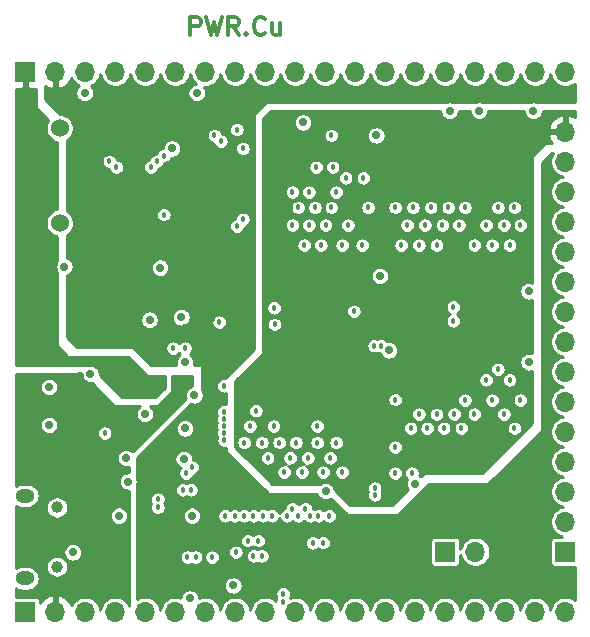
<source format=gbr>
G04 #@! TF.GenerationSoftware,KiCad,Pcbnew,(5.1.5)-3*
G04 #@! TF.CreationDate,2020-06-11T13:52:00+08:00*
G04 #@! TF.ProjectId,imx233-core,696d7832-3333-42d6-936f-72652e6b6963,rev?*
G04 #@! TF.SameCoordinates,Original*
G04 #@! TF.FileFunction,Copper,L3,Inr*
G04 #@! TF.FilePolarity,Positive*
%FSLAX46Y46*%
G04 Gerber Fmt 4.6, Leading zero omitted, Abs format (unit mm)*
G04 Created by KiCad (PCBNEW (5.1.5)-3) date 2020-06-11 13:52:00*
%MOMM*%
%LPD*%
G04 APERTURE LIST*
%ADD10C,0.300000*%
%ADD11C,1.524000*%
%ADD12O,1.700000X1.700000*%
%ADD13R,1.700000X1.700000*%
%ADD14C,1.000000*%
%ADD15O,1.600000X1.200000*%
%ADD16C,0.711200*%
%ADD17C,0.457200*%
%ADD18C,0.254000*%
G04 APERTURE END LIST*
D10*
X87350285Y-82134571D02*
X87350285Y-80634571D01*
X87921714Y-80634571D01*
X88064571Y-80706000D01*
X88136000Y-80777428D01*
X88207428Y-80920285D01*
X88207428Y-81134571D01*
X88136000Y-81277428D01*
X88064571Y-81348857D01*
X87921714Y-81420285D01*
X87350285Y-81420285D01*
X88707428Y-80634571D02*
X89064571Y-82134571D01*
X89350285Y-81063142D01*
X89636000Y-82134571D01*
X89993142Y-80634571D01*
X91421714Y-82134571D02*
X90921714Y-81420285D01*
X90564571Y-82134571D02*
X90564571Y-80634571D01*
X91136000Y-80634571D01*
X91278857Y-80706000D01*
X91350285Y-80777428D01*
X91421714Y-80920285D01*
X91421714Y-81134571D01*
X91350285Y-81277428D01*
X91278857Y-81348857D01*
X91136000Y-81420285D01*
X90564571Y-81420285D01*
X92064571Y-81991714D02*
X92136000Y-82063142D01*
X92064571Y-82134571D01*
X91993142Y-82063142D01*
X92064571Y-81991714D01*
X92064571Y-82134571D01*
X93636000Y-81991714D02*
X93564571Y-82063142D01*
X93350285Y-82134571D01*
X93207428Y-82134571D01*
X92993142Y-82063142D01*
X92850285Y-81920285D01*
X92778857Y-81777428D01*
X92707428Y-81491714D01*
X92707428Y-81277428D01*
X92778857Y-80991714D01*
X92850285Y-80848857D01*
X92993142Y-80706000D01*
X93207428Y-80634571D01*
X93350285Y-80634571D01*
X93564571Y-80706000D01*
X93636000Y-80777428D01*
X94921714Y-81134571D02*
X94921714Y-82134571D01*
X94278857Y-81134571D02*
X94278857Y-81920285D01*
X94350285Y-82063142D01*
X94493142Y-82134571D01*
X94707428Y-82134571D01*
X94850285Y-82063142D01*
X94921714Y-81991714D01*
D11*
X76286000Y-98056000D03*
X76286000Y-90056000D03*
D12*
X119076000Y-85266000D03*
X116536000Y-85266000D03*
X113996000Y-85266000D03*
X111456000Y-85266000D03*
X108916000Y-85266000D03*
X106376000Y-85266000D03*
X103836000Y-85266000D03*
X101296000Y-85266000D03*
X98756000Y-85266000D03*
X96216000Y-85266000D03*
X93676000Y-85266000D03*
X91136000Y-85266000D03*
X88596000Y-85266000D03*
X86056000Y-85266000D03*
X83516000Y-85266000D03*
X80976000Y-85266000D03*
X78436000Y-85266000D03*
X75896000Y-85266000D03*
D13*
X73356000Y-85266000D03*
D14*
X76048500Y-122156000D03*
X76048500Y-127156000D03*
D15*
X73348500Y-121156000D03*
X73348500Y-128156000D03*
D12*
X119076000Y-130986000D03*
X116536000Y-130986000D03*
X113996000Y-130986000D03*
X111456000Y-130986000D03*
X108916000Y-130986000D03*
X106376000Y-130986000D03*
X103836000Y-130986000D03*
X101296000Y-130986000D03*
X98756000Y-130986000D03*
X96216000Y-130986000D03*
X93676000Y-130986000D03*
X91136000Y-130986000D03*
X88596000Y-130986000D03*
X86056000Y-130986000D03*
X83516000Y-130986000D03*
X80976000Y-130986000D03*
X78436000Y-130986000D03*
X75896000Y-130986000D03*
D13*
X73356000Y-130986000D03*
D12*
X119076000Y-90346000D03*
X119076000Y-92886000D03*
X119076000Y-95426000D03*
X119076000Y-97966000D03*
X119076000Y-100506000D03*
X119076000Y-103046000D03*
X119076000Y-105586000D03*
X119076000Y-108126000D03*
X119076000Y-110666000D03*
X119076000Y-113206000D03*
X119076000Y-115746000D03*
X119076000Y-118286000D03*
X119076000Y-120826000D03*
X119076000Y-123366000D03*
D13*
X119076000Y-125906000D03*
D12*
X111456000Y-125906000D03*
D13*
X108916000Y-125906000D03*
D16*
X98786000Y-120756000D03*
X86886000Y-109856000D03*
X86786000Y-118056000D03*
X87686000Y-112656000D03*
D17*
X94466900Y-106656000D03*
D16*
X115986000Y-103856000D03*
X103386000Y-102556000D03*
X106386000Y-120156000D03*
X104139900Y-108856000D03*
X115986000Y-109856000D03*
D17*
X109605100Y-105156000D03*
X109605100Y-106356000D03*
D16*
X96886000Y-89556000D03*
X109286000Y-88556000D03*
X111786000Y-88556000D03*
X116386000Y-88556000D03*
X78886000Y-110856000D03*
X75386000Y-115156000D03*
X75386000Y-111956000D03*
X87286000Y-129856000D03*
X90986000Y-128756000D03*
D17*
X99110838Y-122875100D03*
D16*
X86886000Y-115456000D03*
D17*
X80086000Y-115856000D03*
D16*
X81886000Y-117956000D03*
X81286000Y-122856000D03*
X77386000Y-125956000D03*
X82086000Y-119956000D03*
X84786000Y-101856000D03*
X76686000Y-101756000D03*
X78386000Y-87056000D03*
X103086000Y-90656000D03*
X87886000Y-87056000D03*
X85786000Y-91756000D03*
X83486000Y-114256000D03*
X83886000Y-106256000D03*
X87486000Y-122856000D03*
X86586000Y-106056000D03*
X86886000Y-111356000D03*
X77986000Y-111056000D03*
X78286000Y-121656000D03*
X78886000Y-123356000D03*
X94386000Y-127956000D03*
X114486000Y-122456000D03*
X89076000Y-106166000D03*
X86886000Y-106956000D03*
X85786000Y-93956000D03*
X90086000Y-87656000D03*
D17*
X91466900Y-113356000D03*
X94286000Y-90656000D03*
X100686000Y-120556000D03*
X100686000Y-117756000D03*
X100686000Y-114456000D03*
X104686000Y-120256000D03*
D16*
X115086000Y-90556000D03*
X113786000Y-90556000D03*
X101786000Y-90656000D03*
X105986000Y-90656000D03*
X109986000Y-90656000D03*
D17*
X111886000Y-105756000D03*
X111886000Y-106356000D03*
D16*
X78086000Y-109756000D03*
X84386000Y-112556000D03*
D17*
X101186000Y-105556000D03*
X99286000Y-90656000D03*
X97986000Y-93356000D03*
X91886000Y-116656000D03*
X99386000Y-93356000D03*
X92386000Y-115256000D03*
X94436000Y-105256000D03*
X100486000Y-94256000D03*
X92886000Y-113956000D03*
X101986000Y-94256000D03*
X93386000Y-116656000D03*
X97386000Y-95456000D03*
X93886000Y-117956000D03*
X95986000Y-95456000D03*
X96486000Y-96756000D03*
X94386000Y-115256000D03*
X94866900Y-116656000D03*
X95986000Y-98256000D03*
X95286000Y-119156000D03*
X96986000Y-99956000D03*
X95786000Y-117956000D03*
X97386000Y-98256000D03*
X96286000Y-116656000D03*
X97886000Y-96756000D03*
X96786000Y-119156000D03*
X98386000Y-99956000D03*
X97286000Y-117956000D03*
X98786000Y-98256000D03*
X98086000Y-116656000D03*
X99286000Y-96756000D03*
X98086000Y-115256000D03*
X99686000Y-95456000D03*
X98586000Y-119156000D03*
X100186000Y-99956000D03*
X99186000Y-117956000D03*
X100686000Y-98256000D03*
X101886000Y-99956000D03*
X99686000Y-116656000D03*
X100186000Y-119156000D03*
X102386000Y-96756000D03*
X112386000Y-111356000D03*
X112386000Y-98256000D03*
X113386000Y-110456000D03*
X113386000Y-96756000D03*
X114366900Y-111356000D03*
X114366900Y-99956000D03*
X115286000Y-113056000D03*
X115286000Y-98256000D03*
X104686000Y-113019100D03*
X104686000Y-96756000D03*
X110586000Y-113056000D03*
X110586000Y-96756000D03*
X109686000Y-114256000D03*
X110086000Y-98256000D03*
X110286000Y-115456000D03*
X109186000Y-96756000D03*
X106686000Y-114256000D03*
X106686000Y-99956000D03*
X105986000Y-115456000D03*
X107186000Y-98256000D03*
X107386000Y-115456000D03*
X107686000Y-96756000D03*
X108186000Y-114275100D03*
X108186000Y-99956000D03*
X108786000Y-115456000D03*
X108686000Y-98256000D03*
X104686000Y-117056000D03*
X105186000Y-99956000D03*
X111386000Y-114256000D03*
X111386000Y-99956000D03*
X112886000Y-113056000D03*
X112886000Y-99956000D03*
X113886000Y-114256000D03*
X113886000Y-98256000D03*
X114786000Y-115456000D03*
X114786000Y-96756000D03*
X104686000Y-119256000D03*
X105686000Y-98256000D03*
X106086000Y-119256000D03*
X106186000Y-96756000D03*
X98186000Y-122852231D03*
X97495100Y-122856000D03*
X96486000Y-122856000D03*
X95986000Y-122256000D03*
X87486000Y-118756000D03*
X98586000Y-125125100D03*
X97086000Y-122256000D03*
X97686000Y-125156000D03*
X86986000Y-119256000D03*
X93095100Y-124956000D03*
X89786000Y-106456000D03*
X89386000Y-90656000D03*
X90186000Y-111856000D03*
X90186000Y-114056000D03*
X90186000Y-114656000D03*
X90186000Y-115256000D03*
X89928800Y-91156000D03*
X90186000Y-115856000D03*
X90212204Y-116476376D03*
X95495100Y-122856000D03*
X84586000Y-122156000D03*
X80486000Y-92856000D03*
X84486000Y-92856000D03*
X84586000Y-121456000D03*
X81086000Y-93356000D03*
X83986000Y-93356000D03*
X87386000Y-120656000D03*
X86686000Y-120656000D03*
X87786000Y-126356000D03*
X94256900Y-122856000D03*
X91886000Y-122856000D03*
X93486000Y-122856000D03*
X91086000Y-122856000D03*
X93386000Y-126256000D03*
X92686000Y-122856000D03*
X92186000Y-124956000D03*
X91186000Y-125956000D03*
X92686000Y-126256000D03*
X90286000Y-122856000D03*
X95186000Y-130156000D03*
X89186000Y-126356000D03*
X87086000Y-126356000D03*
X95186000Y-129456000D03*
X85086000Y-97356000D03*
X85086000Y-92356000D03*
X102947000Y-120507900D03*
X103478100Y-108456000D03*
X102947000Y-121092100D03*
X102893900Y-108456000D03*
X91286000Y-90156000D03*
X91286000Y-98356000D03*
X91786000Y-91756000D03*
X91786000Y-97756000D03*
X86886000Y-108656000D03*
X85886000Y-108656000D03*
D18*
G36*
X108498600Y-88633552D02*
G01*
X108528859Y-88785676D01*
X108588215Y-88928974D01*
X108674386Y-89057938D01*
X108784062Y-89167614D01*
X108913026Y-89253785D01*
X109056324Y-89313141D01*
X109208448Y-89343400D01*
X109363552Y-89343400D01*
X109515676Y-89313141D01*
X109658974Y-89253785D01*
X109787938Y-89167614D01*
X109897614Y-89057938D01*
X109983785Y-88928974D01*
X110043141Y-88785676D01*
X110073400Y-88633552D01*
X110073400Y-88583000D01*
X110998600Y-88583000D01*
X110998600Y-88633552D01*
X111028859Y-88785676D01*
X111088215Y-88928974D01*
X111174386Y-89057938D01*
X111284062Y-89167614D01*
X111413026Y-89253785D01*
X111556324Y-89313141D01*
X111708448Y-89343400D01*
X111863552Y-89343400D01*
X112015676Y-89313141D01*
X112158974Y-89253785D01*
X112287938Y-89167614D01*
X112397614Y-89057938D01*
X112483785Y-88928974D01*
X112543141Y-88785676D01*
X112573400Y-88633552D01*
X112573400Y-88583000D01*
X115598600Y-88583000D01*
X115598600Y-88633552D01*
X115628859Y-88785676D01*
X115688215Y-88928974D01*
X115774386Y-89057938D01*
X115884062Y-89167614D01*
X116013026Y-89253785D01*
X116156324Y-89313141D01*
X116308448Y-89343400D01*
X116463552Y-89343400D01*
X116615676Y-89313141D01*
X116758974Y-89253785D01*
X116887938Y-89167614D01*
X116997614Y-89057938D01*
X117083785Y-88928974D01*
X117143141Y-88785676D01*
X117173400Y-88633552D01*
X117173400Y-88583000D01*
X119889201Y-88583000D01*
X119889201Y-89110225D01*
X119707252Y-89001843D01*
X119432891Y-88904519D01*
X119203000Y-89025186D01*
X119203000Y-90219000D01*
X119223000Y-90219000D01*
X119223000Y-90473000D01*
X119203000Y-90473000D01*
X119203000Y-90493000D01*
X118949000Y-90493000D01*
X118949000Y-90473000D01*
X117755845Y-90473000D01*
X117634524Y-90702890D01*
X117679175Y-90850099D01*
X117804359Y-91112920D01*
X117965531Y-91329000D01*
X117386000Y-91329000D01*
X117361224Y-91331440D01*
X117337399Y-91338667D01*
X117315443Y-91350403D01*
X117296197Y-91366197D01*
X116296197Y-92366197D01*
X116280403Y-92385443D01*
X116268667Y-92407399D01*
X116261440Y-92431224D01*
X116259000Y-92456000D01*
X116259000Y-103116804D01*
X116215676Y-103098859D01*
X116063552Y-103068600D01*
X115908448Y-103068600D01*
X115756324Y-103098859D01*
X115613026Y-103158215D01*
X115484062Y-103244386D01*
X115374386Y-103354062D01*
X115288215Y-103483026D01*
X115228859Y-103626324D01*
X115198600Y-103778448D01*
X115198600Y-103933552D01*
X115228859Y-104085676D01*
X115288215Y-104228974D01*
X115374386Y-104357938D01*
X115484062Y-104467614D01*
X115613026Y-104553785D01*
X115756324Y-104613141D01*
X115908448Y-104643400D01*
X116063552Y-104643400D01*
X116215676Y-104613141D01*
X116259000Y-104595196D01*
X116259000Y-109116804D01*
X116215676Y-109098859D01*
X116063552Y-109068600D01*
X115908448Y-109068600D01*
X115756324Y-109098859D01*
X115613026Y-109158215D01*
X115484062Y-109244386D01*
X115374386Y-109354062D01*
X115288215Y-109483026D01*
X115228859Y-109626324D01*
X115198600Y-109778448D01*
X115198600Y-109933552D01*
X115228859Y-110085676D01*
X115288215Y-110228974D01*
X115374386Y-110357938D01*
X115484062Y-110467614D01*
X115613026Y-110553785D01*
X115756324Y-110613141D01*
X115908448Y-110643400D01*
X116063552Y-110643400D01*
X116215676Y-110613141D01*
X116259000Y-110595196D01*
X116259000Y-115003394D01*
X112033394Y-119229000D01*
X107186000Y-119229000D01*
X107161224Y-119231440D01*
X107137399Y-119238667D01*
X107115443Y-119250403D01*
X107096197Y-119266197D01*
X106846018Y-119516376D01*
X106758974Y-119458215D01*
X106722149Y-119442961D01*
X106746400Y-119321044D01*
X106746400Y-119190956D01*
X106721021Y-119063369D01*
X106671239Y-118943183D01*
X106598966Y-118835020D01*
X106506980Y-118743034D01*
X106398817Y-118670761D01*
X106278631Y-118620979D01*
X106151044Y-118595600D01*
X106020956Y-118595600D01*
X105893369Y-118620979D01*
X105773183Y-118670761D01*
X105665020Y-118743034D01*
X105573034Y-118835020D01*
X105500761Y-118943183D01*
X105450979Y-119063369D01*
X105425600Y-119190956D01*
X105425600Y-119321044D01*
X105450979Y-119448631D01*
X105500761Y-119568817D01*
X105573034Y-119676980D01*
X105665020Y-119768966D01*
X105687748Y-119784153D01*
X105628859Y-119926324D01*
X105598600Y-120078448D01*
X105598600Y-120233552D01*
X105628859Y-120385676D01*
X105688215Y-120528974D01*
X105746376Y-120616018D01*
X104433394Y-121929000D01*
X100838606Y-121929000D01*
X99569761Y-120660155D01*
X99543141Y-120526324D01*
X99508568Y-120442856D01*
X102286600Y-120442856D01*
X102286600Y-120572944D01*
X102311979Y-120700531D01*
X102353180Y-120800000D01*
X102311979Y-120899469D01*
X102286600Y-121027056D01*
X102286600Y-121157144D01*
X102311979Y-121284731D01*
X102361761Y-121404917D01*
X102434034Y-121513080D01*
X102526020Y-121605066D01*
X102634183Y-121677339D01*
X102754369Y-121727121D01*
X102881956Y-121752500D01*
X103012044Y-121752500D01*
X103139631Y-121727121D01*
X103259817Y-121677339D01*
X103367980Y-121605066D01*
X103459966Y-121513080D01*
X103532239Y-121404917D01*
X103582021Y-121284731D01*
X103607400Y-121157144D01*
X103607400Y-121027056D01*
X103582021Y-120899469D01*
X103540820Y-120800000D01*
X103582021Y-120700531D01*
X103607400Y-120572944D01*
X103607400Y-120442856D01*
X103582021Y-120315269D01*
X103532239Y-120195083D01*
X103459966Y-120086920D01*
X103367980Y-119994934D01*
X103259817Y-119922661D01*
X103139631Y-119872879D01*
X103012044Y-119847500D01*
X102881956Y-119847500D01*
X102754369Y-119872879D01*
X102634183Y-119922661D01*
X102526020Y-119994934D01*
X102434034Y-120086920D01*
X102361761Y-120195083D01*
X102311979Y-120315269D01*
X102286600Y-120442856D01*
X99508568Y-120442856D01*
X99483785Y-120383026D01*
X99397614Y-120254062D01*
X99287938Y-120144386D01*
X99158974Y-120058215D01*
X99015676Y-119998859D01*
X98863552Y-119968600D01*
X98708448Y-119968600D01*
X98556324Y-119998859D01*
X98413026Y-120058215D01*
X98307089Y-120129000D01*
X94238606Y-120129000D01*
X93200562Y-119090956D01*
X94625600Y-119090956D01*
X94625600Y-119221044D01*
X94650979Y-119348631D01*
X94700761Y-119468817D01*
X94773034Y-119576980D01*
X94865020Y-119668966D01*
X94973183Y-119741239D01*
X95093369Y-119791021D01*
X95220956Y-119816400D01*
X95351044Y-119816400D01*
X95478631Y-119791021D01*
X95598817Y-119741239D01*
X95706980Y-119668966D01*
X95798966Y-119576980D01*
X95871239Y-119468817D01*
X95921021Y-119348631D01*
X95946400Y-119221044D01*
X95946400Y-119090956D01*
X96125600Y-119090956D01*
X96125600Y-119221044D01*
X96150979Y-119348631D01*
X96200761Y-119468817D01*
X96273034Y-119576980D01*
X96365020Y-119668966D01*
X96473183Y-119741239D01*
X96593369Y-119791021D01*
X96720956Y-119816400D01*
X96851044Y-119816400D01*
X96978631Y-119791021D01*
X97098817Y-119741239D01*
X97206980Y-119668966D01*
X97298966Y-119576980D01*
X97371239Y-119468817D01*
X97421021Y-119348631D01*
X97446400Y-119221044D01*
X97446400Y-119090956D01*
X97925600Y-119090956D01*
X97925600Y-119221044D01*
X97950979Y-119348631D01*
X98000761Y-119468817D01*
X98073034Y-119576980D01*
X98165020Y-119668966D01*
X98273183Y-119741239D01*
X98393369Y-119791021D01*
X98520956Y-119816400D01*
X98651044Y-119816400D01*
X98778631Y-119791021D01*
X98898817Y-119741239D01*
X99006980Y-119668966D01*
X99098966Y-119576980D01*
X99171239Y-119468817D01*
X99221021Y-119348631D01*
X99246400Y-119221044D01*
X99246400Y-119090956D01*
X99525600Y-119090956D01*
X99525600Y-119221044D01*
X99550979Y-119348631D01*
X99600761Y-119468817D01*
X99673034Y-119576980D01*
X99765020Y-119668966D01*
X99873183Y-119741239D01*
X99993369Y-119791021D01*
X100120956Y-119816400D01*
X100251044Y-119816400D01*
X100378631Y-119791021D01*
X100498817Y-119741239D01*
X100606980Y-119668966D01*
X100698966Y-119576980D01*
X100771239Y-119468817D01*
X100821021Y-119348631D01*
X100846400Y-119221044D01*
X100846400Y-119190956D01*
X104025600Y-119190956D01*
X104025600Y-119321044D01*
X104050979Y-119448631D01*
X104100761Y-119568817D01*
X104173034Y-119676980D01*
X104265020Y-119768966D01*
X104373183Y-119841239D01*
X104493369Y-119891021D01*
X104620956Y-119916400D01*
X104751044Y-119916400D01*
X104878631Y-119891021D01*
X104998817Y-119841239D01*
X105106980Y-119768966D01*
X105198966Y-119676980D01*
X105271239Y-119568817D01*
X105321021Y-119448631D01*
X105346400Y-119321044D01*
X105346400Y-119190956D01*
X105321021Y-119063369D01*
X105271239Y-118943183D01*
X105198966Y-118835020D01*
X105106980Y-118743034D01*
X104998817Y-118670761D01*
X104878631Y-118620979D01*
X104751044Y-118595600D01*
X104620956Y-118595600D01*
X104493369Y-118620979D01*
X104373183Y-118670761D01*
X104265020Y-118743034D01*
X104173034Y-118835020D01*
X104100761Y-118943183D01*
X104050979Y-119063369D01*
X104025600Y-119190956D01*
X100846400Y-119190956D01*
X100846400Y-119090956D01*
X100821021Y-118963369D01*
X100771239Y-118843183D01*
X100698966Y-118735020D01*
X100606980Y-118643034D01*
X100498817Y-118570761D01*
X100378631Y-118520979D01*
X100251044Y-118495600D01*
X100120956Y-118495600D01*
X99993369Y-118520979D01*
X99873183Y-118570761D01*
X99765020Y-118643034D01*
X99673034Y-118735020D01*
X99600761Y-118843183D01*
X99550979Y-118963369D01*
X99525600Y-119090956D01*
X99246400Y-119090956D01*
X99221021Y-118963369D01*
X99171239Y-118843183D01*
X99098966Y-118735020D01*
X99006980Y-118643034D01*
X98898817Y-118570761D01*
X98778631Y-118520979D01*
X98651044Y-118495600D01*
X98520956Y-118495600D01*
X98393369Y-118520979D01*
X98273183Y-118570761D01*
X98165020Y-118643034D01*
X98073034Y-118735020D01*
X98000761Y-118843183D01*
X97950979Y-118963369D01*
X97925600Y-119090956D01*
X97446400Y-119090956D01*
X97421021Y-118963369D01*
X97371239Y-118843183D01*
X97298966Y-118735020D01*
X97206980Y-118643034D01*
X97144300Y-118601152D01*
X97220956Y-118616400D01*
X97351044Y-118616400D01*
X97478631Y-118591021D01*
X97598817Y-118541239D01*
X97706980Y-118468966D01*
X97798966Y-118376980D01*
X97871239Y-118268817D01*
X97921021Y-118148631D01*
X97946400Y-118021044D01*
X97946400Y-117890956D01*
X98525600Y-117890956D01*
X98525600Y-118021044D01*
X98550979Y-118148631D01*
X98600761Y-118268817D01*
X98673034Y-118376980D01*
X98765020Y-118468966D01*
X98873183Y-118541239D01*
X98993369Y-118591021D01*
X99120956Y-118616400D01*
X99251044Y-118616400D01*
X99378631Y-118591021D01*
X99498817Y-118541239D01*
X99606980Y-118468966D01*
X99698966Y-118376980D01*
X99771239Y-118268817D01*
X99821021Y-118148631D01*
X99846400Y-118021044D01*
X99846400Y-117890956D01*
X99821021Y-117763369D01*
X99771239Y-117643183D01*
X99698966Y-117535020D01*
X99606980Y-117443034D01*
X99498817Y-117370761D01*
X99378631Y-117320979D01*
X99251044Y-117295600D01*
X99120956Y-117295600D01*
X98993369Y-117320979D01*
X98873183Y-117370761D01*
X98765020Y-117443034D01*
X98673034Y-117535020D01*
X98600761Y-117643183D01*
X98550979Y-117763369D01*
X98525600Y-117890956D01*
X97946400Y-117890956D01*
X97921021Y-117763369D01*
X97871239Y-117643183D01*
X97798966Y-117535020D01*
X97706980Y-117443034D01*
X97598817Y-117370761D01*
X97478631Y-117320979D01*
X97351044Y-117295600D01*
X97220956Y-117295600D01*
X97093369Y-117320979D01*
X96973183Y-117370761D01*
X96865020Y-117443034D01*
X96773034Y-117535020D01*
X96700761Y-117643183D01*
X96650979Y-117763369D01*
X96625600Y-117890956D01*
X96625600Y-118021044D01*
X96650979Y-118148631D01*
X96700761Y-118268817D01*
X96773034Y-118376980D01*
X96865020Y-118468966D01*
X96927700Y-118510848D01*
X96851044Y-118495600D01*
X96720956Y-118495600D01*
X96593369Y-118520979D01*
X96473183Y-118570761D01*
X96365020Y-118643034D01*
X96273034Y-118735020D01*
X96200761Y-118843183D01*
X96150979Y-118963369D01*
X96125600Y-119090956D01*
X95946400Y-119090956D01*
X95921021Y-118963369D01*
X95871239Y-118843183D01*
X95798966Y-118735020D01*
X95706980Y-118643034D01*
X95644300Y-118601152D01*
X95720956Y-118616400D01*
X95851044Y-118616400D01*
X95978631Y-118591021D01*
X96098817Y-118541239D01*
X96206980Y-118468966D01*
X96298966Y-118376980D01*
X96371239Y-118268817D01*
X96421021Y-118148631D01*
X96446400Y-118021044D01*
X96446400Y-117890956D01*
X96421021Y-117763369D01*
X96371239Y-117643183D01*
X96298966Y-117535020D01*
X96206980Y-117443034D01*
X96098817Y-117370761D01*
X95978631Y-117320979D01*
X95851044Y-117295600D01*
X95720956Y-117295600D01*
X95593369Y-117320979D01*
X95473183Y-117370761D01*
X95365020Y-117443034D01*
X95273034Y-117535020D01*
X95200761Y-117643183D01*
X95150979Y-117763369D01*
X95125600Y-117890956D01*
X95125600Y-118021044D01*
X95150979Y-118148631D01*
X95200761Y-118268817D01*
X95273034Y-118376980D01*
X95365020Y-118468966D01*
X95427700Y-118510848D01*
X95351044Y-118495600D01*
X95220956Y-118495600D01*
X95093369Y-118520979D01*
X94973183Y-118570761D01*
X94865020Y-118643034D01*
X94773034Y-118735020D01*
X94700761Y-118843183D01*
X94650979Y-118963369D01*
X94625600Y-119090956D01*
X93200562Y-119090956D01*
X92000562Y-117890956D01*
X93225600Y-117890956D01*
X93225600Y-118021044D01*
X93250979Y-118148631D01*
X93300761Y-118268817D01*
X93373034Y-118376980D01*
X93465020Y-118468966D01*
X93573183Y-118541239D01*
X93693369Y-118591021D01*
X93820956Y-118616400D01*
X93951044Y-118616400D01*
X94078631Y-118591021D01*
X94198817Y-118541239D01*
X94306980Y-118468966D01*
X94398966Y-118376980D01*
X94471239Y-118268817D01*
X94521021Y-118148631D01*
X94546400Y-118021044D01*
X94546400Y-117890956D01*
X94521021Y-117763369D01*
X94471239Y-117643183D01*
X94398966Y-117535020D01*
X94306980Y-117443034D01*
X94198817Y-117370761D01*
X94078631Y-117320979D01*
X93951044Y-117295600D01*
X93820956Y-117295600D01*
X93693369Y-117320979D01*
X93573183Y-117370761D01*
X93465020Y-117443034D01*
X93373034Y-117535020D01*
X93300761Y-117643183D01*
X93250979Y-117763369D01*
X93225600Y-117890956D01*
X92000562Y-117890956D01*
X91113000Y-117003394D01*
X91113000Y-116590956D01*
X91225600Y-116590956D01*
X91225600Y-116721044D01*
X91250979Y-116848631D01*
X91300761Y-116968817D01*
X91373034Y-117076980D01*
X91465020Y-117168966D01*
X91573183Y-117241239D01*
X91693369Y-117291021D01*
X91820956Y-117316400D01*
X91951044Y-117316400D01*
X92078631Y-117291021D01*
X92198817Y-117241239D01*
X92306980Y-117168966D01*
X92398966Y-117076980D01*
X92471239Y-116968817D01*
X92521021Y-116848631D01*
X92546400Y-116721044D01*
X92546400Y-116590956D01*
X92725600Y-116590956D01*
X92725600Y-116721044D01*
X92750979Y-116848631D01*
X92800761Y-116968817D01*
X92873034Y-117076980D01*
X92965020Y-117168966D01*
X93073183Y-117241239D01*
X93193369Y-117291021D01*
X93320956Y-117316400D01*
X93451044Y-117316400D01*
X93578631Y-117291021D01*
X93698817Y-117241239D01*
X93806980Y-117168966D01*
X93898966Y-117076980D01*
X93971239Y-116968817D01*
X94021021Y-116848631D01*
X94046400Y-116721044D01*
X94046400Y-116590956D01*
X94206500Y-116590956D01*
X94206500Y-116721044D01*
X94231879Y-116848631D01*
X94281661Y-116968817D01*
X94353934Y-117076980D01*
X94445920Y-117168966D01*
X94554083Y-117241239D01*
X94674269Y-117291021D01*
X94801856Y-117316400D01*
X94931944Y-117316400D01*
X95059531Y-117291021D01*
X95179717Y-117241239D01*
X95287880Y-117168966D01*
X95379866Y-117076980D01*
X95452139Y-116968817D01*
X95501921Y-116848631D01*
X95527300Y-116721044D01*
X95527300Y-116590956D01*
X95625600Y-116590956D01*
X95625600Y-116721044D01*
X95650979Y-116848631D01*
X95700761Y-116968817D01*
X95773034Y-117076980D01*
X95865020Y-117168966D01*
X95973183Y-117241239D01*
X96093369Y-117291021D01*
X96220956Y-117316400D01*
X96351044Y-117316400D01*
X96478631Y-117291021D01*
X96598817Y-117241239D01*
X96706980Y-117168966D01*
X96798966Y-117076980D01*
X96871239Y-116968817D01*
X96921021Y-116848631D01*
X96946400Y-116721044D01*
X96946400Y-116590956D01*
X97425600Y-116590956D01*
X97425600Y-116721044D01*
X97450979Y-116848631D01*
X97500761Y-116968817D01*
X97573034Y-117076980D01*
X97665020Y-117168966D01*
X97773183Y-117241239D01*
X97893369Y-117291021D01*
X98020956Y-117316400D01*
X98151044Y-117316400D01*
X98278631Y-117291021D01*
X98398817Y-117241239D01*
X98506980Y-117168966D01*
X98598966Y-117076980D01*
X98671239Y-116968817D01*
X98721021Y-116848631D01*
X98746400Y-116721044D01*
X98746400Y-116590956D01*
X99025600Y-116590956D01*
X99025600Y-116721044D01*
X99050979Y-116848631D01*
X99100761Y-116968817D01*
X99173034Y-117076980D01*
X99265020Y-117168966D01*
X99373183Y-117241239D01*
X99493369Y-117291021D01*
X99620956Y-117316400D01*
X99751044Y-117316400D01*
X99878631Y-117291021D01*
X99998817Y-117241239D01*
X100106980Y-117168966D01*
X100198966Y-117076980D01*
X100256446Y-116990956D01*
X104025600Y-116990956D01*
X104025600Y-117121044D01*
X104050979Y-117248631D01*
X104100761Y-117368817D01*
X104173034Y-117476980D01*
X104265020Y-117568966D01*
X104373183Y-117641239D01*
X104493369Y-117691021D01*
X104620956Y-117716400D01*
X104751044Y-117716400D01*
X104878631Y-117691021D01*
X104998817Y-117641239D01*
X105106980Y-117568966D01*
X105198966Y-117476980D01*
X105271239Y-117368817D01*
X105321021Y-117248631D01*
X105346400Y-117121044D01*
X105346400Y-116990956D01*
X105321021Y-116863369D01*
X105271239Y-116743183D01*
X105198966Y-116635020D01*
X105106980Y-116543034D01*
X104998817Y-116470761D01*
X104878631Y-116420979D01*
X104751044Y-116395600D01*
X104620956Y-116395600D01*
X104493369Y-116420979D01*
X104373183Y-116470761D01*
X104265020Y-116543034D01*
X104173034Y-116635020D01*
X104100761Y-116743183D01*
X104050979Y-116863369D01*
X104025600Y-116990956D01*
X100256446Y-116990956D01*
X100271239Y-116968817D01*
X100321021Y-116848631D01*
X100346400Y-116721044D01*
X100346400Y-116590956D01*
X100321021Y-116463369D01*
X100271239Y-116343183D01*
X100198966Y-116235020D01*
X100106980Y-116143034D01*
X99998817Y-116070761D01*
X99878631Y-116020979D01*
X99751044Y-115995600D01*
X99620956Y-115995600D01*
X99493369Y-116020979D01*
X99373183Y-116070761D01*
X99265020Y-116143034D01*
X99173034Y-116235020D01*
X99100761Y-116343183D01*
X99050979Y-116463369D01*
X99025600Y-116590956D01*
X98746400Y-116590956D01*
X98721021Y-116463369D01*
X98671239Y-116343183D01*
X98598966Y-116235020D01*
X98506980Y-116143034D01*
X98398817Y-116070761D01*
X98278631Y-116020979D01*
X98151044Y-115995600D01*
X98020956Y-115995600D01*
X97893369Y-116020979D01*
X97773183Y-116070761D01*
X97665020Y-116143034D01*
X97573034Y-116235020D01*
X97500761Y-116343183D01*
X97450979Y-116463369D01*
X97425600Y-116590956D01*
X96946400Y-116590956D01*
X96921021Y-116463369D01*
X96871239Y-116343183D01*
X96798966Y-116235020D01*
X96706980Y-116143034D01*
X96598817Y-116070761D01*
X96478631Y-116020979D01*
X96351044Y-115995600D01*
X96220956Y-115995600D01*
X96093369Y-116020979D01*
X95973183Y-116070761D01*
X95865020Y-116143034D01*
X95773034Y-116235020D01*
X95700761Y-116343183D01*
X95650979Y-116463369D01*
X95625600Y-116590956D01*
X95527300Y-116590956D01*
X95501921Y-116463369D01*
X95452139Y-116343183D01*
X95379866Y-116235020D01*
X95287880Y-116143034D01*
X95179717Y-116070761D01*
X95059531Y-116020979D01*
X94931944Y-115995600D01*
X94801856Y-115995600D01*
X94674269Y-116020979D01*
X94554083Y-116070761D01*
X94445920Y-116143034D01*
X94353934Y-116235020D01*
X94281661Y-116343183D01*
X94231879Y-116463369D01*
X94206500Y-116590956D01*
X94046400Y-116590956D01*
X94021021Y-116463369D01*
X93971239Y-116343183D01*
X93898966Y-116235020D01*
X93806980Y-116143034D01*
X93698817Y-116070761D01*
X93578631Y-116020979D01*
X93451044Y-115995600D01*
X93320956Y-115995600D01*
X93193369Y-116020979D01*
X93073183Y-116070761D01*
X92965020Y-116143034D01*
X92873034Y-116235020D01*
X92800761Y-116343183D01*
X92750979Y-116463369D01*
X92725600Y-116590956D01*
X92546400Y-116590956D01*
X92521021Y-116463369D01*
X92471239Y-116343183D01*
X92398966Y-116235020D01*
X92306980Y-116143034D01*
X92198817Y-116070761D01*
X92078631Y-116020979D01*
X91951044Y-115995600D01*
X91820956Y-115995600D01*
X91693369Y-116020979D01*
X91573183Y-116070761D01*
X91465020Y-116143034D01*
X91373034Y-116235020D01*
X91300761Y-116343183D01*
X91250979Y-116463369D01*
X91225600Y-116590956D01*
X91113000Y-116590956D01*
X91113000Y-115190956D01*
X91725600Y-115190956D01*
X91725600Y-115321044D01*
X91750979Y-115448631D01*
X91800761Y-115568817D01*
X91873034Y-115676980D01*
X91965020Y-115768966D01*
X92073183Y-115841239D01*
X92193369Y-115891021D01*
X92320956Y-115916400D01*
X92451044Y-115916400D01*
X92578631Y-115891021D01*
X92698817Y-115841239D01*
X92806980Y-115768966D01*
X92898966Y-115676980D01*
X92971239Y-115568817D01*
X93021021Y-115448631D01*
X93046400Y-115321044D01*
X93046400Y-115190956D01*
X93725600Y-115190956D01*
X93725600Y-115321044D01*
X93750979Y-115448631D01*
X93800761Y-115568817D01*
X93873034Y-115676980D01*
X93965020Y-115768966D01*
X94073183Y-115841239D01*
X94193369Y-115891021D01*
X94320956Y-115916400D01*
X94451044Y-115916400D01*
X94578631Y-115891021D01*
X94698817Y-115841239D01*
X94806980Y-115768966D01*
X94898966Y-115676980D01*
X94971239Y-115568817D01*
X95021021Y-115448631D01*
X95046400Y-115321044D01*
X95046400Y-115190956D01*
X97425600Y-115190956D01*
X97425600Y-115321044D01*
X97450979Y-115448631D01*
X97500761Y-115568817D01*
X97573034Y-115676980D01*
X97665020Y-115768966D01*
X97773183Y-115841239D01*
X97893369Y-115891021D01*
X98020956Y-115916400D01*
X98151044Y-115916400D01*
X98278631Y-115891021D01*
X98398817Y-115841239D01*
X98506980Y-115768966D01*
X98598966Y-115676980D01*
X98671239Y-115568817D01*
X98721021Y-115448631D01*
X98732493Y-115390956D01*
X105325600Y-115390956D01*
X105325600Y-115521044D01*
X105350979Y-115648631D01*
X105400761Y-115768817D01*
X105473034Y-115876980D01*
X105565020Y-115968966D01*
X105673183Y-116041239D01*
X105793369Y-116091021D01*
X105920956Y-116116400D01*
X106051044Y-116116400D01*
X106178631Y-116091021D01*
X106298817Y-116041239D01*
X106406980Y-115968966D01*
X106498966Y-115876980D01*
X106571239Y-115768817D01*
X106621021Y-115648631D01*
X106646400Y-115521044D01*
X106646400Y-115390956D01*
X106725600Y-115390956D01*
X106725600Y-115521044D01*
X106750979Y-115648631D01*
X106800761Y-115768817D01*
X106873034Y-115876980D01*
X106965020Y-115968966D01*
X107073183Y-116041239D01*
X107193369Y-116091021D01*
X107320956Y-116116400D01*
X107451044Y-116116400D01*
X107578631Y-116091021D01*
X107698817Y-116041239D01*
X107806980Y-115968966D01*
X107898966Y-115876980D01*
X107971239Y-115768817D01*
X108021021Y-115648631D01*
X108046400Y-115521044D01*
X108046400Y-115390956D01*
X108021021Y-115263369D01*
X107971239Y-115143183D01*
X107898966Y-115035020D01*
X107806980Y-114943034D01*
X107698817Y-114870761D01*
X107578631Y-114820979D01*
X107451044Y-114795600D01*
X107320956Y-114795600D01*
X107193369Y-114820979D01*
X107073183Y-114870761D01*
X106965020Y-114943034D01*
X106873034Y-115035020D01*
X106800761Y-115143183D01*
X106750979Y-115263369D01*
X106725600Y-115390956D01*
X106646400Y-115390956D01*
X106621021Y-115263369D01*
X106571239Y-115143183D01*
X106498966Y-115035020D01*
X106406980Y-114943034D01*
X106298817Y-114870761D01*
X106178631Y-114820979D01*
X106051044Y-114795600D01*
X105920956Y-114795600D01*
X105793369Y-114820979D01*
X105673183Y-114870761D01*
X105565020Y-114943034D01*
X105473034Y-115035020D01*
X105400761Y-115143183D01*
X105350979Y-115263369D01*
X105325600Y-115390956D01*
X98732493Y-115390956D01*
X98746400Y-115321044D01*
X98746400Y-115190956D01*
X98721021Y-115063369D01*
X98671239Y-114943183D01*
X98598966Y-114835020D01*
X98506980Y-114743034D01*
X98398817Y-114670761D01*
X98278631Y-114620979D01*
X98151044Y-114595600D01*
X98020956Y-114595600D01*
X97893369Y-114620979D01*
X97773183Y-114670761D01*
X97665020Y-114743034D01*
X97573034Y-114835020D01*
X97500761Y-114943183D01*
X97450979Y-115063369D01*
X97425600Y-115190956D01*
X95046400Y-115190956D01*
X95021021Y-115063369D01*
X94971239Y-114943183D01*
X94898966Y-114835020D01*
X94806980Y-114743034D01*
X94698817Y-114670761D01*
X94578631Y-114620979D01*
X94451044Y-114595600D01*
X94320956Y-114595600D01*
X94193369Y-114620979D01*
X94073183Y-114670761D01*
X93965020Y-114743034D01*
X93873034Y-114835020D01*
X93800761Y-114943183D01*
X93750979Y-115063369D01*
X93725600Y-115190956D01*
X93046400Y-115190956D01*
X93021021Y-115063369D01*
X92971239Y-114943183D01*
X92898966Y-114835020D01*
X92806980Y-114743034D01*
X92698817Y-114670761D01*
X92578631Y-114620979D01*
X92451044Y-114595600D01*
X92320956Y-114595600D01*
X92193369Y-114620979D01*
X92073183Y-114670761D01*
X91965020Y-114743034D01*
X91873034Y-114835020D01*
X91800761Y-114943183D01*
X91750979Y-115063369D01*
X91725600Y-115190956D01*
X91113000Y-115190956D01*
X91113000Y-113890956D01*
X92225600Y-113890956D01*
X92225600Y-114021044D01*
X92250979Y-114148631D01*
X92300761Y-114268817D01*
X92373034Y-114376980D01*
X92465020Y-114468966D01*
X92573183Y-114541239D01*
X92693369Y-114591021D01*
X92820956Y-114616400D01*
X92951044Y-114616400D01*
X93078631Y-114591021D01*
X93198817Y-114541239D01*
X93306980Y-114468966D01*
X93398966Y-114376980D01*
X93471239Y-114268817D01*
X93503489Y-114190956D01*
X106025600Y-114190956D01*
X106025600Y-114321044D01*
X106050979Y-114448631D01*
X106100761Y-114568817D01*
X106173034Y-114676980D01*
X106265020Y-114768966D01*
X106373183Y-114841239D01*
X106493369Y-114891021D01*
X106620956Y-114916400D01*
X106751044Y-114916400D01*
X106878631Y-114891021D01*
X106998817Y-114841239D01*
X107106980Y-114768966D01*
X107198966Y-114676980D01*
X107271239Y-114568817D01*
X107321021Y-114448631D01*
X107346400Y-114321044D01*
X107346400Y-114210056D01*
X107525600Y-114210056D01*
X107525600Y-114340144D01*
X107550979Y-114467731D01*
X107600761Y-114587917D01*
X107673034Y-114696080D01*
X107765020Y-114788066D01*
X107873183Y-114860339D01*
X107993369Y-114910121D01*
X108120956Y-114935500D01*
X108251044Y-114935500D01*
X108378631Y-114910121D01*
X108472412Y-114871276D01*
X108365020Y-114943034D01*
X108273034Y-115035020D01*
X108200761Y-115143183D01*
X108150979Y-115263369D01*
X108125600Y-115390956D01*
X108125600Y-115521044D01*
X108150979Y-115648631D01*
X108200761Y-115768817D01*
X108273034Y-115876980D01*
X108365020Y-115968966D01*
X108473183Y-116041239D01*
X108593369Y-116091021D01*
X108720956Y-116116400D01*
X108851044Y-116116400D01*
X108978631Y-116091021D01*
X109098817Y-116041239D01*
X109206980Y-115968966D01*
X109298966Y-115876980D01*
X109371239Y-115768817D01*
X109421021Y-115648631D01*
X109446400Y-115521044D01*
X109446400Y-115390956D01*
X109625600Y-115390956D01*
X109625600Y-115521044D01*
X109650979Y-115648631D01*
X109700761Y-115768817D01*
X109773034Y-115876980D01*
X109865020Y-115968966D01*
X109973183Y-116041239D01*
X110093369Y-116091021D01*
X110220956Y-116116400D01*
X110351044Y-116116400D01*
X110478631Y-116091021D01*
X110598817Y-116041239D01*
X110706980Y-115968966D01*
X110798966Y-115876980D01*
X110871239Y-115768817D01*
X110921021Y-115648631D01*
X110946400Y-115521044D01*
X110946400Y-115390956D01*
X114125600Y-115390956D01*
X114125600Y-115521044D01*
X114150979Y-115648631D01*
X114200761Y-115768817D01*
X114273034Y-115876980D01*
X114365020Y-115968966D01*
X114473183Y-116041239D01*
X114593369Y-116091021D01*
X114720956Y-116116400D01*
X114851044Y-116116400D01*
X114978631Y-116091021D01*
X115098817Y-116041239D01*
X115206980Y-115968966D01*
X115298966Y-115876980D01*
X115371239Y-115768817D01*
X115421021Y-115648631D01*
X115446400Y-115521044D01*
X115446400Y-115390956D01*
X115421021Y-115263369D01*
X115371239Y-115143183D01*
X115298966Y-115035020D01*
X115206980Y-114943034D01*
X115098817Y-114870761D01*
X114978631Y-114820979D01*
X114851044Y-114795600D01*
X114720956Y-114795600D01*
X114593369Y-114820979D01*
X114473183Y-114870761D01*
X114365020Y-114943034D01*
X114273034Y-115035020D01*
X114200761Y-115143183D01*
X114150979Y-115263369D01*
X114125600Y-115390956D01*
X110946400Y-115390956D01*
X110921021Y-115263369D01*
X110871239Y-115143183D01*
X110798966Y-115035020D01*
X110706980Y-114943034D01*
X110598817Y-114870761D01*
X110478631Y-114820979D01*
X110351044Y-114795600D01*
X110220956Y-114795600D01*
X110093369Y-114820979D01*
X109973183Y-114870761D01*
X109865020Y-114943034D01*
X109773034Y-115035020D01*
X109700761Y-115143183D01*
X109650979Y-115263369D01*
X109625600Y-115390956D01*
X109446400Y-115390956D01*
X109421021Y-115263369D01*
X109371239Y-115143183D01*
X109298966Y-115035020D01*
X109206980Y-114943034D01*
X109098817Y-114870761D01*
X108978631Y-114820979D01*
X108851044Y-114795600D01*
X108720956Y-114795600D01*
X108593369Y-114820979D01*
X108499588Y-114859824D01*
X108606980Y-114788066D01*
X108698966Y-114696080D01*
X108771239Y-114587917D01*
X108821021Y-114467731D01*
X108846400Y-114340144D01*
X108846400Y-114210056D01*
X108842601Y-114190956D01*
X109025600Y-114190956D01*
X109025600Y-114321044D01*
X109050979Y-114448631D01*
X109100761Y-114568817D01*
X109173034Y-114676980D01*
X109265020Y-114768966D01*
X109373183Y-114841239D01*
X109493369Y-114891021D01*
X109620956Y-114916400D01*
X109751044Y-114916400D01*
X109878631Y-114891021D01*
X109998817Y-114841239D01*
X110106980Y-114768966D01*
X110198966Y-114676980D01*
X110271239Y-114568817D01*
X110321021Y-114448631D01*
X110346400Y-114321044D01*
X110346400Y-114190956D01*
X110725600Y-114190956D01*
X110725600Y-114321044D01*
X110750979Y-114448631D01*
X110800761Y-114568817D01*
X110873034Y-114676980D01*
X110965020Y-114768966D01*
X111073183Y-114841239D01*
X111193369Y-114891021D01*
X111320956Y-114916400D01*
X111451044Y-114916400D01*
X111578631Y-114891021D01*
X111698817Y-114841239D01*
X111806980Y-114768966D01*
X111898966Y-114676980D01*
X111971239Y-114568817D01*
X112021021Y-114448631D01*
X112046400Y-114321044D01*
X112046400Y-114190956D01*
X113225600Y-114190956D01*
X113225600Y-114321044D01*
X113250979Y-114448631D01*
X113300761Y-114568817D01*
X113373034Y-114676980D01*
X113465020Y-114768966D01*
X113573183Y-114841239D01*
X113693369Y-114891021D01*
X113820956Y-114916400D01*
X113951044Y-114916400D01*
X114078631Y-114891021D01*
X114198817Y-114841239D01*
X114306980Y-114768966D01*
X114398966Y-114676980D01*
X114471239Y-114568817D01*
X114521021Y-114448631D01*
X114546400Y-114321044D01*
X114546400Y-114190956D01*
X114521021Y-114063369D01*
X114471239Y-113943183D01*
X114398966Y-113835020D01*
X114306980Y-113743034D01*
X114198817Y-113670761D01*
X114078631Y-113620979D01*
X113951044Y-113595600D01*
X113820956Y-113595600D01*
X113693369Y-113620979D01*
X113573183Y-113670761D01*
X113465020Y-113743034D01*
X113373034Y-113835020D01*
X113300761Y-113943183D01*
X113250979Y-114063369D01*
X113225600Y-114190956D01*
X112046400Y-114190956D01*
X112021021Y-114063369D01*
X111971239Y-113943183D01*
X111898966Y-113835020D01*
X111806980Y-113743034D01*
X111698817Y-113670761D01*
X111578631Y-113620979D01*
X111451044Y-113595600D01*
X111320956Y-113595600D01*
X111193369Y-113620979D01*
X111073183Y-113670761D01*
X110965020Y-113743034D01*
X110873034Y-113835020D01*
X110800761Y-113943183D01*
X110750979Y-114063369D01*
X110725600Y-114190956D01*
X110346400Y-114190956D01*
X110321021Y-114063369D01*
X110271239Y-113943183D01*
X110198966Y-113835020D01*
X110106980Y-113743034D01*
X109998817Y-113670761D01*
X109878631Y-113620979D01*
X109751044Y-113595600D01*
X109620956Y-113595600D01*
X109493369Y-113620979D01*
X109373183Y-113670761D01*
X109265020Y-113743034D01*
X109173034Y-113835020D01*
X109100761Y-113943183D01*
X109050979Y-114063369D01*
X109025600Y-114190956D01*
X108842601Y-114190956D01*
X108821021Y-114082469D01*
X108771239Y-113962283D01*
X108698966Y-113854120D01*
X108606980Y-113762134D01*
X108498817Y-113689861D01*
X108378631Y-113640079D01*
X108251044Y-113614700D01*
X108120956Y-113614700D01*
X107993369Y-113640079D01*
X107873183Y-113689861D01*
X107765020Y-113762134D01*
X107673034Y-113854120D01*
X107600761Y-113962283D01*
X107550979Y-114082469D01*
X107525600Y-114210056D01*
X107346400Y-114210056D01*
X107346400Y-114190956D01*
X107321021Y-114063369D01*
X107271239Y-113943183D01*
X107198966Y-113835020D01*
X107106980Y-113743034D01*
X106998817Y-113670761D01*
X106878631Y-113620979D01*
X106751044Y-113595600D01*
X106620956Y-113595600D01*
X106493369Y-113620979D01*
X106373183Y-113670761D01*
X106265020Y-113743034D01*
X106173034Y-113835020D01*
X106100761Y-113943183D01*
X106050979Y-114063369D01*
X106025600Y-114190956D01*
X93503489Y-114190956D01*
X93521021Y-114148631D01*
X93546400Y-114021044D01*
X93546400Y-113890956D01*
X93521021Y-113763369D01*
X93471239Y-113643183D01*
X93398966Y-113535020D01*
X93306980Y-113443034D01*
X93198817Y-113370761D01*
X93078631Y-113320979D01*
X92951044Y-113295600D01*
X92820956Y-113295600D01*
X92693369Y-113320979D01*
X92573183Y-113370761D01*
X92465020Y-113443034D01*
X92373034Y-113535020D01*
X92300761Y-113643183D01*
X92250979Y-113763369D01*
X92225600Y-113890956D01*
X91113000Y-113890956D01*
X91113000Y-112954056D01*
X104025600Y-112954056D01*
X104025600Y-113084144D01*
X104050979Y-113211731D01*
X104100761Y-113331917D01*
X104173034Y-113440080D01*
X104265020Y-113532066D01*
X104373183Y-113604339D01*
X104493369Y-113654121D01*
X104620956Y-113679500D01*
X104751044Y-113679500D01*
X104878631Y-113654121D01*
X104998817Y-113604339D01*
X105106980Y-113532066D01*
X105198966Y-113440080D01*
X105271239Y-113331917D01*
X105321021Y-113211731D01*
X105346400Y-113084144D01*
X105346400Y-112990956D01*
X109925600Y-112990956D01*
X109925600Y-113121044D01*
X109950979Y-113248631D01*
X110000761Y-113368817D01*
X110073034Y-113476980D01*
X110165020Y-113568966D01*
X110273183Y-113641239D01*
X110393369Y-113691021D01*
X110520956Y-113716400D01*
X110651044Y-113716400D01*
X110778631Y-113691021D01*
X110898817Y-113641239D01*
X111006980Y-113568966D01*
X111098966Y-113476980D01*
X111171239Y-113368817D01*
X111221021Y-113248631D01*
X111246400Y-113121044D01*
X111246400Y-112990956D01*
X112225600Y-112990956D01*
X112225600Y-113121044D01*
X112250979Y-113248631D01*
X112300761Y-113368817D01*
X112373034Y-113476980D01*
X112465020Y-113568966D01*
X112573183Y-113641239D01*
X112693369Y-113691021D01*
X112820956Y-113716400D01*
X112951044Y-113716400D01*
X113078631Y-113691021D01*
X113198817Y-113641239D01*
X113306980Y-113568966D01*
X113398966Y-113476980D01*
X113471239Y-113368817D01*
X113521021Y-113248631D01*
X113546400Y-113121044D01*
X113546400Y-112990956D01*
X114625600Y-112990956D01*
X114625600Y-113121044D01*
X114650979Y-113248631D01*
X114700761Y-113368817D01*
X114773034Y-113476980D01*
X114865020Y-113568966D01*
X114973183Y-113641239D01*
X115093369Y-113691021D01*
X115220956Y-113716400D01*
X115351044Y-113716400D01*
X115478631Y-113691021D01*
X115598817Y-113641239D01*
X115706980Y-113568966D01*
X115798966Y-113476980D01*
X115871239Y-113368817D01*
X115921021Y-113248631D01*
X115946400Y-113121044D01*
X115946400Y-112990956D01*
X115921021Y-112863369D01*
X115871239Y-112743183D01*
X115798966Y-112635020D01*
X115706980Y-112543034D01*
X115598817Y-112470761D01*
X115478631Y-112420979D01*
X115351044Y-112395600D01*
X115220956Y-112395600D01*
X115093369Y-112420979D01*
X114973183Y-112470761D01*
X114865020Y-112543034D01*
X114773034Y-112635020D01*
X114700761Y-112743183D01*
X114650979Y-112863369D01*
X114625600Y-112990956D01*
X113546400Y-112990956D01*
X113521021Y-112863369D01*
X113471239Y-112743183D01*
X113398966Y-112635020D01*
X113306980Y-112543034D01*
X113198817Y-112470761D01*
X113078631Y-112420979D01*
X112951044Y-112395600D01*
X112820956Y-112395600D01*
X112693369Y-112420979D01*
X112573183Y-112470761D01*
X112465020Y-112543034D01*
X112373034Y-112635020D01*
X112300761Y-112743183D01*
X112250979Y-112863369D01*
X112225600Y-112990956D01*
X111246400Y-112990956D01*
X111221021Y-112863369D01*
X111171239Y-112743183D01*
X111098966Y-112635020D01*
X111006980Y-112543034D01*
X110898817Y-112470761D01*
X110778631Y-112420979D01*
X110651044Y-112395600D01*
X110520956Y-112395600D01*
X110393369Y-112420979D01*
X110273183Y-112470761D01*
X110165020Y-112543034D01*
X110073034Y-112635020D01*
X110000761Y-112743183D01*
X109950979Y-112863369D01*
X109925600Y-112990956D01*
X105346400Y-112990956D01*
X105346400Y-112954056D01*
X105321021Y-112826469D01*
X105271239Y-112706283D01*
X105198966Y-112598120D01*
X105106980Y-112506134D01*
X104998817Y-112433861D01*
X104878631Y-112384079D01*
X104751044Y-112358700D01*
X104620956Y-112358700D01*
X104493369Y-112384079D01*
X104373183Y-112433861D01*
X104265020Y-112506134D01*
X104173034Y-112598120D01*
X104100761Y-112706283D01*
X104050979Y-112826469D01*
X104025600Y-112954056D01*
X91113000Y-112954056D01*
X91113000Y-111508606D01*
X91330650Y-111290956D01*
X111725600Y-111290956D01*
X111725600Y-111421044D01*
X111750979Y-111548631D01*
X111800761Y-111668817D01*
X111873034Y-111776980D01*
X111965020Y-111868966D01*
X112073183Y-111941239D01*
X112193369Y-111991021D01*
X112320956Y-112016400D01*
X112451044Y-112016400D01*
X112578631Y-111991021D01*
X112698817Y-111941239D01*
X112806980Y-111868966D01*
X112898966Y-111776980D01*
X112971239Y-111668817D01*
X113021021Y-111548631D01*
X113046400Y-111421044D01*
X113046400Y-111290956D01*
X113706500Y-111290956D01*
X113706500Y-111421044D01*
X113731879Y-111548631D01*
X113781661Y-111668817D01*
X113853934Y-111776980D01*
X113945920Y-111868966D01*
X114054083Y-111941239D01*
X114174269Y-111991021D01*
X114301856Y-112016400D01*
X114431944Y-112016400D01*
X114559531Y-111991021D01*
X114679717Y-111941239D01*
X114787880Y-111868966D01*
X114879866Y-111776980D01*
X114952139Y-111668817D01*
X115001921Y-111548631D01*
X115027300Y-111421044D01*
X115027300Y-111290956D01*
X115001921Y-111163369D01*
X114952139Y-111043183D01*
X114879866Y-110935020D01*
X114787880Y-110843034D01*
X114679717Y-110770761D01*
X114559531Y-110720979D01*
X114431944Y-110695600D01*
X114301856Y-110695600D01*
X114174269Y-110720979D01*
X114054083Y-110770761D01*
X113945920Y-110843034D01*
X113853934Y-110935020D01*
X113781661Y-111043183D01*
X113731879Y-111163369D01*
X113706500Y-111290956D01*
X113046400Y-111290956D01*
X113021021Y-111163369D01*
X112971239Y-111043183D01*
X112898966Y-110935020D01*
X112806980Y-110843034D01*
X112698817Y-110770761D01*
X112578631Y-110720979D01*
X112451044Y-110695600D01*
X112320956Y-110695600D01*
X112193369Y-110720979D01*
X112073183Y-110770761D01*
X111965020Y-110843034D01*
X111873034Y-110935020D01*
X111800761Y-111043183D01*
X111750979Y-111163369D01*
X111725600Y-111290956D01*
X91330650Y-111290956D01*
X92230650Y-110390956D01*
X112725600Y-110390956D01*
X112725600Y-110521044D01*
X112750979Y-110648631D01*
X112800761Y-110768817D01*
X112873034Y-110876980D01*
X112965020Y-110968966D01*
X113073183Y-111041239D01*
X113193369Y-111091021D01*
X113320956Y-111116400D01*
X113451044Y-111116400D01*
X113578631Y-111091021D01*
X113698817Y-111041239D01*
X113806980Y-110968966D01*
X113898966Y-110876980D01*
X113971239Y-110768817D01*
X114021021Y-110648631D01*
X114046400Y-110521044D01*
X114046400Y-110390956D01*
X114021021Y-110263369D01*
X113971239Y-110143183D01*
X113898966Y-110035020D01*
X113806980Y-109943034D01*
X113698817Y-109870761D01*
X113578631Y-109820979D01*
X113451044Y-109795600D01*
X113320956Y-109795600D01*
X113193369Y-109820979D01*
X113073183Y-109870761D01*
X112965020Y-109943034D01*
X112873034Y-110035020D01*
X112800761Y-110143183D01*
X112750979Y-110263369D01*
X112725600Y-110390956D01*
X92230650Y-110390956D01*
X93475803Y-109145803D01*
X93491597Y-109126557D01*
X93503333Y-109104601D01*
X93510560Y-109080776D01*
X93513000Y-109056000D01*
X93513000Y-108390956D01*
X102233500Y-108390956D01*
X102233500Y-108521044D01*
X102258879Y-108648631D01*
X102308661Y-108768817D01*
X102380934Y-108876980D01*
X102472920Y-108968966D01*
X102581083Y-109041239D01*
X102701269Y-109091021D01*
X102828856Y-109116400D01*
X102958944Y-109116400D01*
X103086531Y-109091021D01*
X103186000Y-109049820D01*
X103285469Y-109091021D01*
X103393908Y-109112591D01*
X103442115Y-109228974D01*
X103528286Y-109357938D01*
X103637962Y-109467614D01*
X103766926Y-109553785D01*
X103910224Y-109613141D01*
X104062348Y-109643400D01*
X104217452Y-109643400D01*
X104369576Y-109613141D01*
X104512874Y-109553785D01*
X104641838Y-109467614D01*
X104751514Y-109357938D01*
X104837685Y-109228974D01*
X104897041Y-109085676D01*
X104927300Y-108933552D01*
X104927300Y-108778448D01*
X104897041Y-108626324D01*
X104837685Y-108483026D01*
X104751514Y-108354062D01*
X104641838Y-108244386D01*
X104512874Y-108158215D01*
X104369576Y-108098859D01*
X104217452Y-108068600D01*
X104062348Y-108068600D01*
X104019234Y-108077176D01*
X103991066Y-108035020D01*
X103899080Y-107943034D01*
X103790917Y-107870761D01*
X103670731Y-107820979D01*
X103543144Y-107795600D01*
X103413056Y-107795600D01*
X103285469Y-107820979D01*
X103186000Y-107862180D01*
X103086531Y-107820979D01*
X102958944Y-107795600D01*
X102828856Y-107795600D01*
X102701269Y-107820979D01*
X102581083Y-107870761D01*
X102472920Y-107943034D01*
X102380934Y-108035020D01*
X102308661Y-108143183D01*
X102258879Y-108263369D01*
X102233500Y-108390956D01*
X93513000Y-108390956D01*
X93513000Y-106590956D01*
X93806500Y-106590956D01*
X93806500Y-106721044D01*
X93831879Y-106848631D01*
X93881661Y-106968817D01*
X93953934Y-107076980D01*
X94045920Y-107168966D01*
X94154083Y-107241239D01*
X94274269Y-107291021D01*
X94401856Y-107316400D01*
X94531944Y-107316400D01*
X94659531Y-107291021D01*
X94779717Y-107241239D01*
X94887880Y-107168966D01*
X94979866Y-107076980D01*
X95052139Y-106968817D01*
X95101921Y-106848631D01*
X95127300Y-106721044D01*
X95127300Y-106590956D01*
X95101921Y-106463369D01*
X95052139Y-106343183D01*
X94979866Y-106235020D01*
X94887880Y-106143034D01*
X94779717Y-106070761D01*
X94659531Y-106020979D01*
X94531944Y-105995600D01*
X94401856Y-105995600D01*
X94274269Y-106020979D01*
X94154083Y-106070761D01*
X94045920Y-106143034D01*
X93953934Y-106235020D01*
X93881661Y-106343183D01*
X93831879Y-106463369D01*
X93806500Y-106590956D01*
X93513000Y-106590956D01*
X93513000Y-105190956D01*
X93775600Y-105190956D01*
X93775600Y-105321044D01*
X93800979Y-105448631D01*
X93850761Y-105568817D01*
X93923034Y-105676980D01*
X94015020Y-105768966D01*
X94123183Y-105841239D01*
X94243369Y-105891021D01*
X94370956Y-105916400D01*
X94501044Y-105916400D01*
X94628631Y-105891021D01*
X94748817Y-105841239D01*
X94856980Y-105768966D01*
X94948966Y-105676980D01*
X95021239Y-105568817D01*
X95053489Y-105490956D01*
X100525600Y-105490956D01*
X100525600Y-105621044D01*
X100550979Y-105748631D01*
X100600761Y-105868817D01*
X100673034Y-105976980D01*
X100765020Y-106068966D01*
X100873183Y-106141239D01*
X100993369Y-106191021D01*
X101120956Y-106216400D01*
X101251044Y-106216400D01*
X101378631Y-106191021D01*
X101498817Y-106141239D01*
X101606980Y-106068966D01*
X101698966Y-105976980D01*
X101771239Y-105868817D01*
X101821021Y-105748631D01*
X101846400Y-105621044D01*
X101846400Y-105490956D01*
X101821021Y-105363369D01*
X101771239Y-105243183D01*
X101698966Y-105135020D01*
X101654902Y-105090956D01*
X108944700Y-105090956D01*
X108944700Y-105221044D01*
X108970079Y-105348631D01*
X109019861Y-105468817D01*
X109092134Y-105576980D01*
X109184120Y-105668966D01*
X109292283Y-105741239D01*
X109327920Y-105756000D01*
X109292283Y-105770761D01*
X109184120Y-105843034D01*
X109092134Y-105935020D01*
X109019861Y-106043183D01*
X108970079Y-106163369D01*
X108944700Y-106290956D01*
X108944700Y-106421044D01*
X108970079Y-106548631D01*
X109019861Y-106668817D01*
X109092134Y-106776980D01*
X109184120Y-106868966D01*
X109292283Y-106941239D01*
X109412469Y-106991021D01*
X109540056Y-107016400D01*
X109670144Y-107016400D01*
X109797731Y-106991021D01*
X109917917Y-106941239D01*
X110026080Y-106868966D01*
X110118066Y-106776980D01*
X110190339Y-106668817D01*
X110240121Y-106548631D01*
X110265500Y-106421044D01*
X110265500Y-106290956D01*
X110240121Y-106163369D01*
X110190339Y-106043183D01*
X110118066Y-105935020D01*
X110026080Y-105843034D01*
X109917917Y-105770761D01*
X109882280Y-105756000D01*
X109917917Y-105741239D01*
X110026080Y-105668966D01*
X110118066Y-105576980D01*
X110190339Y-105468817D01*
X110240121Y-105348631D01*
X110265500Y-105221044D01*
X110265500Y-105090956D01*
X110240121Y-104963369D01*
X110190339Y-104843183D01*
X110118066Y-104735020D01*
X110026080Y-104643034D01*
X109917917Y-104570761D01*
X109797731Y-104520979D01*
X109670144Y-104495600D01*
X109540056Y-104495600D01*
X109412469Y-104520979D01*
X109292283Y-104570761D01*
X109184120Y-104643034D01*
X109092134Y-104735020D01*
X109019861Y-104843183D01*
X108970079Y-104963369D01*
X108944700Y-105090956D01*
X101654902Y-105090956D01*
X101606980Y-105043034D01*
X101498817Y-104970761D01*
X101378631Y-104920979D01*
X101251044Y-104895600D01*
X101120956Y-104895600D01*
X100993369Y-104920979D01*
X100873183Y-104970761D01*
X100765020Y-105043034D01*
X100673034Y-105135020D01*
X100600761Y-105243183D01*
X100550979Y-105363369D01*
X100525600Y-105490956D01*
X95053489Y-105490956D01*
X95071021Y-105448631D01*
X95096400Y-105321044D01*
X95096400Y-105190956D01*
X95071021Y-105063369D01*
X95021239Y-104943183D01*
X94948966Y-104835020D01*
X94856980Y-104743034D01*
X94748817Y-104670761D01*
X94628631Y-104620979D01*
X94501044Y-104595600D01*
X94370956Y-104595600D01*
X94243369Y-104620979D01*
X94123183Y-104670761D01*
X94015020Y-104743034D01*
X93923034Y-104835020D01*
X93850761Y-104943183D01*
X93800979Y-105063369D01*
X93775600Y-105190956D01*
X93513000Y-105190956D01*
X93513000Y-102478448D01*
X102598600Y-102478448D01*
X102598600Y-102633552D01*
X102628859Y-102785676D01*
X102688215Y-102928974D01*
X102774386Y-103057938D01*
X102884062Y-103167614D01*
X103013026Y-103253785D01*
X103156324Y-103313141D01*
X103308448Y-103343400D01*
X103463552Y-103343400D01*
X103615676Y-103313141D01*
X103758974Y-103253785D01*
X103887938Y-103167614D01*
X103997614Y-103057938D01*
X104083785Y-102928974D01*
X104143141Y-102785676D01*
X104173400Y-102633552D01*
X104173400Y-102478448D01*
X104143141Y-102326324D01*
X104083785Y-102183026D01*
X103997614Y-102054062D01*
X103887938Y-101944386D01*
X103758974Y-101858215D01*
X103615676Y-101798859D01*
X103463552Y-101768600D01*
X103308448Y-101768600D01*
X103156324Y-101798859D01*
X103013026Y-101858215D01*
X102884062Y-101944386D01*
X102774386Y-102054062D01*
X102688215Y-102183026D01*
X102628859Y-102326324D01*
X102598600Y-102478448D01*
X93513000Y-102478448D01*
X93513000Y-99890956D01*
X96325600Y-99890956D01*
X96325600Y-100021044D01*
X96350979Y-100148631D01*
X96400761Y-100268817D01*
X96473034Y-100376980D01*
X96565020Y-100468966D01*
X96673183Y-100541239D01*
X96793369Y-100591021D01*
X96920956Y-100616400D01*
X97051044Y-100616400D01*
X97178631Y-100591021D01*
X97298817Y-100541239D01*
X97406980Y-100468966D01*
X97498966Y-100376980D01*
X97571239Y-100268817D01*
X97621021Y-100148631D01*
X97646400Y-100021044D01*
X97646400Y-99890956D01*
X97725600Y-99890956D01*
X97725600Y-100021044D01*
X97750979Y-100148631D01*
X97800761Y-100268817D01*
X97873034Y-100376980D01*
X97965020Y-100468966D01*
X98073183Y-100541239D01*
X98193369Y-100591021D01*
X98320956Y-100616400D01*
X98451044Y-100616400D01*
X98578631Y-100591021D01*
X98698817Y-100541239D01*
X98806980Y-100468966D01*
X98898966Y-100376980D01*
X98971239Y-100268817D01*
X99021021Y-100148631D01*
X99046400Y-100021044D01*
X99046400Y-99890956D01*
X99525600Y-99890956D01*
X99525600Y-100021044D01*
X99550979Y-100148631D01*
X99600761Y-100268817D01*
X99673034Y-100376980D01*
X99765020Y-100468966D01*
X99873183Y-100541239D01*
X99993369Y-100591021D01*
X100120956Y-100616400D01*
X100251044Y-100616400D01*
X100378631Y-100591021D01*
X100498817Y-100541239D01*
X100606980Y-100468966D01*
X100698966Y-100376980D01*
X100771239Y-100268817D01*
X100821021Y-100148631D01*
X100846400Y-100021044D01*
X100846400Y-99890956D01*
X101225600Y-99890956D01*
X101225600Y-100021044D01*
X101250979Y-100148631D01*
X101300761Y-100268817D01*
X101373034Y-100376980D01*
X101465020Y-100468966D01*
X101573183Y-100541239D01*
X101693369Y-100591021D01*
X101820956Y-100616400D01*
X101951044Y-100616400D01*
X102078631Y-100591021D01*
X102198817Y-100541239D01*
X102306980Y-100468966D01*
X102398966Y-100376980D01*
X102471239Y-100268817D01*
X102521021Y-100148631D01*
X102546400Y-100021044D01*
X102546400Y-99890956D01*
X104525600Y-99890956D01*
X104525600Y-100021044D01*
X104550979Y-100148631D01*
X104600761Y-100268817D01*
X104673034Y-100376980D01*
X104765020Y-100468966D01*
X104873183Y-100541239D01*
X104993369Y-100591021D01*
X105120956Y-100616400D01*
X105251044Y-100616400D01*
X105378631Y-100591021D01*
X105498817Y-100541239D01*
X105606980Y-100468966D01*
X105698966Y-100376980D01*
X105771239Y-100268817D01*
X105821021Y-100148631D01*
X105846400Y-100021044D01*
X105846400Y-99890956D01*
X106025600Y-99890956D01*
X106025600Y-100021044D01*
X106050979Y-100148631D01*
X106100761Y-100268817D01*
X106173034Y-100376980D01*
X106265020Y-100468966D01*
X106373183Y-100541239D01*
X106493369Y-100591021D01*
X106620956Y-100616400D01*
X106751044Y-100616400D01*
X106878631Y-100591021D01*
X106998817Y-100541239D01*
X107106980Y-100468966D01*
X107198966Y-100376980D01*
X107271239Y-100268817D01*
X107321021Y-100148631D01*
X107346400Y-100021044D01*
X107346400Y-99890956D01*
X107525600Y-99890956D01*
X107525600Y-100021044D01*
X107550979Y-100148631D01*
X107600761Y-100268817D01*
X107673034Y-100376980D01*
X107765020Y-100468966D01*
X107873183Y-100541239D01*
X107993369Y-100591021D01*
X108120956Y-100616400D01*
X108251044Y-100616400D01*
X108378631Y-100591021D01*
X108498817Y-100541239D01*
X108606980Y-100468966D01*
X108698966Y-100376980D01*
X108771239Y-100268817D01*
X108821021Y-100148631D01*
X108846400Y-100021044D01*
X108846400Y-99890956D01*
X110725600Y-99890956D01*
X110725600Y-100021044D01*
X110750979Y-100148631D01*
X110800761Y-100268817D01*
X110873034Y-100376980D01*
X110965020Y-100468966D01*
X111073183Y-100541239D01*
X111193369Y-100591021D01*
X111320956Y-100616400D01*
X111451044Y-100616400D01*
X111578631Y-100591021D01*
X111698817Y-100541239D01*
X111806980Y-100468966D01*
X111898966Y-100376980D01*
X111971239Y-100268817D01*
X112021021Y-100148631D01*
X112046400Y-100021044D01*
X112046400Y-99890956D01*
X112225600Y-99890956D01*
X112225600Y-100021044D01*
X112250979Y-100148631D01*
X112300761Y-100268817D01*
X112373034Y-100376980D01*
X112465020Y-100468966D01*
X112573183Y-100541239D01*
X112693369Y-100591021D01*
X112820956Y-100616400D01*
X112951044Y-100616400D01*
X113078631Y-100591021D01*
X113198817Y-100541239D01*
X113306980Y-100468966D01*
X113398966Y-100376980D01*
X113471239Y-100268817D01*
X113521021Y-100148631D01*
X113546400Y-100021044D01*
X113546400Y-99890956D01*
X113706500Y-99890956D01*
X113706500Y-100021044D01*
X113731879Y-100148631D01*
X113781661Y-100268817D01*
X113853934Y-100376980D01*
X113945920Y-100468966D01*
X114054083Y-100541239D01*
X114174269Y-100591021D01*
X114301856Y-100616400D01*
X114431944Y-100616400D01*
X114559531Y-100591021D01*
X114679717Y-100541239D01*
X114787880Y-100468966D01*
X114879866Y-100376980D01*
X114952139Y-100268817D01*
X115001921Y-100148631D01*
X115027300Y-100021044D01*
X115027300Y-99890956D01*
X115001921Y-99763369D01*
X114952139Y-99643183D01*
X114879866Y-99535020D01*
X114787880Y-99443034D01*
X114679717Y-99370761D01*
X114559531Y-99320979D01*
X114431944Y-99295600D01*
X114301856Y-99295600D01*
X114174269Y-99320979D01*
X114054083Y-99370761D01*
X113945920Y-99443034D01*
X113853934Y-99535020D01*
X113781661Y-99643183D01*
X113731879Y-99763369D01*
X113706500Y-99890956D01*
X113546400Y-99890956D01*
X113521021Y-99763369D01*
X113471239Y-99643183D01*
X113398966Y-99535020D01*
X113306980Y-99443034D01*
X113198817Y-99370761D01*
X113078631Y-99320979D01*
X112951044Y-99295600D01*
X112820956Y-99295600D01*
X112693369Y-99320979D01*
X112573183Y-99370761D01*
X112465020Y-99443034D01*
X112373034Y-99535020D01*
X112300761Y-99643183D01*
X112250979Y-99763369D01*
X112225600Y-99890956D01*
X112046400Y-99890956D01*
X112021021Y-99763369D01*
X111971239Y-99643183D01*
X111898966Y-99535020D01*
X111806980Y-99443034D01*
X111698817Y-99370761D01*
X111578631Y-99320979D01*
X111451044Y-99295600D01*
X111320956Y-99295600D01*
X111193369Y-99320979D01*
X111073183Y-99370761D01*
X110965020Y-99443034D01*
X110873034Y-99535020D01*
X110800761Y-99643183D01*
X110750979Y-99763369D01*
X110725600Y-99890956D01*
X108846400Y-99890956D01*
X108821021Y-99763369D01*
X108771239Y-99643183D01*
X108698966Y-99535020D01*
X108606980Y-99443034D01*
X108498817Y-99370761D01*
X108378631Y-99320979D01*
X108251044Y-99295600D01*
X108120956Y-99295600D01*
X107993369Y-99320979D01*
X107873183Y-99370761D01*
X107765020Y-99443034D01*
X107673034Y-99535020D01*
X107600761Y-99643183D01*
X107550979Y-99763369D01*
X107525600Y-99890956D01*
X107346400Y-99890956D01*
X107321021Y-99763369D01*
X107271239Y-99643183D01*
X107198966Y-99535020D01*
X107106980Y-99443034D01*
X106998817Y-99370761D01*
X106878631Y-99320979D01*
X106751044Y-99295600D01*
X106620956Y-99295600D01*
X106493369Y-99320979D01*
X106373183Y-99370761D01*
X106265020Y-99443034D01*
X106173034Y-99535020D01*
X106100761Y-99643183D01*
X106050979Y-99763369D01*
X106025600Y-99890956D01*
X105846400Y-99890956D01*
X105821021Y-99763369D01*
X105771239Y-99643183D01*
X105698966Y-99535020D01*
X105606980Y-99443034D01*
X105498817Y-99370761D01*
X105378631Y-99320979D01*
X105251044Y-99295600D01*
X105120956Y-99295600D01*
X104993369Y-99320979D01*
X104873183Y-99370761D01*
X104765020Y-99443034D01*
X104673034Y-99535020D01*
X104600761Y-99643183D01*
X104550979Y-99763369D01*
X104525600Y-99890956D01*
X102546400Y-99890956D01*
X102521021Y-99763369D01*
X102471239Y-99643183D01*
X102398966Y-99535020D01*
X102306980Y-99443034D01*
X102198817Y-99370761D01*
X102078631Y-99320979D01*
X101951044Y-99295600D01*
X101820956Y-99295600D01*
X101693369Y-99320979D01*
X101573183Y-99370761D01*
X101465020Y-99443034D01*
X101373034Y-99535020D01*
X101300761Y-99643183D01*
X101250979Y-99763369D01*
X101225600Y-99890956D01*
X100846400Y-99890956D01*
X100821021Y-99763369D01*
X100771239Y-99643183D01*
X100698966Y-99535020D01*
X100606980Y-99443034D01*
X100498817Y-99370761D01*
X100378631Y-99320979D01*
X100251044Y-99295600D01*
X100120956Y-99295600D01*
X99993369Y-99320979D01*
X99873183Y-99370761D01*
X99765020Y-99443034D01*
X99673034Y-99535020D01*
X99600761Y-99643183D01*
X99550979Y-99763369D01*
X99525600Y-99890956D01*
X99046400Y-99890956D01*
X99021021Y-99763369D01*
X98971239Y-99643183D01*
X98898966Y-99535020D01*
X98806980Y-99443034D01*
X98698817Y-99370761D01*
X98578631Y-99320979D01*
X98451044Y-99295600D01*
X98320956Y-99295600D01*
X98193369Y-99320979D01*
X98073183Y-99370761D01*
X97965020Y-99443034D01*
X97873034Y-99535020D01*
X97800761Y-99643183D01*
X97750979Y-99763369D01*
X97725600Y-99890956D01*
X97646400Y-99890956D01*
X97621021Y-99763369D01*
X97571239Y-99643183D01*
X97498966Y-99535020D01*
X97406980Y-99443034D01*
X97298817Y-99370761D01*
X97178631Y-99320979D01*
X97051044Y-99295600D01*
X96920956Y-99295600D01*
X96793369Y-99320979D01*
X96673183Y-99370761D01*
X96565020Y-99443034D01*
X96473034Y-99535020D01*
X96400761Y-99643183D01*
X96350979Y-99763369D01*
X96325600Y-99890956D01*
X93513000Y-99890956D01*
X93513000Y-98190956D01*
X95325600Y-98190956D01*
X95325600Y-98321044D01*
X95350979Y-98448631D01*
X95400761Y-98568817D01*
X95473034Y-98676980D01*
X95565020Y-98768966D01*
X95673183Y-98841239D01*
X95793369Y-98891021D01*
X95920956Y-98916400D01*
X96051044Y-98916400D01*
X96178631Y-98891021D01*
X96298817Y-98841239D01*
X96406980Y-98768966D01*
X96498966Y-98676980D01*
X96571239Y-98568817D01*
X96621021Y-98448631D01*
X96646400Y-98321044D01*
X96646400Y-98190956D01*
X96725600Y-98190956D01*
X96725600Y-98321044D01*
X96750979Y-98448631D01*
X96800761Y-98568817D01*
X96873034Y-98676980D01*
X96965020Y-98768966D01*
X97073183Y-98841239D01*
X97193369Y-98891021D01*
X97320956Y-98916400D01*
X97451044Y-98916400D01*
X97578631Y-98891021D01*
X97698817Y-98841239D01*
X97806980Y-98768966D01*
X97898966Y-98676980D01*
X97971239Y-98568817D01*
X98021021Y-98448631D01*
X98046400Y-98321044D01*
X98046400Y-98190956D01*
X98125600Y-98190956D01*
X98125600Y-98321044D01*
X98150979Y-98448631D01*
X98200761Y-98568817D01*
X98273034Y-98676980D01*
X98365020Y-98768966D01*
X98473183Y-98841239D01*
X98593369Y-98891021D01*
X98720956Y-98916400D01*
X98851044Y-98916400D01*
X98978631Y-98891021D01*
X99098817Y-98841239D01*
X99206980Y-98768966D01*
X99298966Y-98676980D01*
X99371239Y-98568817D01*
X99421021Y-98448631D01*
X99446400Y-98321044D01*
X99446400Y-98190956D01*
X100025600Y-98190956D01*
X100025600Y-98321044D01*
X100050979Y-98448631D01*
X100100761Y-98568817D01*
X100173034Y-98676980D01*
X100265020Y-98768966D01*
X100373183Y-98841239D01*
X100493369Y-98891021D01*
X100620956Y-98916400D01*
X100751044Y-98916400D01*
X100878631Y-98891021D01*
X100998817Y-98841239D01*
X101106980Y-98768966D01*
X101198966Y-98676980D01*
X101271239Y-98568817D01*
X101321021Y-98448631D01*
X101346400Y-98321044D01*
X101346400Y-98190956D01*
X105025600Y-98190956D01*
X105025600Y-98321044D01*
X105050979Y-98448631D01*
X105100761Y-98568817D01*
X105173034Y-98676980D01*
X105265020Y-98768966D01*
X105373183Y-98841239D01*
X105493369Y-98891021D01*
X105620956Y-98916400D01*
X105751044Y-98916400D01*
X105878631Y-98891021D01*
X105998817Y-98841239D01*
X106106980Y-98768966D01*
X106198966Y-98676980D01*
X106271239Y-98568817D01*
X106321021Y-98448631D01*
X106346400Y-98321044D01*
X106346400Y-98190956D01*
X106525600Y-98190956D01*
X106525600Y-98321044D01*
X106550979Y-98448631D01*
X106600761Y-98568817D01*
X106673034Y-98676980D01*
X106765020Y-98768966D01*
X106873183Y-98841239D01*
X106993369Y-98891021D01*
X107120956Y-98916400D01*
X107251044Y-98916400D01*
X107378631Y-98891021D01*
X107498817Y-98841239D01*
X107606980Y-98768966D01*
X107698966Y-98676980D01*
X107771239Y-98568817D01*
X107821021Y-98448631D01*
X107846400Y-98321044D01*
X107846400Y-98190956D01*
X108025600Y-98190956D01*
X108025600Y-98321044D01*
X108050979Y-98448631D01*
X108100761Y-98568817D01*
X108173034Y-98676980D01*
X108265020Y-98768966D01*
X108373183Y-98841239D01*
X108493369Y-98891021D01*
X108620956Y-98916400D01*
X108751044Y-98916400D01*
X108878631Y-98891021D01*
X108998817Y-98841239D01*
X109106980Y-98768966D01*
X109198966Y-98676980D01*
X109271239Y-98568817D01*
X109321021Y-98448631D01*
X109346400Y-98321044D01*
X109346400Y-98190956D01*
X109425600Y-98190956D01*
X109425600Y-98321044D01*
X109450979Y-98448631D01*
X109500761Y-98568817D01*
X109573034Y-98676980D01*
X109665020Y-98768966D01*
X109773183Y-98841239D01*
X109893369Y-98891021D01*
X110020956Y-98916400D01*
X110151044Y-98916400D01*
X110278631Y-98891021D01*
X110398817Y-98841239D01*
X110506980Y-98768966D01*
X110598966Y-98676980D01*
X110671239Y-98568817D01*
X110721021Y-98448631D01*
X110746400Y-98321044D01*
X110746400Y-98190956D01*
X111725600Y-98190956D01*
X111725600Y-98321044D01*
X111750979Y-98448631D01*
X111800761Y-98568817D01*
X111873034Y-98676980D01*
X111965020Y-98768966D01*
X112073183Y-98841239D01*
X112193369Y-98891021D01*
X112320956Y-98916400D01*
X112451044Y-98916400D01*
X112578631Y-98891021D01*
X112698817Y-98841239D01*
X112806980Y-98768966D01*
X112898966Y-98676980D01*
X112971239Y-98568817D01*
X113021021Y-98448631D01*
X113046400Y-98321044D01*
X113046400Y-98190956D01*
X113225600Y-98190956D01*
X113225600Y-98321044D01*
X113250979Y-98448631D01*
X113300761Y-98568817D01*
X113373034Y-98676980D01*
X113465020Y-98768966D01*
X113573183Y-98841239D01*
X113693369Y-98891021D01*
X113820956Y-98916400D01*
X113951044Y-98916400D01*
X114078631Y-98891021D01*
X114198817Y-98841239D01*
X114306980Y-98768966D01*
X114398966Y-98676980D01*
X114471239Y-98568817D01*
X114521021Y-98448631D01*
X114546400Y-98321044D01*
X114546400Y-98190956D01*
X114625600Y-98190956D01*
X114625600Y-98321044D01*
X114650979Y-98448631D01*
X114700761Y-98568817D01*
X114773034Y-98676980D01*
X114865020Y-98768966D01*
X114973183Y-98841239D01*
X115093369Y-98891021D01*
X115220956Y-98916400D01*
X115351044Y-98916400D01*
X115478631Y-98891021D01*
X115598817Y-98841239D01*
X115706980Y-98768966D01*
X115798966Y-98676980D01*
X115871239Y-98568817D01*
X115921021Y-98448631D01*
X115946400Y-98321044D01*
X115946400Y-98190956D01*
X115921021Y-98063369D01*
X115871239Y-97943183D01*
X115798966Y-97835020D01*
X115706980Y-97743034D01*
X115598817Y-97670761D01*
X115478631Y-97620979D01*
X115351044Y-97595600D01*
X115220956Y-97595600D01*
X115093369Y-97620979D01*
X114973183Y-97670761D01*
X114865020Y-97743034D01*
X114773034Y-97835020D01*
X114700761Y-97943183D01*
X114650979Y-98063369D01*
X114625600Y-98190956D01*
X114546400Y-98190956D01*
X114521021Y-98063369D01*
X114471239Y-97943183D01*
X114398966Y-97835020D01*
X114306980Y-97743034D01*
X114198817Y-97670761D01*
X114078631Y-97620979D01*
X113951044Y-97595600D01*
X113820956Y-97595600D01*
X113693369Y-97620979D01*
X113573183Y-97670761D01*
X113465020Y-97743034D01*
X113373034Y-97835020D01*
X113300761Y-97943183D01*
X113250979Y-98063369D01*
X113225600Y-98190956D01*
X113046400Y-98190956D01*
X113021021Y-98063369D01*
X112971239Y-97943183D01*
X112898966Y-97835020D01*
X112806980Y-97743034D01*
X112698817Y-97670761D01*
X112578631Y-97620979D01*
X112451044Y-97595600D01*
X112320956Y-97595600D01*
X112193369Y-97620979D01*
X112073183Y-97670761D01*
X111965020Y-97743034D01*
X111873034Y-97835020D01*
X111800761Y-97943183D01*
X111750979Y-98063369D01*
X111725600Y-98190956D01*
X110746400Y-98190956D01*
X110721021Y-98063369D01*
X110671239Y-97943183D01*
X110598966Y-97835020D01*
X110506980Y-97743034D01*
X110398817Y-97670761D01*
X110278631Y-97620979D01*
X110151044Y-97595600D01*
X110020956Y-97595600D01*
X109893369Y-97620979D01*
X109773183Y-97670761D01*
X109665020Y-97743034D01*
X109573034Y-97835020D01*
X109500761Y-97943183D01*
X109450979Y-98063369D01*
X109425600Y-98190956D01*
X109346400Y-98190956D01*
X109321021Y-98063369D01*
X109271239Y-97943183D01*
X109198966Y-97835020D01*
X109106980Y-97743034D01*
X108998817Y-97670761D01*
X108878631Y-97620979D01*
X108751044Y-97595600D01*
X108620956Y-97595600D01*
X108493369Y-97620979D01*
X108373183Y-97670761D01*
X108265020Y-97743034D01*
X108173034Y-97835020D01*
X108100761Y-97943183D01*
X108050979Y-98063369D01*
X108025600Y-98190956D01*
X107846400Y-98190956D01*
X107821021Y-98063369D01*
X107771239Y-97943183D01*
X107698966Y-97835020D01*
X107606980Y-97743034D01*
X107498817Y-97670761D01*
X107378631Y-97620979D01*
X107251044Y-97595600D01*
X107120956Y-97595600D01*
X106993369Y-97620979D01*
X106873183Y-97670761D01*
X106765020Y-97743034D01*
X106673034Y-97835020D01*
X106600761Y-97943183D01*
X106550979Y-98063369D01*
X106525600Y-98190956D01*
X106346400Y-98190956D01*
X106321021Y-98063369D01*
X106271239Y-97943183D01*
X106198966Y-97835020D01*
X106106980Y-97743034D01*
X105998817Y-97670761D01*
X105878631Y-97620979D01*
X105751044Y-97595600D01*
X105620956Y-97595600D01*
X105493369Y-97620979D01*
X105373183Y-97670761D01*
X105265020Y-97743034D01*
X105173034Y-97835020D01*
X105100761Y-97943183D01*
X105050979Y-98063369D01*
X105025600Y-98190956D01*
X101346400Y-98190956D01*
X101321021Y-98063369D01*
X101271239Y-97943183D01*
X101198966Y-97835020D01*
X101106980Y-97743034D01*
X100998817Y-97670761D01*
X100878631Y-97620979D01*
X100751044Y-97595600D01*
X100620956Y-97595600D01*
X100493369Y-97620979D01*
X100373183Y-97670761D01*
X100265020Y-97743034D01*
X100173034Y-97835020D01*
X100100761Y-97943183D01*
X100050979Y-98063369D01*
X100025600Y-98190956D01*
X99446400Y-98190956D01*
X99421021Y-98063369D01*
X99371239Y-97943183D01*
X99298966Y-97835020D01*
X99206980Y-97743034D01*
X99098817Y-97670761D01*
X98978631Y-97620979D01*
X98851044Y-97595600D01*
X98720956Y-97595600D01*
X98593369Y-97620979D01*
X98473183Y-97670761D01*
X98365020Y-97743034D01*
X98273034Y-97835020D01*
X98200761Y-97943183D01*
X98150979Y-98063369D01*
X98125600Y-98190956D01*
X98046400Y-98190956D01*
X98021021Y-98063369D01*
X97971239Y-97943183D01*
X97898966Y-97835020D01*
X97806980Y-97743034D01*
X97698817Y-97670761D01*
X97578631Y-97620979D01*
X97451044Y-97595600D01*
X97320956Y-97595600D01*
X97193369Y-97620979D01*
X97073183Y-97670761D01*
X96965020Y-97743034D01*
X96873034Y-97835020D01*
X96800761Y-97943183D01*
X96750979Y-98063369D01*
X96725600Y-98190956D01*
X96646400Y-98190956D01*
X96621021Y-98063369D01*
X96571239Y-97943183D01*
X96498966Y-97835020D01*
X96406980Y-97743034D01*
X96298817Y-97670761D01*
X96178631Y-97620979D01*
X96051044Y-97595600D01*
X95920956Y-97595600D01*
X95793369Y-97620979D01*
X95673183Y-97670761D01*
X95565020Y-97743034D01*
X95473034Y-97835020D01*
X95400761Y-97943183D01*
X95350979Y-98063369D01*
X95325600Y-98190956D01*
X93513000Y-98190956D01*
X93513000Y-96690956D01*
X95825600Y-96690956D01*
X95825600Y-96821044D01*
X95850979Y-96948631D01*
X95900761Y-97068817D01*
X95973034Y-97176980D01*
X96065020Y-97268966D01*
X96173183Y-97341239D01*
X96293369Y-97391021D01*
X96420956Y-97416400D01*
X96551044Y-97416400D01*
X96678631Y-97391021D01*
X96798817Y-97341239D01*
X96906980Y-97268966D01*
X96998966Y-97176980D01*
X97071239Y-97068817D01*
X97121021Y-96948631D01*
X97146400Y-96821044D01*
X97146400Y-96690956D01*
X97225600Y-96690956D01*
X97225600Y-96821044D01*
X97250979Y-96948631D01*
X97300761Y-97068817D01*
X97373034Y-97176980D01*
X97465020Y-97268966D01*
X97573183Y-97341239D01*
X97693369Y-97391021D01*
X97820956Y-97416400D01*
X97951044Y-97416400D01*
X98078631Y-97391021D01*
X98198817Y-97341239D01*
X98306980Y-97268966D01*
X98398966Y-97176980D01*
X98471239Y-97068817D01*
X98521021Y-96948631D01*
X98546400Y-96821044D01*
X98546400Y-96690956D01*
X98625600Y-96690956D01*
X98625600Y-96821044D01*
X98650979Y-96948631D01*
X98700761Y-97068817D01*
X98773034Y-97176980D01*
X98865020Y-97268966D01*
X98973183Y-97341239D01*
X99093369Y-97391021D01*
X99220956Y-97416400D01*
X99351044Y-97416400D01*
X99478631Y-97391021D01*
X99598817Y-97341239D01*
X99706980Y-97268966D01*
X99798966Y-97176980D01*
X99871239Y-97068817D01*
X99921021Y-96948631D01*
X99946400Y-96821044D01*
X99946400Y-96690956D01*
X101725600Y-96690956D01*
X101725600Y-96821044D01*
X101750979Y-96948631D01*
X101800761Y-97068817D01*
X101873034Y-97176980D01*
X101965020Y-97268966D01*
X102073183Y-97341239D01*
X102193369Y-97391021D01*
X102320956Y-97416400D01*
X102451044Y-97416400D01*
X102578631Y-97391021D01*
X102698817Y-97341239D01*
X102806980Y-97268966D01*
X102898966Y-97176980D01*
X102971239Y-97068817D01*
X103021021Y-96948631D01*
X103046400Y-96821044D01*
X103046400Y-96690956D01*
X104025600Y-96690956D01*
X104025600Y-96821044D01*
X104050979Y-96948631D01*
X104100761Y-97068817D01*
X104173034Y-97176980D01*
X104265020Y-97268966D01*
X104373183Y-97341239D01*
X104493369Y-97391021D01*
X104620956Y-97416400D01*
X104751044Y-97416400D01*
X104878631Y-97391021D01*
X104998817Y-97341239D01*
X105106980Y-97268966D01*
X105198966Y-97176980D01*
X105271239Y-97068817D01*
X105321021Y-96948631D01*
X105346400Y-96821044D01*
X105346400Y-96690956D01*
X105525600Y-96690956D01*
X105525600Y-96821044D01*
X105550979Y-96948631D01*
X105600761Y-97068817D01*
X105673034Y-97176980D01*
X105765020Y-97268966D01*
X105873183Y-97341239D01*
X105993369Y-97391021D01*
X106120956Y-97416400D01*
X106251044Y-97416400D01*
X106378631Y-97391021D01*
X106498817Y-97341239D01*
X106606980Y-97268966D01*
X106698966Y-97176980D01*
X106771239Y-97068817D01*
X106821021Y-96948631D01*
X106846400Y-96821044D01*
X106846400Y-96690956D01*
X107025600Y-96690956D01*
X107025600Y-96821044D01*
X107050979Y-96948631D01*
X107100761Y-97068817D01*
X107173034Y-97176980D01*
X107265020Y-97268966D01*
X107373183Y-97341239D01*
X107493369Y-97391021D01*
X107620956Y-97416400D01*
X107751044Y-97416400D01*
X107878631Y-97391021D01*
X107998817Y-97341239D01*
X108106980Y-97268966D01*
X108198966Y-97176980D01*
X108271239Y-97068817D01*
X108321021Y-96948631D01*
X108346400Y-96821044D01*
X108346400Y-96690956D01*
X108525600Y-96690956D01*
X108525600Y-96821044D01*
X108550979Y-96948631D01*
X108600761Y-97068817D01*
X108673034Y-97176980D01*
X108765020Y-97268966D01*
X108873183Y-97341239D01*
X108993369Y-97391021D01*
X109120956Y-97416400D01*
X109251044Y-97416400D01*
X109378631Y-97391021D01*
X109498817Y-97341239D01*
X109606980Y-97268966D01*
X109698966Y-97176980D01*
X109771239Y-97068817D01*
X109821021Y-96948631D01*
X109846400Y-96821044D01*
X109846400Y-96690956D01*
X109925600Y-96690956D01*
X109925600Y-96821044D01*
X109950979Y-96948631D01*
X110000761Y-97068817D01*
X110073034Y-97176980D01*
X110165020Y-97268966D01*
X110273183Y-97341239D01*
X110393369Y-97391021D01*
X110520956Y-97416400D01*
X110651044Y-97416400D01*
X110778631Y-97391021D01*
X110898817Y-97341239D01*
X111006980Y-97268966D01*
X111098966Y-97176980D01*
X111171239Y-97068817D01*
X111221021Y-96948631D01*
X111246400Y-96821044D01*
X111246400Y-96690956D01*
X112725600Y-96690956D01*
X112725600Y-96821044D01*
X112750979Y-96948631D01*
X112800761Y-97068817D01*
X112873034Y-97176980D01*
X112965020Y-97268966D01*
X113073183Y-97341239D01*
X113193369Y-97391021D01*
X113320956Y-97416400D01*
X113451044Y-97416400D01*
X113578631Y-97391021D01*
X113698817Y-97341239D01*
X113806980Y-97268966D01*
X113898966Y-97176980D01*
X113971239Y-97068817D01*
X114021021Y-96948631D01*
X114046400Y-96821044D01*
X114046400Y-96690956D01*
X114125600Y-96690956D01*
X114125600Y-96821044D01*
X114150979Y-96948631D01*
X114200761Y-97068817D01*
X114273034Y-97176980D01*
X114365020Y-97268966D01*
X114473183Y-97341239D01*
X114593369Y-97391021D01*
X114720956Y-97416400D01*
X114851044Y-97416400D01*
X114978631Y-97391021D01*
X115098817Y-97341239D01*
X115206980Y-97268966D01*
X115298966Y-97176980D01*
X115371239Y-97068817D01*
X115421021Y-96948631D01*
X115446400Y-96821044D01*
X115446400Y-96690956D01*
X115421021Y-96563369D01*
X115371239Y-96443183D01*
X115298966Y-96335020D01*
X115206980Y-96243034D01*
X115098817Y-96170761D01*
X114978631Y-96120979D01*
X114851044Y-96095600D01*
X114720956Y-96095600D01*
X114593369Y-96120979D01*
X114473183Y-96170761D01*
X114365020Y-96243034D01*
X114273034Y-96335020D01*
X114200761Y-96443183D01*
X114150979Y-96563369D01*
X114125600Y-96690956D01*
X114046400Y-96690956D01*
X114021021Y-96563369D01*
X113971239Y-96443183D01*
X113898966Y-96335020D01*
X113806980Y-96243034D01*
X113698817Y-96170761D01*
X113578631Y-96120979D01*
X113451044Y-96095600D01*
X113320956Y-96095600D01*
X113193369Y-96120979D01*
X113073183Y-96170761D01*
X112965020Y-96243034D01*
X112873034Y-96335020D01*
X112800761Y-96443183D01*
X112750979Y-96563369D01*
X112725600Y-96690956D01*
X111246400Y-96690956D01*
X111221021Y-96563369D01*
X111171239Y-96443183D01*
X111098966Y-96335020D01*
X111006980Y-96243034D01*
X110898817Y-96170761D01*
X110778631Y-96120979D01*
X110651044Y-96095600D01*
X110520956Y-96095600D01*
X110393369Y-96120979D01*
X110273183Y-96170761D01*
X110165020Y-96243034D01*
X110073034Y-96335020D01*
X110000761Y-96443183D01*
X109950979Y-96563369D01*
X109925600Y-96690956D01*
X109846400Y-96690956D01*
X109821021Y-96563369D01*
X109771239Y-96443183D01*
X109698966Y-96335020D01*
X109606980Y-96243034D01*
X109498817Y-96170761D01*
X109378631Y-96120979D01*
X109251044Y-96095600D01*
X109120956Y-96095600D01*
X108993369Y-96120979D01*
X108873183Y-96170761D01*
X108765020Y-96243034D01*
X108673034Y-96335020D01*
X108600761Y-96443183D01*
X108550979Y-96563369D01*
X108525600Y-96690956D01*
X108346400Y-96690956D01*
X108321021Y-96563369D01*
X108271239Y-96443183D01*
X108198966Y-96335020D01*
X108106980Y-96243034D01*
X107998817Y-96170761D01*
X107878631Y-96120979D01*
X107751044Y-96095600D01*
X107620956Y-96095600D01*
X107493369Y-96120979D01*
X107373183Y-96170761D01*
X107265020Y-96243034D01*
X107173034Y-96335020D01*
X107100761Y-96443183D01*
X107050979Y-96563369D01*
X107025600Y-96690956D01*
X106846400Y-96690956D01*
X106821021Y-96563369D01*
X106771239Y-96443183D01*
X106698966Y-96335020D01*
X106606980Y-96243034D01*
X106498817Y-96170761D01*
X106378631Y-96120979D01*
X106251044Y-96095600D01*
X106120956Y-96095600D01*
X105993369Y-96120979D01*
X105873183Y-96170761D01*
X105765020Y-96243034D01*
X105673034Y-96335020D01*
X105600761Y-96443183D01*
X105550979Y-96563369D01*
X105525600Y-96690956D01*
X105346400Y-96690956D01*
X105321021Y-96563369D01*
X105271239Y-96443183D01*
X105198966Y-96335020D01*
X105106980Y-96243034D01*
X104998817Y-96170761D01*
X104878631Y-96120979D01*
X104751044Y-96095600D01*
X104620956Y-96095600D01*
X104493369Y-96120979D01*
X104373183Y-96170761D01*
X104265020Y-96243034D01*
X104173034Y-96335020D01*
X104100761Y-96443183D01*
X104050979Y-96563369D01*
X104025600Y-96690956D01*
X103046400Y-96690956D01*
X103021021Y-96563369D01*
X102971239Y-96443183D01*
X102898966Y-96335020D01*
X102806980Y-96243034D01*
X102698817Y-96170761D01*
X102578631Y-96120979D01*
X102451044Y-96095600D01*
X102320956Y-96095600D01*
X102193369Y-96120979D01*
X102073183Y-96170761D01*
X101965020Y-96243034D01*
X101873034Y-96335020D01*
X101800761Y-96443183D01*
X101750979Y-96563369D01*
X101725600Y-96690956D01*
X99946400Y-96690956D01*
X99921021Y-96563369D01*
X99871239Y-96443183D01*
X99798966Y-96335020D01*
X99706980Y-96243034D01*
X99598817Y-96170761D01*
X99478631Y-96120979D01*
X99351044Y-96095600D01*
X99220956Y-96095600D01*
X99093369Y-96120979D01*
X98973183Y-96170761D01*
X98865020Y-96243034D01*
X98773034Y-96335020D01*
X98700761Y-96443183D01*
X98650979Y-96563369D01*
X98625600Y-96690956D01*
X98546400Y-96690956D01*
X98521021Y-96563369D01*
X98471239Y-96443183D01*
X98398966Y-96335020D01*
X98306980Y-96243034D01*
X98198817Y-96170761D01*
X98078631Y-96120979D01*
X97951044Y-96095600D01*
X97820956Y-96095600D01*
X97693369Y-96120979D01*
X97573183Y-96170761D01*
X97465020Y-96243034D01*
X97373034Y-96335020D01*
X97300761Y-96443183D01*
X97250979Y-96563369D01*
X97225600Y-96690956D01*
X97146400Y-96690956D01*
X97121021Y-96563369D01*
X97071239Y-96443183D01*
X96998966Y-96335020D01*
X96906980Y-96243034D01*
X96798817Y-96170761D01*
X96678631Y-96120979D01*
X96551044Y-96095600D01*
X96420956Y-96095600D01*
X96293369Y-96120979D01*
X96173183Y-96170761D01*
X96065020Y-96243034D01*
X95973034Y-96335020D01*
X95900761Y-96443183D01*
X95850979Y-96563369D01*
X95825600Y-96690956D01*
X93513000Y-96690956D01*
X93513000Y-95390956D01*
X95325600Y-95390956D01*
X95325600Y-95521044D01*
X95350979Y-95648631D01*
X95400761Y-95768817D01*
X95473034Y-95876980D01*
X95565020Y-95968966D01*
X95673183Y-96041239D01*
X95793369Y-96091021D01*
X95920956Y-96116400D01*
X96051044Y-96116400D01*
X96178631Y-96091021D01*
X96298817Y-96041239D01*
X96406980Y-95968966D01*
X96498966Y-95876980D01*
X96571239Y-95768817D01*
X96621021Y-95648631D01*
X96646400Y-95521044D01*
X96646400Y-95390956D01*
X96725600Y-95390956D01*
X96725600Y-95521044D01*
X96750979Y-95648631D01*
X96800761Y-95768817D01*
X96873034Y-95876980D01*
X96965020Y-95968966D01*
X97073183Y-96041239D01*
X97193369Y-96091021D01*
X97320956Y-96116400D01*
X97451044Y-96116400D01*
X97578631Y-96091021D01*
X97698817Y-96041239D01*
X97806980Y-95968966D01*
X97898966Y-95876980D01*
X97971239Y-95768817D01*
X98021021Y-95648631D01*
X98046400Y-95521044D01*
X98046400Y-95390956D01*
X99025600Y-95390956D01*
X99025600Y-95521044D01*
X99050979Y-95648631D01*
X99100761Y-95768817D01*
X99173034Y-95876980D01*
X99265020Y-95968966D01*
X99373183Y-96041239D01*
X99493369Y-96091021D01*
X99620956Y-96116400D01*
X99751044Y-96116400D01*
X99878631Y-96091021D01*
X99998817Y-96041239D01*
X100106980Y-95968966D01*
X100198966Y-95876980D01*
X100271239Y-95768817D01*
X100321021Y-95648631D01*
X100346400Y-95521044D01*
X100346400Y-95390956D01*
X100321021Y-95263369D01*
X100271239Y-95143183D01*
X100198966Y-95035020D01*
X100106980Y-94943034D01*
X99998817Y-94870761D01*
X99878631Y-94820979D01*
X99751044Y-94795600D01*
X99620956Y-94795600D01*
X99493369Y-94820979D01*
X99373183Y-94870761D01*
X99265020Y-94943034D01*
X99173034Y-95035020D01*
X99100761Y-95143183D01*
X99050979Y-95263369D01*
X99025600Y-95390956D01*
X98046400Y-95390956D01*
X98021021Y-95263369D01*
X97971239Y-95143183D01*
X97898966Y-95035020D01*
X97806980Y-94943034D01*
X97698817Y-94870761D01*
X97578631Y-94820979D01*
X97451044Y-94795600D01*
X97320956Y-94795600D01*
X97193369Y-94820979D01*
X97073183Y-94870761D01*
X96965020Y-94943034D01*
X96873034Y-95035020D01*
X96800761Y-95143183D01*
X96750979Y-95263369D01*
X96725600Y-95390956D01*
X96646400Y-95390956D01*
X96621021Y-95263369D01*
X96571239Y-95143183D01*
X96498966Y-95035020D01*
X96406980Y-94943034D01*
X96298817Y-94870761D01*
X96178631Y-94820979D01*
X96051044Y-94795600D01*
X95920956Y-94795600D01*
X95793369Y-94820979D01*
X95673183Y-94870761D01*
X95565020Y-94943034D01*
X95473034Y-95035020D01*
X95400761Y-95143183D01*
X95350979Y-95263369D01*
X95325600Y-95390956D01*
X93513000Y-95390956D01*
X93513000Y-94190956D01*
X99825600Y-94190956D01*
X99825600Y-94321044D01*
X99850979Y-94448631D01*
X99900761Y-94568817D01*
X99973034Y-94676980D01*
X100065020Y-94768966D01*
X100173183Y-94841239D01*
X100293369Y-94891021D01*
X100420956Y-94916400D01*
X100551044Y-94916400D01*
X100678631Y-94891021D01*
X100798817Y-94841239D01*
X100906980Y-94768966D01*
X100998966Y-94676980D01*
X101071239Y-94568817D01*
X101121021Y-94448631D01*
X101146400Y-94321044D01*
X101146400Y-94190956D01*
X101325600Y-94190956D01*
X101325600Y-94321044D01*
X101350979Y-94448631D01*
X101400761Y-94568817D01*
X101473034Y-94676980D01*
X101565020Y-94768966D01*
X101673183Y-94841239D01*
X101793369Y-94891021D01*
X101920956Y-94916400D01*
X102051044Y-94916400D01*
X102178631Y-94891021D01*
X102298817Y-94841239D01*
X102406980Y-94768966D01*
X102498966Y-94676980D01*
X102571239Y-94568817D01*
X102621021Y-94448631D01*
X102646400Y-94321044D01*
X102646400Y-94190956D01*
X102621021Y-94063369D01*
X102571239Y-93943183D01*
X102498966Y-93835020D01*
X102406980Y-93743034D01*
X102298817Y-93670761D01*
X102178631Y-93620979D01*
X102051044Y-93595600D01*
X101920956Y-93595600D01*
X101793369Y-93620979D01*
X101673183Y-93670761D01*
X101565020Y-93743034D01*
X101473034Y-93835020D01*
X101400761Y-93943183D01*
X101350979Y-94063369D01*
X101325600Y-94190956D01*
X101146400Y-94190956D01*
X101121021Y-94063369D01*
X101071239Y-93943183D01*
X100998966Y-93835020D01*
X100906980Y-93743034D01*
X100798817Y-93670761D01*
X100678631Y-93620979D01*
X100551044Y-93595600D01*
X100420956Y-93595600D01*
X100293369Y-93620979D01*
X100173183Y-93670761D01*
X100065020Y-93743034D01*
X99973034Y-93835020D01*
X99900761Y-93943183D01*
X99850979Y-94063369D01*
X99825600Y-94190956D01*
X93513000Y-94190956D01*
X93513000Y-93290956D01*
X97325600Y-93290956D01*
X97325600Y-93421044D01*
X97350979Y-93548631D01*
X97400761Y-93668817D01*
X97473034Y-93776980D01*
X97565020Y-93868966D01*
X97673183Y-93941239D01*
X97793369Y-93991021D01*
X97920956Y-94016400D01*
X98051044Y-94016400D01*
X98178631Y-93991021D01*
X98298817Y-93941239D01*
X98406980Y-93868966D01*
X98498966Y-93776980D01*
X98571239Y-93668817D01*
X98621021Y-93548631D01*
X98646400Y-93421044D01*
X98646400Y-93290956D01*
X98725600Y-93290956D01*
X98725600Y-93421044D01*
X98750979Y-93548631D01*
X98800761Y-93668817D01*
X98873034Y-93776980D01*
X98965020Y-93868966D01*
X99073183Y-93941239D01*
X99193369Y-93991021D01*
X99320956Y-94016400D01*
X99451044Y-94016400D01*
X99578631Y-93991021D01*
X99698817Y-93941239D01*
X99806980Y-93868966D01*
X99898966Y-93776980D01*
X99971239Y-93668817D01*
X100021021Y-93548631D01*
X100046400Y-93421044D01*
X100046400Y-93290956D01*
X100021021Y-93163369D01*
X99971239Y-93043183D01*
X99898966Y-92935020D01*
X99806980Y-92843034D01*
X99698817Y-92770761D01*
X99578631Y-92720979D01*
X99451044Y-92695600D01*
X99320956Y-92695600D01*
X99193369Y-92720979D01*
X99073183Y-92770761D01*
X98965020Y-92843034D01*
X98873034Y-92935020D01*
X98800761Y-93043183D01*
X98750979Y-93163369D01*
X98725600Y-93290956D01*
X98646400Y-93290956D01*
X98621021Y-93163369D01*
X98571239Y-93043183D01*
X98498966Y-92935020D01*
X98406980Y-92843034D01*
X98298817Y-92770761D01*
X98178631Y-92720979D01*
X98051044Y-92695600D01*
X97920956Y-92695600D01*
X97793369Y-92720979D01*
X97673183Y-92770761D01*
X97565020Y-92843034D01*
X97473034Y-92935020D01*
X97400761Y-93043183D01*
X97350979Y-93163369D01*
X97325600Y-93290956D01*
X93513000Y-93290956D01*
X93513000Y-90590956D01*
X98625600Y-90590956D01*
X98625600Y-90721044D01*
X98650979Y-90848631D01*
X98700761Y-90968817D01*
X98773034Y-91076980D01*
X98865020Y-91168966D01*
X98973183Y-91241239D01*
X99093369Y-91291021D01*
X99220956Y-91316400D01*
X99351044Y-91316400D01*
X99478631Y-91291021D01*
X99598817Y-91241239D01*
X99706980Y-91168966D01*
X99798966Y-91076980D01*
X99871239Y-90968817D01*
X99921021Y-90848631D01*
X99946400Y-90721044D01*
X99946400Y-90590956D01*
X99943912Y-90578448D01*
X102298600Y-90578448D01*
X102298600Y-90733552D01*
X102328859Y-90885676D01*
X102388215Y-91028974D01*
X102474386Y-91157938D01*
X102584062Y-91267614D01*
X102713026Y-91353785D01*
X102856324Y-91413141D01*
X103008448Y-91443400D01*
X103163552Y-91443400D01*
X103315676Y-91413141D01*
X103458974Y-91353785D01*
X103587938Y-91267614D01*
X103697614Y-91157938D01*
X103783785Y-91028974D01*
X103843141Y-90885676D01*
X103873400Y-90733552D01*
X103873400Y-90578448D01*
X103843141Y-90426324D01*
X103783785Y-90283026D01*
X103697614Y-90154062D01*
X103587938Y-90044386D01*
X103505212Y-89989110D01*
X117634524Y-89989110D01*
X117755845Y-90219000D01*
X118949000Y-90219000D01*
X118949000Y-89025186D01*
X118719109Y-88904519D01*
X118444748Y-89001843D01*
X118194645Y-89150822D01*
X117978412Y-89345731D01*
X117804359Y-89579080D01*
X117679175Y-89841901D01*
X117634524Y-89989110D01*
X103505212Y-89989110D01*
X103458974Y-89958215D01*
X103315676Y-89898859D01*
X103163552Y-89868600D01*
X103008448Y-89868600D01*
X102856324Y-89898859D01*
X102713026Y-89958215D01*
X102584062Y-90044386D01*
X102474386Y-90154062D01*
X102388215Y-90283026D01*
X102328859Y-90426324D01*
X102298600Y-90578448D01*
X99943912Y-90578448D01*
X99921021Y-90463369D01*
X99871239Y-90343183D01*
X99798966Y-90235020D01*
X99706980Y-90143034D01*
X99598817Y-90070761D01*
X99478631Y-90020979D01*
X99351044Y-89995600D01*
X99220956Y-89995600D01*
X99093369Y-90020979D01*
X98973183Y-90070761D01*
X98865020Y-90143034D01*
X98773034Y-90235020D01*
X98700761Y-90343183D01*
X98650979Y-90463369D01*
X98625600Y-90590956D01*
X93513000Y-90590956D01*
X93513000Y-89478448D01*
X96098600Y-89478448D01*
X96098600Y-89633552D01*
X96128859Y-89785676D01*
X96188215Y-89928974D01*
X96274386Y-90057938D01*
X96384062Y-90167614D01*
X96513026Y-90253785D01*
X96656324Y-90313141D01*
X96808448Y-90343400D01*
X96963552Y-90343400D01*
X97115676Y-90313141D01*
X97258974Y-90253785D01*
X97387938Y-90167614D01*
X97497614Y-90057938D01*
X97583785Y-89928974D01*
X97643141Y-89785676D01*
X97673400Y-89633552D01*
X97673400Y-89478448D01*
X97643141Y-89326324D01*
X97583785Y-89183026D01*
X97497614Y-89054062D01*
X97387938Y-88944386D01*
X97258974Y-88858215D01*
X97115676Y-88798859D01*
X96963552Y-88768600D01*
X96808448Y-88768600D01*
X96656324Y-88798859D01*
X96513026Y-88858215D01*
X96384062Y-88944386D01*
X96274386Y-89054062D01*
X96188215Y-89183026D01*
X96128859Y-89326324D01*
X96098600Y-89478448D01*
X93513000Y-89478448D01*
X93513000Y-89208606D01*
X94138606Y-88583000D01*
X108498600Y-88583000D01*
X108498600Y-88633552D01*
G37*
X108498600Y-88633552D02*
X108528859Y-88785676D01*
X108588215Y-88928974D01*
X108674386Y-89057938D01*
X108784062Y-89167614D01*
X108913026Y-89253785D01*
X109056324Y-89313141D01*
X109208448Y-89343400D01*
X109363552Y-89343400D01*
X109515676Y-89313141D01*
X109658974Y-89253785D01*
X109787938Y-89167614D01*
X109897614Y-89057938D01*
X109983785Y-88928974D01*
X110043141Y-88785676D01*
X110073400Y-88633552D01*
X110073400Y-88583000D01*
X110998600Y-88583000D01*
X110998600Y-88633552D01*
X111028859Y-88785676D01*
X111088215Y-88928974D01*
X111174386Y-89057938D01*
X111284062Y-89167614D01*
X111413026Y-89253785D01*
X111556324Y-89313141D01*
X111708448Y-89343400D01*
X111863552Y-89343400D01*
X112015676Y-89313141D01*
X112158974Y-89253785D01*
X112287938Y-89167614D01*
X112397614Y-89057938D01*
X112483785Y-88928974D01*
X112543141Y-88785676D01*
X112573400Y-88633552D01*
X112573400Y-88583000D01*
X115598600Y-88583000D01*
X115598600Y-88633552D01*
X115628859Y-88785676D01*
X115688215Y-88928974D01*
X115774386Y-89057938D01*
X115884062Y-89167614D01*
X116013026Y-89253785D01*
X116156324Y-89313141D01*
X116308448Y-89343400D01*
X116463552Y-89343400D01*
X116615676Y-89313141D01*
X116758974Y-89253785D01*
X116887938Y-89167614D01*
X116997614Y-89057938D01*
X117083785Y-88928974D01*
X117143141Y-88785676D01*
X117173400Y-88633552D01*
X117173400Y-88583000D01*
X119889201Y-88583000D01*
X119889201Y-89110225D01*
X119707252Y-89001843D01*
X119432891Y-88904519D01*
X119203000Y-89025186D01*
X119203000Y-90219000D01*
X119223000Y-90219000D01*
X119223000Y-90473000D01*
X119203000Y-90473000D01*
X119203000Y-90493000D01*
X118949000Y-90493000D01*
X118949000Y-90473000D01*
X117755845Y-90473000D01*
X117634524Y-90702890D01*
X117679175Y-90850099D01*
X117804359Y-91112920D01*
X117965531Y-91329000D01*
X117386000Y-91329000D01*
X117361224Y-91331440D01*
X117337399Y-91338667D01*
X117315443Y-91350403D01*
X117296197Y-91366197D01*
X116296197Y-92366197D01*
X116280403Y-92385443D01*
X116268667Y-92407399D01*
X116261440Y-92431224D01*
X116259000Y-92456000D01*
X116259000Y-103116804D01*
X116215676Y-103098859D01*
X116063552Y-103068600D01*
X115908448Y-103068600D01*
X115756324Y-103098859D01*
X115613026Y-103158215D01*
X115484062Y-103244386D01*
X115374386Y-103354062D01*
X115288215Y-103483026D01*
X115228859Y-103626324D01*
X115198600Y-103778448D01*
X115198600Y-103933552D01*
X115228859Y-104085676D01*
X115288215Y-104228974D01*
X115374386Y-104357938D01*
X115484062Y-104467614D01*
X115613026Y-104553785D01*
X115756324Y-104613141D01*
X115908448Y-104643400D01*
X116063552Y-104643400D01*
X116215676Y-104613141D01*
X116259000Y-104595196D01*
X116259000Y-109116804D01*
X116215676Y-109098859D01*
X116063552Y-109068600D01*
X115908448Y-109068600D01*
X115756324Y-109098859D01*
X115613026Y-109158215D01*
X115484062Y-109244386D01*
X115374386Y-109354062D01*
X115288215Y-109483026D01*
X115228859Y-109626324D01*
X115198600Y-109778448D01*
X115198600Y-109933552D01*
X115228859Y-110085676D01*
X115288215Y-110228974D01*
X115374386Y-110357938D01*
X115484062Y-110467614D01*
X115613026Y-110553785D01*
X115756324Y-110613141D01*
X115908448Y-110643400D01*
X116063552Y-110643400D01*
X116215676Y-110613141D01*
X116259000Y-110595196D01*
X116259000Y-115003394D01*
X112033394Y-119229000D01*
X107186000Y-119229000D01*
X107161224Y-119231440D01*
X107137399Y-119238667D01*
X107115443Y-119250403D01*
X107096197Y-119266197D01*
X106846018Y-119516376D01*
X106758974Y-119458215D01*
X106722149Y-119442961D01*
X106746400Y-119321044D01*
X106746400Y-119190956D01*
X106721021Y-119063369D01*
X106671239Y-118943183D01*
X106598966Y-118835020D01*
X106506980Y-118743034D01*
X106398817Y-118670761D01*
X106278631Y-118620979D01*
X106151044Y-118595600D01*
X106020956Y-118595600D01*
X105893369Y-118620979D01*
X105773183Y-118670761D01*
X105665020Y-118743034D01*
X105573034Y-118835020D01*
X105500761Y-118943183D01*
X105450979Y-119063369D01*
X105425600Y-119190956D01*
X105425600Y-119321044D01*
X105450979Y-119448631D01*
X105500761Y-119568817D01*
X105573034Y-119676980D01*
X105665020Y-119768966D01*
X105687748Y-119784153D01*
X105628859Y-119926324D01*
X105598600Y-120078448D01*
X105598600Y-120233552D01*
X105628859Y-120385676D01*
X105688215Y-120528974D01*
X105746376Y-120616018D01*
X104433394Y-121929000D01*
X100838606Y-121929000D01*
X99569761Y-120660155D01*
X99543141Y-120526324D01*
X99508568Y-120442856D01*
X102286600Y-120442856D01*
X102286600Y-120572944D01*
X102311979Y-120700531D01*
X102353180Y-120800000D01*
X102311979Y-120899469D01*
X102286600Y-121027056D01*
X102286600Y-121157144D01*
X102311979Y-121284731D01*
X102361761Y-121404917D01*
X102434034Y-121513080D01*
X102526020Y-121605066D01*
X102634183Y-121677339D01*
X102754369Y-121727121D01*
X102881956Y-121752500D01*
X103012044Y-121752500D01*
X103139631Y-121727121D01*
X103259817Y-121677339D01*
X103367980Y-121605066D01*
X103459966Y-121513080D01*
X103532239Y-121404917D01*
X103582021Y-121284731D01*
X103607400Y-121157144D01*
X103607400Y-121027056D01*
X103582021Y-120899469D01*
X103540820Y-120800000D01*
X103582021Y-120700531D01*
X103607400Y-120572944D01*
X103607400Y-120442856D01*
X103582021Y-120315269D01*
X103532239Y-120195083D01*
X103459966Y-120086920D01*
X103367980Y-119994934D01*
X103259817Y-119922661D01*
X103139631Y-119872879D01*
X103012044Y-119847500D01*
X102881956Y-119847500D01*
X102754369Y-119872879D01*
X102634183Y-119922661D01*
X102526020Y-119994934D01*
X102434034Y-120086920D01*
X102361761Y-120195083D01*
X102311979Y-120315269D01*
X102286600Y-120442856D01*
X99508568Y-120442856D01*
X99483785Y-120383026D01*
X99397614Y-120254062D01*
X99287938Y-120144386D01*
X99158974Y-120058215D01*
X99015676Y-119998859D01*
X98863552Y-119968600D01*
X98708448Y-119968600D01*
X98556324Y-119998859D01*
X98413026Y-120058215D01*
X98307089Y-120129000D01*
X94238606Y-120129000D01*
X93200562Y-119090956D01*
X94625600Y-119090956D01*
X94625600Y-119221044D01*
X94650979Y-119348631D01*
X94700761Y-119468817D01*
X94773034Y-119576980D01*
X94865020Y-119668966D01*
X94973183Y-119741239D01*
X95093369Y-119791021D01*
X95220956Y-119816400D01*
X95351044Y-119816400D01*
X95478631Y-119791021D01*
X95598817Y-119741239D01*
X95706980Y-119668966D01*
X95798966Y-119576980D01*
X95871239Y-119468817D01*
X95921021Y-119348631D01*
X95946400Y-119221044D01*
X95946400Y-119090956D01*
X96125600Y-119090956D01*
X96125600Y-119221044D01*
X96150979Y-119348631D01*
X96200761Y-119468817D01*
X96273034Y-119576980D01*
X96365020Y-119668966D01*
X96473183Y-119741239D01*
X96593369Y-119791021D01*
X96720956Y-119816400D01*
X96851044Y-119816400D01*
X96978631Y-119791021D01*
X97098817Y-119741239D01*
X97206980Y-119668966D01*
X97298966Y-119576980D01*
X97371239Y-119468817D01*
X97421021Y-119348631D01*
X97446400Y-119221044D01*
X97446400Y-119090956D01*
X97925600Y-119090956D01*
X97925600Y-119221044D01*
X97950979Y-119348631D01*
X98000761Y-119468817D01*
X98073034Y-119576980D01*
X98165020Y-119668966D01*
X98273183Y-119741239D01*
X98393369Y-119791021D01*
X98520956Y-119816400D01*
X98651044Y-119816400D01*
X98778631Y-119791021D01*
X98898817Y-119741239D01*
X99006980Y-119668966D01*
X99098966Y-119576980D01*
X99171239Y-119468817D01*
X99221021Y-119348631D01*
X99246400Y-119221044D01*
X99246400Y-119090956D01*
X99525600Y-119090956D01*
X99525600Y-119221044D01*
X99550979Y-119348631D01*
X99600761Y-119468817D01*
X99673034Y-119576980D01*
X99765020Y-119668966D01*
X99873183Y-119741239D01*
X99993369Y-119791021D01*
X100120956Y-119816400D01*
X100251044Y-119816400D01*
X100378631Y-119791021D01*
X100498817Y-119741239D01*
X100606980Y-119668966D01*
X100698966Y-119576980D01*
X100771239Y-119468817D01*
X100821021Y-119348631D01*
X100846400Y-119221044D01*
X100846400Y-119190956D01*
X104025600Y-119190956D01*
X104025600Y-119321044D01*
X104050979Y-119448631D01*
X104100761Y-119568817D01*
X104173034Y-119676980D01*
X104265020Y-119768966D01*
X104373183Y-119841239D01*
X104493369Y-119891021D01*
X104620956Y-119916400D01*
X104751044Y-119916400D01*
X104878631Y-119891021D01*
X104998817Y-119841239D01*
X105106980Y-119768966D01*
X105198966Y-119676980D01*
X105271239Y-119568817D01*
X105321021Y-119448631D01*
X105346400Y-119321044D01*
X105346400Y-119190956D01*
X105321021Y-119063369D01*
X105271239Y-118943183D01*
X105198966Y-118835020D01*
X105106980Y-118743034D01*
X104998817Y-118670761D01*
X104878631Y-118620979D01*
X104751044Y-118595600D01*
X104620956Y-118595600D01*
X104493369Y-118620979D01*
X104373183Y-118670761D01*
X104265020Y-118743034D01*
X104173034Y-118835020D01*
X104100761Y-118943183D01*
X104050979Y-119063369D01*
X104025600Y-119190956D01*
X100846400Y-119190956D01*
X100846400Y-119090956D01*
X100821021Y-118963369D01*
X100771239Y-118843183D01*
X100698966Y-118735020D01*
X100606980Y-118643034D01*
X100498817Y-118570761D01*
X100378631Y-118520979D01*
X100251044Y-118495600D01*
X100120956Y-118495600D01*
X99993369Y-118520979D01*
X99873183Y-118570761D01*
X99765020Y-118643034D01*
X99673034Y-118735020D01*
X99600761Y-118843183D01*
X99550979Y-118963369D01*
X99525600Y-119090956D01*
X99246400Y-119090956D01*
X99221021Y-118963369D01*
X99171239Y-118843183D01*
X99098966Y-118735020D01*
X99006980Y-118643034D01*
X98898817Y-118570761D01*
X98778631Y-118520979D01*
X98651044Y-118495600D01*
X98520956Y-118495600D01*
X98393369Y-118520979D01*
X98273183Y-118570761D01*
X98165020Y-118643034D01*
X98073034Y-118735020D01*
X98000761Y-118843183D01*
X97950979Y-118963369D01*
X97925600Y-119090956D01*
X97446400Y-119090956D01*
X97421021Y-118963369D01*
X97371239Y-118843183D01*
X97298966Y-118735020D01*
X97206980Y-118643034D01*
X97144300Y-118601152D01*
X97220956Y-118616400D01*
X97351044Y-118616400D01*
X97478631Y-118591021D01*
X97598817Y-118541239D01*
X97706980Y-118468966D01*
X97798966Y-118376980D01*
X97871239Y-118268817D01*
X97921021Y-118148631D01*
X97946400Y-118021044D01*
X97946400Y-117890956D01*
X98525600Y-117890956D01*
X98525600Y-118021044D01*
X98550979Y-118148631D01*
X98600761Y-118268817D01*
X98673034Y-118376980D01*
X98765020Y-118468966D01*
X98873183Y-118541239D01*
X98993369Y-118591021D01*
X99120956Y-118616400D01*
X99251044Y-118616400D01*
X99378631Y-118591021D01*
X99498817Y-118541239D01*
X99606980Y-118468966D01*
X99698966Y-118376980D01*
X99771239Y-118268817D01*
X99821021Y-118148631D01*
X99846400Y-118021044D01*
X99846400Y-117890956D01*
X99821021Y-117763369D01*
X99771239Y-117643183D01*
X99698966Y-117535020D01*
X99606980Y-117443034D01*
X99498817Y-117370761D01*
X99378631Y-117320979D01*
X99251044Y-117295600D01*
X99120956Y-117295600D01*
X98993369Y-117320979D01*
X98873183Y-117370761D01*
X98765020Y-117443034D01*
X98673034Y-117535020D01*
X98600761Y-117643183D01*
X98550979Y-117763369D01*
X98525600Y-117890956D01*
X97946400Y-117890956D01*
X97921021Y-117763369D01*
X97871239Y-117643183D01*
X97798966Y-117535020D01*
X97706980Y-117443034D01*
X97598817Y-117370761D01*
X97478631Y-117320979D01*
X97351044Y-117295600D01*
X97220956Y-117295600D01*
X97093369Y-117320979D01*
X96973183Y-117370761D01*
X96865020Y-117443034D01*
X96773034Y-117535020D01*
X96700761Y-117643183D01*
X96650979Y-117763369D01*
X96625600Y-117890956D01*
X96625600Y-118021044D01*
X96650979Y-118148631D01*
X96700761Y-118268817D01*
X96773034Y-118376980D01*
X96865020Y-118468966D01*
X96927700Y-118510848D01*
X96851044Y-118495600D01*
X96720956Y-118495600D01*
X96593369Y-118520979D01*
X96473183Y-118570761D01*
X96365020Y-118643034D01*
X96273034Y-118735020D01*
X96200761Y-118843183D01*
X96150979Y-118963369D01*
X96125600Y-119090956D01*
X95946400Y-119090956D01*
X95921021Y-118963369D01*
X95871239Y-118843183D01*
X95798966Y-118735020D01*
X95706980Y-118643034D01*
X95644300Y-118601152D01*
X95720956Y-118616400D01*
X95851044Y-118616400D01*
X95978631Y-118591021D01*
X96098817Y-118541239D01*
X96206980Y-118468966D01*
X96298966Y-118376980D01*
X96371239Y-118268817D01*
X96421021Y-118148631D01*
X96446400Y-118021044D01*
X96446400Y-117890956D01*
X96421021Y-117763369D01*
X96371239Y-117643183D01*
X96298966Y-117535020D01*
X96206980Y-117443034D01*
X96098817Y-117370761D01*
X95978631Y-117320979D01*
X95851044Y-117295600D01*
X95720956Y-117295600D01*
X95593369Y-117320979D01*
X95473183Y-117370761D01*
X95365020Y-117443034D01*
X95273034Y-117535020D01*
X95200761Y-117643183D01*
X95150979Y-117763369D01*
X95125600Y-117890956D01*
X95125600Y-118021044D01*
X95150979Y-118148631D01*
X95200761Y-118268817D01*
X95273034Y-118376980D01*
X95365020Y-118468966D01*
X95427700Y-118510848D01*
X95351044Y-118495600D01*
X95220956Y-118495600D01*
X95093369Y-118520979D01*
X94973183Y-118570761D01*
X94865020Y-118643034D01*
X94773034Y-118735020D01*
X94700761Y-118843183D01*
X94650979Y-118963369D01*
X94625600Y-119090956D01*
X93200562Y-119090956D01*
X92000562Y-117890956D01*
X93225600Y-117890956D01*
X93225600Y-118021044D01*
X93250979Y-118148631D01*
X93300761Y-118268817D01*
X93373034Y-118376980D01*
X93465020Y-118468966D01*
X93573183Y-118541239D01*
X93693369Y-118591021D01*
X93820956Y-118616400D01*
X93951044Y-118616400D01*
X94078631Y-118591021D01*
X94198817Y-118541239D01*
X94306980Y-118468966D01*
X94398966Y-118376980D01*
X94471239Y-118268817D01*
X94521021Y-118148631D01*
X94546400Y-118021044D01*
X94546400Y-117890956D01*
X94521021Y-117763369D01*
X94471239Y-117643183D01*
X94398966Y-117535020D01*
X94306980Y-117443034D01*
X94198817Y-117370761D01*
X94078631Y-117320979D01*
X93951044Y-117295600D01*
X93820956Y-117295600D01*
X93693369Y-117320979D01*
X93573183Y-117370761D01*
X93465020Y-117443034D01*
X93373034Y-117535020D01*
X93300761Y-117643183D01*
X93250979Y-117763369D01*
X93225600Y-117890956D01*
X92000562Y-117890956D01*
X91113000Y-117003394D01*
X91113000Y-116590956D01*
X91225600Y-116590956D01*
X91225600Y-116721044D01*
X91250979Y-116848631D01*
X91300761Y-116968817D01*
X91373034Y-117076980D01*
X91465020Y-117168966D01*
X91573183Y-117241239D01*
X91693369Y-117291021D01*
X91820956Y-117316400D01*
X91951044Y-117316400D01*
X92078631Y-117291021D01*
X92198817Y-117241239D01*
X92306980Y-117168966D01*
X92398966Y-117076980D01*
X92471239Y-116968817D01*
X92521021Y-116848631D01*
X92546400Y-116721044D01*
X92546400Y-116590956D01*
X92725600Y-116590956D01*
X92725600Y-116721044D01*
X92750979Y-116848631D01*
X92800761Y-116968817D01*
X92873034Y-117076980D01*
X92965020Y-117168966D01*
X93073183Y-117241239D01*
X93193369Y-117291021D01*
X93320956Y-117316400D01*
X93451044Y-117316400D01*
X93578631Y-117291021D01*
X93698817Y-117241239D01*
X93806980Y-117168966D01*
X93898966Y-117076980D01*
X93971239Y-116968817D01*
X94021021Y-116848631D01*
X94046400Y-116721044D01*
X94046400Y-116590956D01*
X94206500Y-116590956D01*
X94206500Y-116721044D01*
X94231879Y-116848631D01*
X94281661Y-116968817D01*
X94353934Y-117076980D01*
X94445920Y-117168966D01*
X94554083Y-117241239D01*
X94674269Y-117291021D01*
X94801856Y-117316400D01*
X94931944Y-117316400D01*
X95059531Y-117291021D01*
X95179717Y-117241239D01*
X95287880Y-117168966D01*
X95379866Y-117076980D01*
X95452139Y-116968817D01*
X95501921Y-116848631D01*
X95527300Y-116721044D01*
X95527300Y-116590956D01*
X95625600Y-116590956D01*
X95625600Y-116721044D01*
X95650979Y-116848631D01*
X95700761Y-116968817D01*
X95773034Y-117076980D01*
X95865020Y-117168966D01*
X95973183Y-117241239D01*
X96093369Y-117291021D01*
X96220956Y-117316400D01*
X96351044Y-117316400D01*
X96478631Y-117291021D01*
X96598817Y-117241239D01*
X96706980Y-117168966D01*
X96798966Y-117076980D01*
X96871239Y-116968817D01*
X96921021Y-116848631D01*
X96946400Y-116721044D01*
X96946400Y-116590956D01*
X97425600Y-116590956D01*
X97425600Y-116721044D01*
X97450979Y-116848631D01*
X97500761Y-116968817D01*
X97573034Y-117076980D01*
X97665020Y-117168966D01*
X97773183Y-117241239D01*
X97893369Y-117291021D01*
X98020956Y-117316400D01*
X98151044Y-117316400D01*
X98278631Y-117291021D01*
X98398817Y-117241239D01*
X98506980Y-117168966D01*
X98598966Y-117076980D01*
X98671239Y-116968817D01*
X98721021Y-116848631D01*
X98746400Y-116721044D01*
X98746400Y-116590956D01*
X99025600Y-116590956D01*
X99025600Y-116721044D01*
X99050979Y-116848631D01*
X99100761Y-116968817D01*
X99173034Y-117076980D01*
X99265020Y-117168966D01*
X99373183Y-117241239D01*
X99493369Y-117291021D01*
X99620956Y-117316400D01*
X99751044Y-117316400D01*
X99878631Y-117291021D01*
X99998817Y-117241239D01*
X100106980Y-117168966D01*
X100198966Y-117076980D01*
X100256446Y-116990956D01*
X104025600Y-116990956D01*
X104025600Y-117121044D01*
X104050979Y-117248631D01*
X104100761Y-117368817D01*
X104173034Y-117476980D01*
X104265020Y-117568966D01*
X104373183Y-117641239D01*
X104493369Y-117691021D01*
X104620956Y-117716400D01*
X104751044Y-117716400D01*
X104878631Y-117691021D01*
X104998817Y-117641239D01*
X105106980Y-117568966D01*
X105198966Y-117476980D01*
X105271239Y-117368817D01*
X105321021Y-117248631D01*
X105346400Y-117121044D01*
X105346400Y-116990956D01*
X105321021Y-116863369D01*
X105271239Y-116743183D01*
X105198966Y-116635020D01*
X105106980Y-116543034D01*
X104998817Y-116470761D01*
X104878631Y-116420979D01*
X104751044Y-116395600D01*
X104620956Y-116395600D01*
X104493369Y-116420979D01*
X104373183Y-116470761D01*
X104265020Y-116543034D01*
X104173034Y-116635020D01*
X104100761Y-116743183D01*
X104050979Y-116863369D01*
X104025600Y-116990956D01*
X100256446Y-116990956D01*
X100271239Y-116968817D01*
X100321021Y-116848631D01*
X100346400Y-116721044D01*
X100346400Y-116590956D01*
X100321021Y-116463369D01*
X100271239Y-116343183D01*
X100198966Y-116235020D01*
X100106980Y-116143034D01*
X99998817Y-116070761D01*
X99878631Y-116020979D01*
X99751044Y-115995600D01*
X99620956Y-115995600D01*
X99493369Y-116020979D01*
X99373183Y-116070761D01*
X99265020Y-116143034D01*
X99173034Y-116235020D01*
X99100761Y-116343183D01*
X99050979Y-116463369D01*
X99025600Y-116590956D01*
X98746400Y-116590956D01*
X98721021Y-116463369D01*
X98671239Y-116343183D01*
X98598966Y-116235020D01*
X98506980Y-116143034D01*
X98398817Y-116070761D01*
X98278631Y-116020979D01*
X98151044Y-115995600D01*
X98020956Y-115995600D01*
X97893369Y-116020979D01*
X97773183Y-116070761D01*
X97665020Y-116143034D01*
X97573034Y-116235020D01*
X97500761Y-116343183D01*
X97450979Y-116463369D01*
X97425600Y-116590956D01*
X96946400Y-116590956D01*
X96921021Y-116463369D01*
X96871239Y-116343183D01*
X96798966Y-116235020D01*
X96706980Y-116143034D01*
X96598817Y-116070761D01*
X96478631Y-116020979D01*
X96351044Y-115995600D01*
X96220956Y-115995600D01*
X96093369Y-116020979D01*
X95973183Y-116070761D01*
X95865020Y-116143034D01*
X95773034Y-116235020D01*
X95700761Y-116343183D01*
X95650979Y-116463369D01*
X95625600Y-116590956D01*
X95527300Y-116590956D01*
X95501921Y-116463369D01*
X95452139Y-116343183D01*
X95379866Y-116235020D01*
X95287880Y-116143034D01*
X95179717Y-116070761D01*
X95059531Y-116020979D01*
X94931944Y-115995600D01*
X94801856Y-115995600D01*
X94674269Y-116020979D01*
X94554083Y-116070761D01*
X94445920Y-116143034D01*
X94353934Y-116235020D01*
X94281661Y-116343183D01*
X94231879Y-116463369D01*
X94206500Y-116590956D01*
X94046400Y-116590956D01*
X94021021Y-116463369D01*
X93971239Y-116343183D01*
X93898966Y-116235020D01*
X93806980Y-116143034D01*
X93698817Y-116070761D01*
X93578631Y-116020979D01*
X93451044Y-115995600D01*
X93320956Y-115995600D01*
X93193369Y-116020979D01*
X93073183Y-116070761D01*
X92965020Y-116143034D01*
X92873034Y-116235020D01*
X92800761Y-116343183D01*
X92750979Y-116463369D01*
X92725600Y-116590956D01*
X92546400Y-116590956D01*
X92521021Y-116463369D01*
X92471239Y-116343183D01*
X92398966Y-116235020D01*
X92306980Y-116143034D01*
X92198817Y-116070761D01*
X92078631Y-116020979D01*
X91951044Y-115995600D01*
X91820956Y-115995600D01*
X91693369Y-116020979D01*
X91573183Y-116070761D01*
X91465020Y-116143034D01*
X91373034Y-116235020D01*
X91300761Y-116343183D01*
X91250979Y-116463369D01*
X91225600Y-116590956D01*
X91113000Y-116590956D01*
X91113000Y-115190956D01*
X91725600Y-115190956D01*
X91725600Y-115321044D01*
X91750979Y-115448631D01*
X91800761Y-115568817D01*
X91873034Y-115676980D01*
X91965020Y-115768966D01*
X92073183Y-115841239D01*
X92193369Y-115891021D01*
X92320956Y-115916400D01*
X92451044Y-115916400D01*
X92578631Y-115891021D01*
X92698817Y-115841239D01*
X92806980Y-115768966D01*
X92898966Y-115676980D01*
X92971239Y-115568817D01*
X93021021Y-115448631D01*
X93046400Y-115321044D01*
X93046400Y-115190956D01*
X93725600Y-115190956D01*
X93725600Y-115321044D01*
X93750979Y-115448631D01*
X93800761Y-115568817D01*
X93873034Y-115676980D01*
X93965020Y-115768966D01*
X94073183Y-115841239D01*
X94193369Y-115891021D01*
X94320956Y-115916400D01*
X94451044Y-115916400D01*
X94578631Y-115891021D01*
X94698817Y-115841239D01*
X94806980Y-115768966D01*
X94898966Y-115676980D01*
X94971239Y-115568817D01*
X95021021Y-115448631D01*
X95046400Y-115321044D01*
X95046400Y-115190956D01*
X97425600Y-115190956D01*
X97425600Y-115321044D01*
X97450979Y-115448631D01*
X97500761Y-115568817D01*
X97573034Y-115676980D01*
X97665020Y-115768966D01*
X97773183Y-115841239D01*
X97893369Y-115891021D01*
X98020956Y-115916400D01*
X98151044Y-115916400D01*
X98278631Y-115891021D01*
X98398817Y-115841239D01*
X98506980Y-115768966D01*
X98598966Y-115676980D01*
X98671239Y-115568817D01*
X98721021Y-115448631D01*
X98732493Y-115390956D01*
X105325600Y-115390956D01*
X105325600Y-115521044D01*
X105350979Y-115648631D01*
X105400761Y-115768817D01*
X105473034Y-115876980D01*
X105565020Y-115968966D01*
X105673183Y-116041239D01*
X105793369Y-116091021D01*
X105920956Y-116116400D01*
X106051044Y-116116400D01*
X106178631Y-116091021D01*
X106298817Y-116041239D01*
X106406980Y-115968966D01*
X106498966Y-115876980D01*
X106571239Y-115768817D01*
X106621021Y-115648631D01*
X106646400Y-115521044D01*
X106646400Y-115390956D01*
X106725600Y-115390956D01*
X106725600Y-115521044D01*
X106750979Y-115648631D01*
X106800761Y-115768817D01*
X106873034Y-115876980D01*
X106965020Y-115968966D01*
X107073183Y-116041239D01*
X107193369Y-116091021D01*
X107320956Y-116116400D01*
X107451044Y-116116400D01*
X107578631Y-116091021D01*
X107698817Y-116041239D01*
X107806980Y-115968966D01*
X107898966Y-115876980D01*
X107971239Y-115768817D01*
X108021021Y-115648631D01*
X108046400Y-115521044D01*
X108046400Y-115390956D01*
X108021021Y-115263369D01*
X107971239Y-115143183D01*
X107898966Y-115035020D01*
X107806980Y-114943034D01*
X107698817Y-114870761D01*
X107578631Y-114820979D01*
X107451044Y-114795600D01*
X107320956Y-114795600D01*
X107193369Y-114820979D01*
X107073183Y-114870761D01*
X106965020Y-114943034D01*
X106873034Y-115035020D01*
X106800761Y-115143183D01*
X106750979Y-115263369D01*
X106725600Y-115390956D01*
X106646400Y-115390956D01*
X106621021Y-115263369D01*
X106571239Y-115143183D01*
X106498966Y-115035020D01*
X106406980Y-114943034D01*
X106298817Y-114870761D01*
X106178631Y-114820979D01*
X106051044Y-114795600D01*
X105920956Y-114795600D01*
X105793369Y-114820979D01*
X105673183Y-114870761D01*
X105565020Y-114943034D01*
X105473034Y-115035020D01*
X105400761Y-115143183D01*
X105350979Y-115263369D01*
X105325600Y-115390956D01*
X98732493Y-115390956D01*
X98746400Y-115321044D01*
X98746400Y-115190956D01*
X98721021Y-115063369D01*
X98671239Y-114943183D01*
X98598966Y-114835020D01*
X98506980Y-114743034D01*
X98398817Y-114670761D01*
X98278631Y-114620979D01*
X98151044Y-114595600D01*
X98020956Y-114595600D01*
X97893369Y-114620979D01*
X97773183Y-114670761D01*
X97665020Y-114743034D01*
X97573034Y-114835020D01*
X97500761Y-114943183D01*
X97450979Y-115063369D01*
X97425600Y-115190956D01*
X95046400Y-115190956D01*
X95021021Y-115063369D01*
X94971239Y-114943183D01*
X94898966Y-114835020D01*
X94806980Y-114743034D01*
X94698817Y-114670761D01*
X94578631Y-114620979D01*
X94451044Y-114595600D01*
X94320956Y-114595600D01*
X94193369Y-114620979D01*
X94073183Y-114670761D01*
X93965020Y-114743034D01*
X93873034Y-114835020D01*
X93800761Y-114943183D01*
X93750979Y-115063369D01*
X93725600Y-115190956D01*
X93046400Y-115190956D01*
X93021021Y-115063369D01*
X92971239Y-114943183D01*
X92898966Y-114835020D01*
X92806980Y-114743034D01*
X92698817Y-114670761D01*
X92578631Y-114620979D01*
X92451044Y-114595600D01*
X92320956Y-114595600D01*
X92193369Y-114620979D01*
X92073183Y-114670761D01*
X91965020Y-114743034D01*
X91873034Y-114835020D01*
X91800761Y-114943183D01*
X91750979Y-115063369D01*
X91725600Y-115190956D01*
X91113000Y-115190956D01*
X91113000Y-113890956D01*
X92225600Y-113890956D01*
X92225600Y-114021044D01*
X92250979Y-114148631D01*
X92300761Y-114268817D01*
X92373034Y-114376980D01*
X92465020Y-114468966D01*
X92573183Y-114541239D01*
X92693369Y-114591021D01*
X92820956Y-114616400D01*
X92951044Y-114616400D01*
X93078631Y-114591021D01*
X93198817Y-114541239D01*
X93306980Y-114468966D01*
X93398966Y-114376980D01*
X93471239Y-114268817D01*
X93503489Y-114190956D01*
X106025600Y-114190956D01*
X106025600Y-114321044D01*
X106050979Y-114448631D01*
X106100761Y-114568817D01*
X106173034Y-114676980D01*
X106265020Y-114768966D01*
X106373183Y-114841239D01*
X106493369Y-114891021D01*
X106620956Y-114916400D01*
X106751044Y-114916400D01*
X106878631Y-114891021D01*
X106998817Y-114841239D01*
X107106980Y-114768966D01*
X107198966Y-114676980D01*
X107271239Y-114568817D01*
X107321021Y-114448631D01*
X107346400Y-114321044D01*
X107346400Y-114210056D01*
X107525600Y-114210056D01*
X107525600Y-114340144D01*
X107550979Y-114467731D01*
X107600761Y-114587917D01*
X107673034Y-114696080D01*
X107765020Y-114788066D01*
X107873183Y-114860339D01*
X107993369Y-114910121D01*
X108120956Y-114935500D01*
X108251044Y-114935500D01*
X108378631Y-114910121D01*
X108472412Y-114871276D01*
X108365020Y-114943034D01*
X108273034Y-115035020D01*
X108200761Y-115143183D01*
X108150979Y-115263369D01*
X108125600Y-115390956D01*
X108125600Y-115521044D01*
X108150979Y-115648631D01*
X108200761Y-115768817D01*
X108273034Y-115876980D01*
X108365020Y-115968966D01*
X108473183Y-116041239D01*
X108593369Y-116091021D01*
X108720956Y-116116400D01*
X108851044Y-116116400D01*
X108978631Y-116091021D01*
X109098817Y-116041239D01*
X109206980Y-115968966D01*
X109298966Y-115876980D01*
X109371239Y-115768817D01*
X109421021Y-115648631D01*
X109446400Y-115521044D01*
X109446400Y-115390956D01*
X109625600Y-115390956D01*
X109625600Y-115521044D01*
X109650979Y-115648631D01*
X109700761Y-115768817D01*
X109773034Y-115876980D01*
X109865020Y-115968966D01*
X109973183Y-116041239D01*
X110093369Y-116091021D01*
X110220956Y-116116400D01*
X110351044Y-116116400D01*
X110478631Y-116091021D01*
X110598817Y-116041239D01*
X110706980Y-115968966D01*
X110798966Y-115876980D01*
X110871239Y-115768817D01*
X110921021Y-115648631D01*
X110946400Y-115521044D01*
X110946400Y-115390956D01*
X114125600Y-115390956D01*
X114125600Y-115521044D01*
X114150979Y-115648631D01*
X114200761Y-115768817D01*
X114273034Y-115876980D01*
X114365020Y-115968966D01*
X114473183Y-116041239D01*
X114593369Y-116091021D01*
X114720956Y-116116400D01*
X114851044Y-116116400D01*
X114978631Y-116091021D01*
X115098817Y-116041239D01*
X115206980Y-115968966D01*
X115298966Y-115876980D01*
X115371239Y-115768817D01*
X115421021Y-115648631D01*
X115446400Y-115521044D01*
X115446400Y-115390956D01*
X115421021Y-115263369D01*
X115371239Y-115143183D01*
X115298966Y-115035020D01*
X115206980Y-114943034D01*
X115098817Y-114870761D01*
X114978631Y-114820979D01*
X114851044Y-114795600D01*
X114720956Y-114795600D01*
X114593369Y-114820979D01*
X114473183Y-114870761D01*
X114365020Y-114943034D01*
X114273034Y-115035020D01*
X114200761Y-115143183D01*
X114150979Y-115263369D01*
X114125600Y-115390956D01*
X110946400Y-115390956D01*
X110921021Y-115263369D01*
X110871239Y-115143183D01*
X110798966Y-115035020D01*
X110706980Y-114943034D01*
X110598817Y-114870761D01*
X110478631Y-114820979D01*
X110351044Y-114795600D01*
X110220956Y-114795600D01*
X110093369Y-114820979D01*
X109973183Y-114870761D01*
X109865020Y-114943034D01*
X109773034Y-115035020D01*
X109700761Y-115143183D01*
X109650979Y-115263369D01*
X109625600Y-115390956D01*
X109446400Y-115390956D01*
X109421021Y-115263369D01*
X109371239Y-115143183D01*
X109298966Y-115035020D01*
X109206980Y-114943034D01*
X109098817Y-114870761D01*
X108978631Y-114820979D01*
X108851044Y-114795600D01*
X108720956Y-114795600D01*
X108593369Y-114820979D01*
X108499588Y-114859824D01*
X108606980Y-114788066D01*
X108698966Y-114696080D01*
X108771239Y-114587917D01*
X108821021Y-114467731D01*
X108846400Y-114340144D01*
X108846400Y-114210056D01*
X108842601Y-114190956D01*
X109025600Y-114190956D01*
X109025600Y-114321044D01*
X109050979Y-114448631D01*
X109100761Y-114568817D01*
X109173034Y-114676980D01*
X109265020Y-114768966D01*
X109373183Y-114841239D01*
X109493369Y-114891021D01*
X109620956Y-114916400D01*
X109751044Y-114916400D01*
X109878631Y-114891021D01*
X109998817Y-114841239D01*
X110106980Y-114768966D01*
X110198966Y-114676980D01*
X110271239Y-114568817D01*
X110321021Y-114448631D01*
X110346400Y-114321044D01*
X110346400Y-114190956D01*
X110725600Y-114190956D01*
X110725600Y-114321044D01*
X110750979Y-114448631D01*
X110800761Y-114568817D01*
X110873034Y-114676980D01*
X110965020Y-114768966D01*
X111073183Y-114841239D01*
X111193369Y-114891021D01*
X111320956Y-114916400D01*
X111451044Y-114916400D01*
X111578631Y-114891021D01*
X111698817Y-114841239D01*
X111806980Y-114768966D01*
X111898966Y-114676980D01*
X111971239Y-114568817D01*
X112021021Y-114448631D01*
X112046400Y-114321044D01*
X112046400Y-114190956D01*
X113225600Y-114190956D01*
X113225600Y-114321044D01*
X113250979Y-114448631D01*
X113300761Y-114568817D01*
X113373034Y-114676980D01*
X113465020Y-114768966D01*
X113573183Y-114841239D01*
X113693369Y-114891021D01*
X113820956Y-114916400D01*
X113951044Y-114916400D01*
X114078631Y-114891021D01*
X114198817Y-114841239D01*
X114306980Y-114768966D01*
X114398966Y-114676980D01*
X114471239Y-114568817D01*
X114521021Y-114448631D01*
X114546400Y-114321044D01*
X114546400Y-114190956D01*
X114521021Y-114063369D01*
X114471239Y-113943183D01*
X114398966Y-113835020D01*
X114306980Y-113743034D01*
X114198817Y-113670761D01*
X114078631Y-113620979D01*
X113951044Y-113595600D01*
X113820956Y-113595600D01*
X113693369Y-113620979D01*
X113573183Y-113670761D01*
X113465020Y-113743034D01*
X113373034Y-113835020D01*
X113300761Y-113943183D01*
X113250979Y-114063369D01*
X113225600Y-114190956D01*
X112046400Y-114190956D01*
X112021021Y-114063369D01*
X111971239Y-113943183D01*
X111898966Y-113835020D01*
X111806980Y-113743034D01*
X111698817Y-113670761D01*
X111578631Y-113620979D01*
X111451044Y-113595600D01*
X111320956Y-113595600D01*
X111193369Y-113620979D01*
X111073183Y-113670761D01*
X110965020Y-113743034D01*
X110873034Y-113835020D01*
X110800761Y-113943183D01*
X110750979Y-114063369D01*
X110725600Y-114190956D01*
X110346400Y-114190956D01*
X110321021Y-114063369D01*
X110271239Y-113943183D01*
X110198966Y-113835020D01*
X110106980Y-113743034D01*
X109998817Y-113670761D01*
X109878631Y-113620979D01*
X109751044Y-113595600D01*
X109620956Y-113595600D01*
X109493369Y-113620979D01*
X109373183Y-113670761D01*
X109265020Y-113743034D01*
X109173034Y-113835020D01*
X109100761Y-113943183D01*
X109050979Y-114063369D01*
X109025600Y-114190956D01*
X108842601Y-114190956D01*
X108821021Y-114082469D01*
X108771239Y-113962283D01*
X108698966Y-113854120D01*
X108606980Y-113762134D01*
X108498817Y-113689861D01*
X108378631Y-113640079D01*
X108251044Y-113614700D01*
X108120956Y-113614700D01*
X107993369Y-113640079D01*
X107873183Y-113689861D01*
X107765020Y-113762134D01*
X107673034Y-113854120D01*
X107600761Y-113962283D01*
X107550979Y-114082469D01*
X107525600Y-114210056D01*
X107346400Y-114210056D01*
X107346400Y-114190956D01*
X107321021Y-114063369D01*
X107271239Y-113943183D01*
X107198966Y-113835020D01*
X107106980Y-113743034D01*
X106998817Y-113670761D01*
X106878631Y-113620979D01*
X106751044Y-113595600D01*
X106620956Y-113595600D01*
X106493369Y-113620979D01*
X106373183Y-113670761D01*
X106265020Y-113743034D01*
X106173034Y-113835020D01*
X106100761Y-113943183D01*
X106050979Y-114063369D01*
X106025600Y-114190956D01*
X93503489Y-114190956D01*
X93521021Y-114148631D01*
X93546400Y-114021044D01*
X93546400Y-113890956D01*
X93521021Y-113763369D01*
X93471239Y-113643183D01*
X93398966Y-113535020D01*
X93306980Y-113443034D01*
X93198817Y-113370761D01*
X93078631Y-113320979D01*
X92951044Y-113295600D01*
X92820956Y-113295600D01*
X92693369Y-113320979D01*
X92573183Y-113370761D01*
X92465020Y-113443034D01*
X92373034Y-113535020D01*
X92300761Y-113643183D01*
X92250979Y-113763369D01*
X92225600Y-113890956D01*
X91113000Y-113890956D01*
X91113000Y-112954056D01*
X104025600Y-112954056D01*
X104025600Y-113084144D01*
X104050979Y-113211731D01*
X104100761Y-113331917D01*
X104173034Y-113440080D01*
X104265020Y-113532066D01*
X104373183Y-113604339D01*
X104493369Y-113654121D01*
X104620956Y-113679500D01*
X104751044Y-113679500D01*
X104878631Y-113654121D01*
X104998817Y-113604339D01*
X105106980Y-113532066D01*
X105198966Y-113440080D01*
X105271239Y-113331917D01*
X105321021Y-113211731D01*
X105346400Y-113084144D01*
X105346400Y-112990956D01*
X109925600Y-112990956D01*
X109925600Y-113121044D01*
X109950979Y-113248631D01*
X110000761Y-113368817D01*
X110073034Y-113476980D01*
X110165020Y-113568966D01*
X110273183Y-113641239D01*
X110393369Y-113691021D01*
X110520956Y-113716400D01*
X110651044Y-113716400D01*
X110778631Y-113691021D01*
X110898817Y-113641239D01*
X111006980Y-113568966D01*
X111098966Y-113476980D01*
X111171239Y-113368817D01*
X111221021Y-113248631D01*
X111246400Y-113121044D01*
X111246400Y-112990956D01*
X112225600Y-112990956D01*
X112225600Y-113121044D01*
X112250979Y-113248631D01*
X112300761Y-113368817D01*
X112373034Y-113476980D01*
X112465020Y-113568966D01*
X112573183Y-113641239D01*
X112693369Y-113691021D01*
X112820956Y-113716400D01*
X112951044Y-113716400D01*
X113078631Y-113691021D01*
X113198817Y-113641239D01*
X113306980Y-113568966D01*
X113398966Y-113476980D01*
X113471239Y-113368817D01*
X113521021Y-113248631D01*
X113546400Y-113121044D01*
X113546400Y-112990956D01*
X114625600Y-112990956D01*
X114625600Y-113121044D01*
X114650979Y-113248631D01*
X114700761Y-113368817D01*
X114773034Y-113476980D01*
X114865020Y-113568966D01*
X114973183Y-113641239D01*
X115093369Y-113691021D01*
X115220956Y-113716400D01*
X115351044Y-113716400D01*
X115478631Y-113691021D01*
X115598817Y-113641239D01*
X115706980Y-113568966D01*
X115798966Y-113476980D01*
X115871239Y-113368817D01*
X115921021Y-113248631D01*
X115946400Y-113121044D01*
X115946400Y-112990956D01*
X115921021Y-112863369D01*
X115871239Y-112743183D01*
X115798966Y-112635020D01*
X115706980Y-112543034D01*
X115598817Y-112470761D01*
X115478631Y-112420979D01*
X115351044Y-112395600D01*
X115220956Y-112395600D01*
X115093369Y-112420979D01*
X114973183Y-112470761D01*
X114865020Y-112543034D01*
X114773034Y-112635020D01*
X114700761Y-112743183D01*
X114650979Y-112863369D01*
X114625600Y-112990956D01*
X113546400Y-112990956D01*
X113521021Y-112863369D01*
X113471239Y-112743183D01*
X113398966Y-112635020D01*
X113306980Y-112543034D01*
X113198817Y-112470761D01*
X113078631Y-112420979D01*
X112951044Y-112395600D01*
X112820956Y-112395600D01*
X112693369Y-112420979D01*
X112573183Y-112470761D01*
X112465020Y-112543034D01*
X112373034Y-112635020D01*
X112300761Y-112743183D01*
X112250979Y-112863369D01*
X112225600Y-112990956D01*
X111246400Y-112990956D01*
X111221021Y-112863369D01*
X111171239Y-112743183D01*
X111098966Y-112635020D01*
X111006980Y-112543034D01*
X110898817Y-112470761D01*
X110778631Y-112420979D01*
X110651044Y-112395600D01*
X110520956Y-112395600D01*
X110393369Y-112420979D01*
X110273183Y-112470761D01*
X110165020Y-112543034D01*
X110073034Y-112635020D01*
X110000761Y-112743183D01*
X109950979Y-112863369D01*
X109925600Y-112990956D01*
X105346400Y-112990956D01*
X105346400Y-112954056D01*
X105321021Y-112826469D01*
X105271239Y-112706283D01*
X105198966Y-112598120D01*
X105106980Y-112506134D01*
X104998817Y-112433861D01*
X104878631Y-112384079D01*
X104751044Y-112358700D01*
X104620956Y-112358700D01*
X104493369Y-112384079D01*
X104373183Y-112433861D01*
X104265020Y-112506134D01*
X104173034Y-112598120D01*
X104100761Y-112706283D01*
X104050979Y-112826469D01*
X104025600Y-112954056D01*
X91113000Y-112954056D01*
X91113000Y-111508606D01*
X91330650Y-111290956D01*
X111725600Y-111290956D01*
X111725600Y-111421044D01*
X111750979Y-111548631D01*
X111800761Y-111668817D01*
X111873034Y-111776980D01*
X111965020Y-111868966D01*
X112073183Y-111941239D01*
X112193369Y-111991021D01*
X112320956Y-112016400D01*
X112451044Y-112016400D01*
X112578631Y-111991021D01*
X112698817Y-111941239D01*
X112806980Y-111868966D01*
X112898966Y-111776980D01*
X112971239Y-111668817D01*
X113021021Y-111548631D01*
X113046400Y-111421044D01*
X113046400Y-111290956D01*
X113706500Y-111290956D01*
X113706500Y-111421044D01*
X113731879Y-111548631D01*
X113781661Y-111668817D01*
X113853934Y-111776980D01*
X113945920Y-111868966D01*
X114054083Y-111941239D01*
X114174269Y-111991021D01*
X114301856Y-112016400D01*
X114431944Y-112016400D01*
X114559531Y-111991021D01*
X114679717Y-111941239D01*
X114787880Y-111868966D01*
X114879866Y-111776980D01*
X114952139Y-111668817D01*
X115001921Y-111548631D01*
X115027300Y-111421044D01*
X115027300Y-111290956D01*
X115001921Y-111163369D01*
X114952139Y-111043183D01*
X114879866Y-110935020D01*
X114787880Y-110843034D01*
X114679717Y-110770761D01*
X114559531Y-110720979D01*
X114431944Y-110695600D01*
X114301856Y-110695600D01*
X114174269Y-110720979D01*
X114054083Y-110770761D01*
X113945920Y-110843034D01*
X113853934Y-110935020D01*
X113781661Y-111043183D01*
X113731879Y-111163369D01*
X113706500Y-111290956D01*
X113046400Y-111290956D01*
X113021021Y-111163369D01*
X112971239Y-111043183D01*
X112898966Y-110935020D01*
X112806980Y-110843034D01*
X112698817Y-110770761D01*
X112578631Y-110720979D01*
X112451044Y-110695600D01*
X112320956Y-110695600D01*
X112193369Y-110720979D01*
X112073183Y-110770761D01*
X111965020Y-110843034D01*
X111873034Y-110935020D01*
X111800761Y-111043183D01*
X111750979Y-111163369D01*
X111725600Y-111290956D01*
X91330650Y-111290956D01*
X92230650Y-110390956D01*
X112725600Y-110390956D01*
X112725600Y-110521044D01*
X112750979Y-110648631D01*
X112800761Y-110768817D01*
X112873034Y-110876980D01*
X112965020Y-110968966D01*
X113073183Y-111041239D01*
X113193369Y-111091021D01*
X113320956Y-111116400D01*
X113451044Y-111116400D01*
X113578631Y-111091021D01*
X113698817Y-111041239D01*
X113806980Y-110968966D01*
X113898966Y-110876980D01*
X113971239Y-110768817D01*
X114021021Y-110648631D01*
X114046400Y-110521044D01*
X114046400Y-110390956D01*
X114021021Y-110263369D01*
X113971239Y-110143183D01*
X113898966Y-110035020D01*
X113806980Y-109943034D01*
X113698817Y-109870761D01*
X113578631Y-109820979D01*
X113451044Y-109795600D01*
X113320956Y-109795600D01*
X113193369Y-109820979D01*
X113073183Y-109870761D01*
X112965020Y-109943034D01*
X112873034Y-110035020D01*
X112800761Y-110143183D01*
X112750979Y-110263369D01*
X112725600Y-110390956D01*
X92230650Y-110390956D01*
X93475803Y-109145803D01*
X93491597Y-109126557D01*
X93503333Y-109104601D01*
X93510560Y-109080776D01*
X93513000Y-109056000D01*
X93513000Y-108390956D01*
X102233500Y-108390956D01*
X102233500Y-108521044D01*
X102258879Y-108648631D01*
X102308661Y-108768817D01*
X102380934Y-108876980D01*
X102472920Y-108968966D01*
X102581083Y-109041239D01*
X102701269Y-109091021D01*
X102828856Y-109116400D01*
X102958944Y-109116400D01*
X103086531Y-109091021D01*
X103186000Y-109049820D01*
X103285469Y-109091021D01*
X103393908Y-109112591D01*
X103442115Y-109228974D01*
X103528286Y-109357938D01*
X103637962Y-109467614D01*
X103766926Y-109553785D01*
X103910224Y-109613141D01*
X104062348Y-109643400D01*
X104217452Y-109643400D01*
X104369576Y-109613141D01*
X104512874Y-109553785D01*
X104641838Y-109467614D01*
X104751514Y-109357938D01*
X104837685Y-109228974D01*
X104897041Y-109085676D01*
X104927300Y-108933552D01*
X104927300Y-108778448D01*
X104897041Y-108626324D01*
X104837685Y-108483026D01*
X104751514Y-108354062D01*
X104641838Y-108244386D01*
X104512874Y-108158215D01*
X104369576Y-108098859D01*
X104217452Y-108068600D01*
X104062348Y-108068600D01*
X104019234Y-108077176D01*
X103991066Y-108035020D01*
X103899080Y-107943034D01*
X103790917Y-107870761D01*
X103670731Y-107820979D01*
X103543144Y-107795600D01*
X103413056Y-107795600D01*
X103285469Y-107820979D01*
X103186000Y-107862180D01*
X103086531Y-107820979D01*
X102958944Y-107795600D01*
X102828856Y-107795600D01*
X102701269Y-107820979D01*
X102581083Y-107870761D01*
X102472920Y-107943034D01*
X102380934Y-108035020D01*
X102308661Y-108143183D01*
X102258879Y-108263369D01*
X102233500Y-108390956D01*
X93513000Y-108390956D01*
X93513000Y-106590956D01*
X93806500Y-106590956D01*
X93806500Y-106721044D01*
X93831879Y-106848631D01*
X93881661Y-106968817D01*
X93953934Y-107076980D01*
X94045920Y-107168966D01*
X94154083Y-107241239D01*
X94274269Y-107291021D01*
X94401856Y-107316400D01*
X94531944Y-107316400D01*
X94659531Y-107291021D01*
X94779717Y-107241239D01*
X94887880Y-107168966D01*
X94979866Y-107076980D01*
X95052139Y-106968817D01*
X95101921Y-106848631D01*
X95127300Y-106721044D01*
X95127300Y-106590956D01*
X95101921Y-106463369D01*
X95052139Y-106343183D01*
X94979866Y-106235020D01*
X94887880Y-106143034D01*
X94779717Y-106070761D01*
X94659531Y-106020979D01*
X94531944Y-105995600D01*
X94401856Y-105995600D01*
X94274269Y-106020979D01*
X94154083Y-106070761D01*
X94045920Y-106143034D01*
X93953934Y-106235020D01*
X93881661Y-106343183D01*
X93831879Y-106463369D01*
X93806500Y-106590956D01*
X93513000Y-106590956D01*
X93513000Y-105190956D01*
X93775600Y-105190956D01*
X93775600Y-105321044D01*
X93800979Y-105448631D01*
X93850761Y-105568817D01*
X93923034Y-105676980D01*
X94015020Y-105768966D01*
X94123183Y-105841239D01*
X94243369Y-105891021D01*
X94370956Y-105916400D01*
X94501044Y-105916400D01*
X94628631Y-105891021D01*
X94748817Y-105841239D01*
X94856980Y-105768966D01*
X94948966Y-105676980D01*
X95021239Y-105568817D01*
X95053489Y-105490956D01*
X100525600Y-105490956D01*
X100525600Y-105621044D01*
X100550979Y-105748631D01*
X100600761Y-105868817D01*
X100673034Y-105976980D01*
X100765020Y-106068966D01*
X100873183Y-106141239D01*
X100993369Y-106191021D01*
X101120956Y-106216400D01*
X101251044Y-106216400D01*
X101378631Y-106191021D01*
X101498817Y-106141239D01*
X101606980Y-106068966D01*
X101698966Y-105976980D01*
X101771239Y-105868817D01*
X101821021Y-105748631D01*
X101846400Y-105621044D01*
X101846400Y-105490956D01*
X101821021Y-105363369D01*
X101771239Y-105243183D01*
X101698966Y-105135020D01*
X101654902Y-105090956D01*
X108944700Y-105090956D01*
X108944700Y-105221044D01*
X108970079Y-105348631D01*
X109019861Y-105468817D01*
X109092134Y-105576980D01*
X109184120Y-105668966D01*
X109292283Y-105741239D01*
X109327920Y-105756000D01*
X109292283Y-105770761D01*
X109184120Y-105843034D01*
X109092134Y-105935020D01*
X109019861Y-106043183D01*
X108970079Y-106163369D01*
X108944700Y-106290956D01*
X108944700Y-106421044D01*
X108970079Y-106548631D01*
X109019861Y-106668817D01*
X109092134Y-106776980D01*
X109184120Y-106868966D01*
X109292283Y-106941239D01*
X109412469Y-106991021D01*
X109540056Y-107016400D01*
X109670144Y-107016400D01*
X109797731Y-106991021D01*
X109917917Y-106941239D01*
X110026080Y-106868966D01*
X110118066Y-106776980D01*
X110190339Y-106668817D01*
X110240121Y-106548631D01*
X110265500Y-106421044D01*
X110265500Y-106290956D01*
X110240121Y-106163369D01*
X110190339Y-106043183D01*
X110118066Y-105935020D01*
X110026080Y-105843034D01*
X109917917Y-105770761D01*
X109882280Y-105756000D01*
X109917917Y-105741239D01*
X110026080Y-105668966D01*
X110118066Y-105576980D01*
X110190339Y-105468817D01*
X110240121Y-105348631D01*
X110265500Y-105221044D01*
X110265500Y-105090956D01*
X110240121Y-104963369D01*
X110190339Y-104843183D01*
X110118066Y-104735020D01*
X110026080Y-104643034D01*
X109917917Y-104570761D01*
X109797731Y-104520979D01*
X109670144Y-104495600D01*
X109540056Y-104495600D01*
X109412469Y-104520979D01*
X109292283Y-104570761D01*
X109184120Y-104643034D01*
X109092134Y-104735020D01*
X109019861Y-104843183D01*
X108970079Y-104963369D01*
X108944700Y-105090956D01*
X101654902Y-105090956D01*
X101606980Y-105043034D01*
X101498817Y-104970761D01*
X101378631Y-104920979D01*
X101251044Y-104895600D01*
X101120956Y-104895600D01*
X100993369Y-104920979D01*
X100873183Y-104970761D01*
X100765020Y-105043034D01*
X100673034Y-105135020D01*
X100600761Y-105243183D01*
X100550979Y-105363369D01*
X100525600Y-105490956D01*
X95053489Y-105490956D01*
X95071021Y-105448631D01*
X95096400Y-105321044D01*
X95096400Y-105190956D01*
X95071021Y-105063369D01*
X95021239Y-104943183D01*
X94948966Y-104835020D01*
X94856980Y-104743034D01*
X94748817Y-104670761D01*
X94628631Y-104620979D01*
X94501044Y-104595600D01*
X94370956Y-104595600D01*
X94243369Y-104620979D01*
X94123183Y-104670761D01*
X94015020Y-104743034D01*
X93923034Y-104835020D01*
X93850761Y-104943183D01*
X93800979Y-105063369D01*
X93775600Y-105190956D01*
X93513000Y-105190956D01*
X93513000Y-102478448D01*
X102598600Y-102478448D01*
X102598600Y-102633552D01*
X102628859Y-102785676D01*
X102688215Y-102928974D01*
X102774386Y-103057938D01*
X102884062Y-103167614D01*
X103013026Y-103253785D01*
X103156324Y-103313141D01*
X103308448Y-103343400D01*
X103463552Y-103343400D01*
X103615676Y-103313141D01*
X103758974Y-103253785D01*
X103887938Y-103167614D01*
X103997614Y-103057938D01*
X104083785Y-102928974D01*
X104143141Y-102785676D01*
X104173400Y-102633552D01*
X104173400Y-102478448D01*
X104143141Y-102326324D01*
X104083785Y-102183026D01*
X103997614Y-102054062D01*
X103887938Y-101944386D01*
X103758974Y-101858215D01*
X103615676Y-101798859D01*
X103463552Y-101768600D01*
X103308448Y-101768600D01*
X103156324Y-101798859D01*
X103013026Y-101858215D01*
X102884062Y-101944386D01*
X102774386Y-102054062D01*
X102688215Y-102183026D01*
X102628859Y-102326324D01*
X102598600Y-102478448D01*
X93513000Y-102478448D01*
X93513000Y-99890956D01*
X96325600Y-99890956D01*
X96325600Y-100021044D01*
X96350979Y-100148631D01*
X96400761Y-100268817D01*
X96473034Y-100376980D01*
X96565020Y-100468966D01*
X96673183Y-100541239D01*
X96793369Y-100591021D01*
X96920956Y-100616400D01*
X97051044Y-100616400D01*
X97178631Y-100591021D01*
X97298817Y-100541239D01*
X97406980Y-100468966D01*
X97498966Y-100376980D01*
X97571239Y-100268817D01*
X97621021Y-100148631D01*
X97646400Y-100021044D01*
X97646400Y-99890956D01*
X97725600Y-99890956D01*
X97725600Y-100021044D01*
X97750979Y-100148631D01*
X97800761Y-100268817D01*
X97873034Y-100376980D01*
X97965020Y-100468966D01*
X98073183Y-100541239D01*
X98193369Y-100591021D01*
X98320956Y-100616400D01*
X98451044Y-100616400D01*
X98578631Y-100591021D01*
X98698817Y-100541239D01*
X98806980Y-100468966D01*
X98898966Y-100376980D01*
X98971239Y-100268817D01*
X99021021Y-100148631D01*
X99046400Y-100021044D01*
X99046400Y-99890956D01*
X99525600Y-99890956D01*
X99525600Y-100021044D01*
X99550979Y-100148631D01*
X99600761Y-100268817D01*
X99673034Y-100376980D01*
X99765020Y-100468966D01*
X99873183Y-100541239D01*
X99993369Y-100591021D01*
X100120956Y-100616400D01*
X100251044Y-100616400D01*
X100378631Y-100591021D01*
X100498817Y-100541239D01*
X100606980Y-100468966D01*
X100698966Y-100376980D01*
X100771239Y-100268817D01*
X100821021Y-100148631D01*
X100846400Y-100021044D01*
X100846400Y-99890956D01*
X101225600Y-99890956D01*
X101225600Y-100021044D01*
X101250979Y-100148631D01*
X101300761Y-100268817D01*
X101373034Y-100376980D01*
X101465020Y-100468966D01*
X101573183Y-100541239D01*
X101693369Y-100591021D01*
X101820956Y-100616400D01*
X101951044Y-100616400D01*
X102078631Y-100591021D01*
X102198817Y-100541239D01*
X102306980Y-100468966D01*
X102398966Y-100376980D01*
X102471239Y-100268817D01*
X102521021Y-100148631D01*
X102546400Y-100021044D01*
X102546400Y-99890956D01*
X104525600Y-99890956D01*
X104525600Y-100021044D01*
X104550979Y-100148631D01*
X104600761Y-100268817D01*
X104673034Y-100376980D01*
X104765020Y-100468966D01*
X104873183Y-100541239D01*
X104993369Y-100591021D01*
X105120956Y-100616400D01*
X105251044Y-100616400D01*
X105378631Y-100591021D01*
X105498817Y-100541239D01*
X105606980Y-100468966D01*
X105698966Y-100376980D01*
X105771239Y-100268817D01*
X105821021Y-100148631D01*
X105846400Y-100021044D01*
X105846400Y-99890956D01*
X106025600Y-99890956D01*
X106025600Y-100021044D01*
X106050979Y-100148631D01*
X106100761Y-100268817D01*
X106173034Y-100376980D01*
X106265020Y-100468966D01*
X106373183Y-100541239D01*
X106493369Y-100591021D01*
X106620956Y-100616400D01*
X106751044Y-100616400D01*
X106878631Y-100591021D01*
X106998817Y-100541239D01*
X107106980Y-100468966D01*
X107198966Y-100376980D01*
X107271239Y-100268817D01*
X107321021Y-100148631D01*
X107346400Y-100021044D01*
X107346400Y-99890956D01*
X107525600Y-99890956D01*
X107525600Y-100021044D01*
X107550979Y-100148631D01*
X107600761Y-100268817D01*
X107673034Y-100376980D01*
X107765020Y-100468966D01*
X107873183Y-100541239D01*
X107993369Y-100591021D01*
X108120956Y-100616400D01*
X108251044Y-100616400D01*
X108378631Y-100591021D01*
X108498817Y-100541239D01*
X108606980Y-100468966D01*
X108698966Y-100376980D01*
X108771239Y-100268817D01*
X108821021Y-100148631D01*
X108846400Y-100021044D01*
X108846400Y-99890956D01*
X110725600Y-99890956D01*
X110725600Y-100021044D01*
X110750979Y-100148631D01*
X110800761Y-100268817D01*
X110873034Y-100376980D01*
X110965020Y-100468966D01*
X111073183Y-100541239D01*
X111193369Y-100591021D01*
X111320956Y-100616400D01*
X111451044Y-100616400D01*
X111578631Y-100591021D01*
X111698817Y-100541239D01*
X111806980Y-100468966D01*
X111898966Y-100376980D01*
X111971239Y-100268817D01*
X112021021Y-100148631D01*
X112046400Y-100021044D01*
X112046400Y-99890956D01*
X112225600Y-99890956D01*
X112225600Y-100021044D01*
X112250979Y-100148631D01*
X112300761Y-100268817D01*
X112373034Y-100376980D01*
X112465020Y-100468966D01*
X112573183Y-100541239D01*
X112693369Y-100591021D01*
X112820956Y-100616400D01*
X112951044Y-100616400D01*
X113078631Y-100591021D01*
X113198817Y-100541239D01*
X113306980Y-100468966D01*
X113398966Y-100376980D01*
X113471239Y-100268817D01*
X113521021Y-100148631D01*
X113546400Y-100021044D01*
X113546400Y-99890956D01*
X113706500Y-99890956D01*
X113706500Y-100021044D01*
X113731879Y-100148631D01*
X113781661Y-100268817D01*
X113853934Y-100376980D01*
X113945920Y-100468966D01*
X114054083Y-100541239D01*
X114174269Y-100591021D01*
X114301856Y-100616400D01*
X114431944Y-100616400D01*
X114559531Y-100591021D01*
X114679717Y-100541239D01*
X114787880Y-100468966D01*
X114879866Y-100376980D01*
X114952139Y-100268817D01*
X115001921Y-100148631D01*
X115027300Y-100021044D01*
X115027300Y-99890956D01*
X115001921Y-99763369D01*
X114952139Y-99643183D01*
X114879866Y-99535020D01*
X114787880Y-99443034D01*
X114679717Y-99370761D01*
X114559531Y-99320979D01*
X114431944Y-99295600D01*
X114301856Y-99295600D01*
X114174269Y-99320979D01*
X114054083Y-99370761D01*
X113945920Y-99443034D01*
X113853934Y-99535020D01*
X113781661Y-99643183D01*
X113731879Y-99763369D01*
X113706500Y-99890956D01*
X113546400Y-99890956D01*
X113521021Y-99763369D01*
X113471239Y-99643183D01*
X113398966Y-99535020D01*
X113306980Y-99443034D01*
X113198817Y-99370761D01*
X113078631Y-99320979D01*
X112951044Y-99295600D01*
X112820956Y-99295600D01*
X112693369Y-99320979D01*
X112573183Y-99370761D01*
X112465020Y-99443034D01*
X112373034Y-99535020D01*
X112300761Y-99643183D01*
X112250979Y-99763369D01*
X112225600Y-99890956D01*
X112046400Y-99890956D01*
X112021021Y-99763369D01*
X111971239Y-99643183D01*
X111898966Y-99535020D01*
X111806980Y-99443034D01*
X111698817Y-99370761D01*
X111578631Y-99320979D01*
X111451044Y-99295600D01*
X111320956Y-99295600D01*
X111193369Y-99320979D01*
X111073183Y-99370761D01*
X110965020Y-99443034D01*
X110873034Y-99535020D01*
X110800761Y-99643183D01*
X110750979Y-99763369D01*
X110725600Y-99890956D01*
X108846400Y-99890956D01*
X108821021Y-99763369D01*
X108771239Y-99643183D01*
X108698966Y-99535020D01*
X108606980Y-99443034D01*
X108498817Y-99370761D01*
X108378631Y-99320979D01*
X108251044Y-99295600D01*
X108120956Y-99295600D01*
X107993369Y-99320979D01*
X107873183Y-99370761D01*
X107765020Y-99443034D01*
X107673034Y-99535020D01*
X107600761Y-99643183D01*
X107550979Y-99763369D01*
X107525600Y-99890956D01*
X107346400Y-99890956D01*
X107321021Y-99763369D01*
X107271239Y-99643183D01*
X107198966Y-99535020D01*
X107106980Y-99443034D01*
X106998817Y-99370761D01*
X106878631Y-99320979D01*
X106751044Y-99295600D01*
X106620956Y-99295600D01*
X106493369Y-99320979D01*
X106373183Y-99370761D01*
X106265020Y-99443034D01*
X106173034Y-99535020D01*
X106100761Y-99643183D01*
X106050979Y-99763369D01*
X106025600Y-99890956D01*
X105846400Y-99890956D01*
X105821021Y-99763369D01*
X105771239Y-99643183D01*
X105698966Y-99535020D01*
X105606980Y-99443034D01*
X105498817Y-99370761D01*
X105378631Y-99320979D01*
X105251044Y-99295600D01*
X105120956Y-99295600D01*
X104993369Y-99320979D01*
X104873183Y-99370761D01*
X104765020Y-99443034D01*
X104673034Y-99535020D01*
X104600761Y-99643183D01*
X104550979Y-99763369D01*
X104525600Y-99890956D01*
X102546400Y-99890956D01*
X102521021Y-99763369D01*
X102471239Y-99643183D01*
X102398966Y-99535020D01*
X102306980Y-99443034D01*
X102198817Y-99370761D01*
X102078631Y-99320979D01*
X101951044Y-99295600D01*
X101820956Y-99295600D01*
X101693369Y-99320979D01*
X101573183Y-99370761D01*
X101465020Y-99443034D01*
X101373034Y-99535020D01*
X101300761Y-99643183D01*
X101250979Y-99763369D01*
X101225600Y-99890956D01*
X100846400Y-99890956D01*
X100821021Y-99763369D01*
X100771239Y-99643183D01*
X100698966Y-99535020D01*
X100606980Y-99443034D01*
X100498817Y-99370761D01*
X100378631Y-99320979D01*
X100251044Y-99295600D01*
X100120956Y-99295600D01*
X99993369Y-99320979D01*
X99873183Y-99370761D01*
X99765020Y-99443034D01*
X99673034Y-99535020D01*
X99600761Y-99643183D01*
X99550979Y-99763369D01*
X99525600Y-99890956D01*
X99046400Y-99890956D01*
X99021021Y-99763369D01*
X98971239Y-99643183D01*
X98898966Y-99535020D01*
X98806980Y-99443034D01*
X98698817Y-99370761D01*
X98578631Y-99320979D01*
X98451044Y-99295600D01*
X98320956Y-99295600D01*
X98193369Y-99320979D01*
X98073183Y-99370761D01*
X97965020Y-99443034D01*
X97873034Y-99535020D01*
X97800761Y-99643183D01*
X97750979Y-99763369D01*
X97725600Y-99890956D01*
X97646400Y-99890956D01*
X97621021Y-99763369D01*
X97571239Y-99643183D01*
X97498966Y-99535020D01*
X97406980Y-99443034D01*
X97298817Y-99370761D01*
X97178631Y-99320979D01*
X97051044Y-99295600D01*
X96920956Y-99295600D01*
X96793369Y-99320979D01*
X96673183Y-99370761D01*
X96565020Y-99443034D01*
X96473034Y-99535020D01*
X96400761Y-99643183D01*
X96350979Y-99763369D01*
X96325600Y-99890956D01*
X93513000Y-99890956D01*
X93513000Y-98190956D01*
X95325600Y-98190956D01*
X95325600Y-98321044D01*
X95350979Y-98448631D01*
X95400761Y-98568817D01*
X95473034Y-98676980D01*
X95565020Y-98768966D01*
X95673183Y-98841239D01*
X95793369Y-98891021D01*
X95920956Y-98916400D01*
X96051044Y-98916400D01*
X96178631Y-98891021D01*
X96298817Y-98841239D01*
X96406980Y-98768966D01*
X96498966Y-98676980D01*
X96571239Y-98568817D01*
X96621021Y-98448631D01*
X96646400Y-98321044D01*
X96646400Y-98190956D01*
X96725600Y-98190956D01*
X96725600Y-98321044D01*
X96750979Y-98448631D01*
X96800761Y-98568817D01*
X96873034Y-98676980D01*
X96965020Y-98768966D01*
X97073183Y-98841239D01*
X97193369Y-98891021D01*
X97320956Y-98916400D01*
X97451044Y-98916400D01*
X97578631Y-98891021D01*
X97698817Y-98841239D01*
X97806980Y-98768966D01*
X97898966Y-98676980D01*
X97971239Y-98568817D01*
X98021021Y-98448631D01*
X98046400Y-98321044D01*
X98046400Y-98190956D01*
X98125600Y-98190956D01*
X98125600Y-98321044D01*
X98150979Y-98448631D01*
X98200761Y-98568817D01*
X98273034Y-98676980D01*
X98365020Y-98768966D01*
X98473183Y-98841239D01*
X98593369Y-98891021D01*
X98720956Y-98916400D01*
X98851044Y-98916400D01*
X98978631Y-98891021D01*
X99098817Y-98841239D01*
X99206980Y-98768966D01*
X99298966Y-98676980D01*
X99371239Y-98568817D01*
X99421021Y-98448631D01*
X99446400Y-98321044D01*
X99446400Y-98190956D01*
X100025600Y-98190956D01*
X100025600Y-98321044D01*
X100050979Y-98448631D01*
X100100761Y-98568817D01*
X100173034Y-98676980D01*
X100265020Y-98768966D01*
X100373183Y-98841239D01*
X100493369Y-98891021D01*
X100620956Y-98916400D01*
X100751044Y-98916400D01*
X100878631Y-98891021D01*
X100998817Y-98841239D01*
X101106980Y-98768966D01*
X101198966Y-98676980D01*
X101271239Y-98568817D01*
X101321021Y-98448631D01*
X101346400Y-98321044D01*
X101346400Y-98190956D01*
X105025600Y-98190956D01*
X105025600Y-98321044D01*
X105050979Y-98448631D01*
X105100761Y-98568817D01*
X105173034Y-98676980D01*
X105265020Y-98768966D01*
X105373183Y-98841239D01*
X105493369Y-98891021D01*
X105620956Y-98916400D01*
X105751044Y-98916400D01*
X105878631Y-98891021D01*
X105998817Y-98841239D01*
X106106980Y-98768966D01*
X106198966Y-98676980D01*
X106271239Y-98568817D01*
X106321021Y-98448631D01*
X106346400Y-98321044D01*
X106346400Y-98190956D01*
X106525600Y-98190956D01*
X106525600Y-98321044D01*
X106550979Y-98448631D01*
X106600761Y-98568817D01*
X106673034Y-98676980D01*
X106765020Y-98768966D01*
X106873183Y-98841239D01*
X106993369Y-98891021D01*
X107120956Y-98916400D01*
X107251044Y-98916400D01*
X107378631Y-98891021D01*
X107498817Y-98841239D01*
X107606980Y-98768966D01*
X107698966Y-98676980D01*
X107771239Y-98568817D01*
X107821021Y-98448631D01*
X107846400Y-98321044D01*
X107846400Y-98190956D01*
X108025600Y-98190956D01*
X108025600Y-98321044D01*
X108050979Y-98448631D01*
X108100761Y-98568817D01*
X108173034Y-98676980D01*
X108265020Y-98768966D01*
X108373183Y-98841239D01*
X108493369Y-98891021D01*
X108620956Y-98916400D01*
X108751044Y-98916400D01*
X108878631Y-98891021D01*
X108998817Y-98841239D01*
X109106980Y-98768966D01*
X109198966Y-98676980D01*
X109271239Y-98568817D01*
X109321021Y-98448631D01*
X109346400Y-98321044D01*
X109346400Y-98190956D01*
X109425600Y-98190956D01*
X109425600Y-98321044D01*
X109450979Y-98448631D01*
X109500761Y-98568817D01*
X109573034Y-98676980D01*
X109665020Y-98768966D01*
X109773183Y-98841239D01*
X109893369Y-98891021D01*
X110020956Y-98916400D01*
X110151044Y-98916400D01*
X110278631Y-98891021D01*
X110398817Y-98841239D01*
X110506980Y-98768966D01*
X110598966Y-98676980D01*
X110671239Y-98568817D01*
X110721021Y-98448631D01*
X110746400Y-98321044D01*
X110746400Y-98190956D01*
X111725600Y-98190956D01*
X111725600Y-98321044D01*
X111750979Y-98448631D01*
X111800761Y-98568817D01*
X111873034Y-98676980D01*
X111965020Y-98768966D01*
X112073183Y-98841239D01*
X112193369Y-98891021D01*
X112320956Y-98916400D01*
X112451044Y-98916400D01*
X112578631Y-98891021D01*
X112698817Y-98841239D01*
X112806980Y-98768966D01*
X112898966Y-98676980D01*
X112971239Y-98568817D01*
X113021021Y-98448631D01*
X113046400Y-98321044D01*
X113046400Y-98190956D01*
X113225600Y-98190956D01*
X113225600Y-98321044D01*
X113250979Y-98448631D01*
X113300761Y-98568817D01*
X113373034Y-98676980D01*
X113465020Y-98768966D01*
X113573183Y-98841239D01*
X113693369Y-98891021D01*
X113820956Y-98916400D01*
X113951044Y-98916400D01*
X114078631Y-98891021D01*
X114198817Y-98841239D01*
X114306980Y-98768966D01*
X114398966Y-98676980D01*
X114471239Y-98568817D01*
X114521021Y-98448631D01*
X114546400Y-98321044D01*
X114546400Y-98190956D01*
X114625600Y-98190956D01*
X114625600Y-98321044D01*
X114650979Y-98448631D01*
X114700761Y-98568817D01*
X114773034Y-98676980D01*
X114865020Y-98768966D01*
X114973183Y-98841239D01*
X115093369Y-98891021D01*
X115220956Y-98916400D01*
X115351044Y-98916400D01*
X115478631Y-98891021D01*
X115598817Y-98841239D01*
X115706980Y-98768966D01*
X115798966Y-98676980D01*
X115871239Y-98568817D01*
X115921021Y-98448631D01*
X115946400Y-98321044D01*
X115946400Y-98190956D01*
X115921021Y-98063369D01*
X115871239Y-97943183D01*
X115798966Y-97835020D01*
X115706980Y-97743034D01*
X115598817Y-97670761D01*
X115478631Y-97620979D01*
X115351044Y-97595600D01*
X115220956Y-97595600D01*
X115093369Y-97620979D01*
X114973183Y-97670761D01*
X114865020Y-97743034D01*
X114773034Y-97835020D01*
X114700761Y-97943183D01*
X114650979Y-98063369D01*
X114625600Y-98190956D01*
X114546400Y-98190956D01*
X114521021Y-98063369D01*
X114471239Y-97943183D01*
X114398966Y-97835020D01*
X114306980Y-97743034D01*
X114198817Y-97670761D01*
X114078631Y-97620979D01*
X113951044Y-97595600D01*
X113820956Y-97595600D01*
X113693369Y-97620979D01*
X113573183Y-97670761D01*
X113465020Y-97743034D01*
X113373034Y-97835020D01*
X113300761Y-97943183D01*
X113250979Y-98063369D01*
X113225600Y-98190956D01*
X113046400Y-98190956D01*
X113021021Y-98063369D01*
X112971239Y-97943183D01*
X112898966Y-97835020D01*
X112806980Y-97743034D01*
X112698817Y-97670761D01*
X112578631Y-97620979D01*
X112451044Y-97595600D01*
X112320956Y-97595600D01*
X112193369Y-97620979D01*
X112073183Y-97670761D01*
X111965020Y-97743034D01*
X111873034Y-97835020D01*
X111800761Y-97943183D01*
X111750979Y-98063369D01*
X111725600Y-98190956D01*
X110746400Y-98190956D01*
X110721021Y-98063369D01*
X110671239Y-97943183D01*
X110598966Y-97835020D01*
X110506980Y-97743034D01*
X110398817Y-97670761D01*
X110278631Y-97620979D01*
X110151044Y-97595600D01*
X110020956Y-97595600D01*
X109893369Y-97620979D01*
X109773183Y-97670761D01*
X109665020Y-97743034D01*
X109573034Y-97835020D01*
X109500761Y-97943183D01*
X109450979Y-98063369D01*
X109425600Y-98190956D01*
X109346400Y-98190956D01*
X109321021Y-98063369D01*
X109271239Y-97943183D01*
X109198966Y-97835020D01*
X109106980Y-97743034D01*
X108998817Y-97670761D01*
X108878631Y-97620979D01*
X108751044Y-97595600D01*
X108620956Y-97595600D01*
X108493369Y-97620979D01*
X108373183Y-97670761D01*
X108265020Y-97743034D01*
X108173034Y-97835020D01*
X108100761Y-97943183D01*
X108050979Y-98063369D01*
X108025600Y-98190956D01*
X107846400Y-98190956D01*
X107821021Y-98063369D01*
X107771239Y-97943183D01*
X107698966Y-97835020D01*
X107606980Y-97743034D01*
X107498817Y-97670761D01*
X107378631Y-97620979D01*
X107251044Y-97595600D01*
X107120956Y-97595600D01*
X106993369Y-97620979D01*
X106873183Y-97670761D01*
X106765020Y-97743034D01*
X106673034Y-97835020D01*
X106600761Y-97943183D01*
X106550979Y-98063369D01*
X106525600Y-98190956D01*
X106346400Y-98190956D01*
X106321021Y-98063369D01*
X106271239Y-97943183D01*
X106198966Y-97835020D01*
X106106980Y-97743034D01*
X105998817Y-97670761D01*
X105878631Y-97620979D01*
X105751044Y-97595600D01*
X105620956Y-97595600D01*
X105493369Y-97620979D01*
X105373183Y-97670761D01*
X105265020Y-97743034D01*
X105173034Y-97835020D01*
X105100761Y-97943183D01*
X105050979Y-98063369D01*
X105025600Y-98190956D01*
X101346400Y-98190956D01*
X101321021Y-98063369D01*
X101271239Y-97943183D01*
X101198966Y-97835020D01*
X101106980Y-97743034D01*
X100998817Y-97670761D01*
X100878631Y-97620979D01*
X100751044Y-97595600D01*
X100620956Y-97595600D01*
X100493369Y-97620979D01*
X100373183Y-97670761D01*
X100265020Y-97743034D01*
X100173034Y-97835020D01*
X100100761Y-97943183D01*
X100050979Y-98063369D01*
X100025600Y-98190956D01*
X99446400Y-98190956D01*
X99421021Y-98063369D01*
X99371239Y-97943183D01*
X99298966Y-97835020D01*
X99206980Y-97743034D01*
X99098817Y-97670761D01*
X98978631Y-97620979D01*
X98851044Y-97595600D01*
X98720956Y-97595600D01*
X98593369Y-97620979D01*
X98473183Y-97670761D01*
X98365020Y-97743034D01*
X98273034Y-97835020D01*
X98200761Y-97943183D01*
X98150979Y-98063369D01*
X98125600Y-98190956D01*
X98046400Y-98190956D01*
X98021021Y-98063369D01*
X97971239Y-97943183D01*
X97898966Y-97835020D01*
X97806980Y-97743034D01*
X97698817Y-97670761D01*
X97578631Y-97620979D01*
X97451044Y-97595600D01*
X97320956Y-97595600D01*
X97193369Y-97620979D01*
X97073183Y-97670761D01*
X96965020Y-97743034D01*
X96873034Y-97835020D01*
X96800761Y-97943183D01*
X96750979Y-98063369D01*
X96725600Y-98190956D01*
X96646400Y-98190956D01*
X96621021Y-98063369D01*
X96571239Y-97943183D01*
X96498966Y-97835020D01*
X96406980Y-97743034D01*
X96298817Y-97670761D01*
X96178631Y-97620979D01*
X96051044Y-97595600D01*
X95920956Y-97595600D01*
X95793369Y-97620979D01*
X95673183Y-97670761D01*
X95565020Y-97743034D01*
X95473034Y-97835020D01*
X95400761Y-97943183D01*
X95350979Y-98063369D01*
X95325600Y-98190956D01*
X93513000Y-98190956D01*
X93513000Y-96690956D01*
X95825600Y-96690956D01*
X95825600Y-96821044D01*
X95850979Y-96948631D01*
X95900761Y-97068817D01*
X95973034Y-97176980D01*
X96065020Y-97268966D01*
X96173183Y-97341239D01*
X96293369Y-97391021D01*
X96420956Y-97416400D01*
X96551044Y-97416400D01*
X96678631Y-97391021D01*
X96798817Y-97341239D01*
X96906980Y-97268966D01*
X96998966Y-97176980D01*
X97071239Y-97068817D01*
X97121021Y-96948631D01*
X97146400Y-96821044D01*
X97146400Y-96690956D01*
X97225600Y-96690956D01*
X97225600Y-96821044D01*
X97250979Y-96948631D01*
X97300761Y-97068817D01*
X97373034Y-97176980D01*
X97465020Y-97268966D01*
X97573183Y-97341239D01*
X97693369Y-97391021D01*
X97820956Y-97416400D01*
X97951044Y-97416400D01*
X98078631Y-97391021D01*
X98198817Y-97341239D01*
X98306980Y-97268966D01*
X98398966Y-97176980D01*
X98471239Y-97068817D01*
X98521021Y-96948631D01*
X98546400Y-96821044D01*
X98546400Y-96690956D01*
X98625600Y-96690956D01*
X98625600Y-96821044D01*
X98650979Y-96948631D01*
X98700761Y-97068817D01*
X98773034Y-97176980D01*
X98865020Y-97268966D01*
X98973183Y-97341239D01*
X99093369Y-97391021D01*
X99220956Y-97416400D01*
X99351044Y-97416400D01*
X99478631Y-97391021D01*
X99598817Y-97341239D01*
X99706980Y-97268966D01*
X99798966Y-97176980D01*
X99871239Y-97068817D01*
X99921021Y-96948631D01*
X99946400Y-96821044D01*
X99946400Y-96690956D01*
X101725600Y-96690956D01*
X101725600Y-96821044D01*
X101750979Y-96948631D01*
X101800761Y-97068817D01*
X101873034Y-97176980D01*
X101965020Y-97268966D01*
X102073183Y-97341239D01*
X102193369Y-97391021D01*
X102320956Y-97416400D01*
X102451044Y-97416400D01*
X102578631Y-97391021D01*
X102698817Y-97341239D01*
X102806980Y-97268966D01*
X102898966Y-97176980D01*
X102971239Y-97068817D01*
X103021021Y-96948631D01*
X103046400Y-96821044D01*
X103046400Y-96690956D01*
X104025600Y-96690956D01*
X104025600Y-96821044D01*
X104050979Y-96948631D01*
X104100761Y-97068817D01*
X104173034Y-97176980D01*
X104265020Y-97268966D01*
X104373183Y-97341239D01*
X104493369Y-97391021D01*
X104620956Y-97416400D01*
X104751044Y-97416400D01*
X104878631Y-97391021D01*
X104998817Y-97341239D01*
X105106980Y-97268966D01*
X105198966Y-97176980D01*
X105271239Y-97068817D01*
X105321021Y-96948631D01*
X105346400Y-96821044D01*
X105346400Y-96690956D01*
X105525600Y-96690956D01*
X105525600Y-96821044D01*
X105550979Y-96948631D01*
X105600761Y-97068817D01*
X105673034Y-97176980D01*
X105765020Y-97268966D01*
X105873183Y-97341239D01*
X105993369Y-97391021D01*
X106120956Y-97416400D01*
X106251044Y-97416400D01*
X106378631Y-97391021D01*
X106498817Y-97341239D01*
X106606980Y-97268966D01*
X106698966Y-97176980D01*
X106771239Y-97068817D01*
X106821021Y-96948631D01*
X106846400Y-96821044D01*
X106846400Y-96690956D01*
X107025600Y-96690956D01*
X107025600Y-96821044D01*
X107050979Y-96948631D01*
X107100761Y-97068817D01*
X107173034Y-97176980D01*
X107265020Y-97268966D01*
X107373183Y-97341239D01*
X107493369Y-97391021D01*
X107620956Y-97416400D01*
X107751044Y-97416400D01*
X107878631Y-97391021D01*
X107998817Y-97341239D01*
X108106980Y-97268966D01*
X108198966Y-97176980D01*
X108271239Y-97068817D01*
X108321021Y-96948631D01*
X108346400Y-96821044D01*
X108346400Y-96690956D01*
X108525600Y-96690956D01*
X108525600Y-96821044D01*
X108550979Y-96948631D01*
X108600761Y-97068817D01*
X108673034Y-97176980D01*
X108765020Y-97268966D01*
X108873183Y-97341239D01*
X108993369Y-97391021D01*
X109120956Y-97416400D01*
X109251044Y-97416400D01*
X109378631Y-97391021D01*
X109498817Y-97341239D01*
X109606980Y-97268966D01*
X109698966Y-97176980D01*
X109771239Y-97068817D01*
X109821021Y-96948631D01*
X109846400Y-96821044D01*
X109846400Y-96690956D01*
X109925600Y-96690956D01*
X109925600Y-96821044D01*
X109950979Y-96948631D01*
X110000761Y-97068817D01*
X110073034Y-97176980D01*
X110165020Y-97268966D01*
X110273183Y-97341239D01*
X110393369Y-97391021D01*
X110520956Y-97416400D01*
X110651044Y-97416400D01*
X110778631Y-97391021D01*
X110898817Y-97341239D01*
X111006980Y-97268966D01*
X111098966Y-97176980D01*
X111171239Y-97068817D01*
X111221021Y-96948631D01*
X111246400Y-96821044D01*
X111246400Y-96690956D01*
X112725600Y-96690956D01*
X112725600Y-96821044D01*
X112750979Y-96948631D01*
X112800761Y-97068817D01*
X112873034Y-97176980D01*
X112965020Y-97268966D01*
X113073183Y-97341239D01*
X113193369Y-97391021D01*
X113320956Y-97416400D01*
X113451044Y-97416400D01*
X113578631Y-97391021D01*
X113698817Y-97341239D01*
X113806980Y-97268966D01*
X113898966Y-97176980D01*
X113971239Y-97068817D01*
X114021021Y-96948631D01*
X114046400Y-96821044D01*
X114046400Y-96690956D01*
X114125600Y-96690956D01*
X114125600Y-96821044D01*
X114150979Y-96948631D01*
X114200761Y-97068817D01*
X114273034Y-97176980D01*
X114365020Y-97268966D01*
X114473183Y-97341239D01*
X114593369Y-97391021D01*
X114720956Y-97416400D01*
X114851044Y-97416400D01*
X114978631Y-97391021D01*
X115098817Y-97341239D01*
X115206980Y-97268966D01*
X115298966Y-97176980D01*
X115371239Y-97068817D01*
X115421021Y-96948631D01*
X115446400Y-96821044D01*
X115446400Y-96690956D01*
X115421021Y-96563369D01*
X115371239Y-96443183D01*
X115298966Y-96335020D01*
X115206980Y-96243034D01*
X115098817Y-96170761D01*
X114978631Y-96120979D01*
X114851044Y-96095600D01*
X114720956Y-96095600D01*
X114593369Y-96120979D01*
X114473183Y-96170761D01*
X114365020Y-96243034D01*
X114273034Y-96335020D01*
X114200761Y-96443183D01*
X114150979Y-96563369D01*
X114125600Y-96690956D01*
X114046400Y-96690956D01*
X114021021Y-96563369D01*
X113971239Y-96443183D01*
X113898966Y-96335020D01*
X113806980Y-96243034D01*
X113698817Y-96170761D01*
X113578631Y-96120979D01*
X113451044Y-96095600D01*
X113320956Y-96095600D01*
X113193369Y-96120979D01*
X113073183Y-96170761D01*
X112965020Y-96243034D01*
X112873034Y-96335020D01*
X112800761Y-96443183D01*
X112750979Y-96563369D01*
X112725600Y-96690956D01*
X111246400Y-96690956D01*
X111221021Y-96563369D01*
X111171239Y-96443183D01*
X111098966Y-96335020D01*
X111006980Y-96243034D01*
X110898817Y-96170761D01*
X110778631Y-96120979D01*
X110651044Y-96095600D01*
X110520956Y-96095600D01*
X110393369Y-96120979D01*
X110273183Y-96170761D01*
X110165020Y-96243034D01*
X110073034Y-96335020D01*
X110000761Y-96443183D01*
X109950979Y-96563369D01*
X109925600Y-96690956D01*
X109846400Y-96690956D01*
X109821021Y-96563369D01*
X109771239Y-96443183D01*
X109698966Y-96335020D01*
X109606980Y-96243034D01*
X109498817Y-96170761D01*
X109378631Y-96120979D01*
X109251044Y-96095600D01*
X109120956Y-96095600D01*
X108993369Y-96120979D01*
X108873183Y-96170761D01*
X108765020Y-96243034D01*
X108673034Y-96335020D01*
X108600761Y-96443183D01*
X108550979Y-96563369D01*
X108525600Y-96690956D01*
X108346400Y-96690956D01*
X108321021Y-96563369D01*
X108271239Y-96443183D01*
X108198966Y-96335020D01*
X108106980Y-96243034D01*
X107998817Y-96170761D01*
X107878631Y-96120979D01*
X107751044Y-96095600D01*
X107620956Y-96095600D01*
X107493369Y-96120979D01*
X107373183Y-96170761D01*
X107265020Y-96243034D01*
X107173034Y-96335020D01*
X107100761Y-96443183D01*
X107050979Y-96563369D01*
X107025600Y-96690956D01*
X106846400Y-96690956D01*
X106821021Y-96563369D01*
X106771239Y-96443183D01*
X106698966Y-96335020D01*
X106606980Y-96243034D01*
X106498817Y-96170761D01*
X106378631Y-96120979D01*
X106251044Y-96095600D01*
X106120956Y-96095600D01*
X105993369Y-96120979D01*
X105873183Y-96170761D01*
X105765020Y-96243034D01*
X105673034Y-96335020D01*
X105600761Y-96443183D01*
X105550979Y-96563369D01*
X105525600Y-96690956D01*
X105346400Y-96690956D01*
X105321021Y-96563369D01*
X105271239Y-96443183D01*
X105198966Y-96335020D01*
X105106980Y-96243034D01*
X104998817Y-96170761D01*
X104878631Y-96120979D01*
X104751044Y-96095600D01*
X104620956Y-96095600D01*
X104493369Y-96120979D01*
X104373183Y-96170761D01*
X104265020Y-96243034D01*
X104173034Y-96335020D01*
X104100761Y-96443183D01*
X104050979Y-96563369D01*
X104025600Y-96690956D01*
X103046400Y-96690956D01*
X103021021Y-96563369D01*
X102971239Y-96443183D01*
X102898966Y-96335020D01*
X102806980Y-96243034D01*
X102698817Y-96170761D01*
X102578631Y-96120979D01*
X102451044Y-96095600D01*
X102320956Y-96095600D01*
X102193369Y-96120979D01*
X102073183Y-96170761D01*
X101965020Y-96243034D01*
X101873034Y-96335020D01*
X101800761Y-96443183D01*
X101750979Y-96563369D01*
X101725600Y-96690956D01*
X99946400Y-96690956D01*
X99921021Y-96563369D01*
X99871239Y-96443183D01*
X99798966Y-96335020D01*
X99706980Y-96243034D01*
X99598817Y-96170761D01*
X99478631Y-96120979D01*
X99351044Y-96095600D01*
X99220956Y-96095600D01*
X99093369Y-96120979D01*
X98973183Y-96170761D01*
X98865020Y-96243034D01*
X98773034Y-96335020D01*
X98700761Y-96443183D01*
X98650979Y-96563369D01*
X98625600Y-96690956D01*
X98546400Y-96690956D01*
X98521021Y-96563369D01*
X98471239Y-96443183D01*
X98398966Y-96335020D01*
X98306980Y-96243034D01*
X98198817Y-96170761D01*
X98078631Y-96120979D01*
X97951044Y-96095600D01*
X97820956Y-96095600D01*
X97693369Y-96120979D01*
X97573183Y-96170761D01*
X97465020Y-96243034D01*
X97373034Y-96335020D01*
X97300761Y-96443183D01*
X97250979Y-96563369D01*
X97225600Y-96690956D01*
X97146400Y-96690956D01*
X97121021Y-96563369D01*
X97071239Y-96443183D01*
X96998966Y-96335020D01*
X96906980Y-96243034D01*
X96798817Y-96170761D01*
X96678631Y-96120979D01*
X96551044Y-96095600D01*
X96420956Y-96095600D01*
X96293369Y-96120979D01*
X96173183Y-96170761D01*
X96065020Y-96243034D01*
X95973034Y-96335020D01*
X95900761Y-96443183D01*
X95850979Y-96563369D01*
X95825600Y-96690956D01*
X93513000Y-96690956D01*
X93513000Y-95390956D01*
X95325600Y-95390956D01*
X95325600Y-95521044D01*
X95350979Y-95648631D01*
X95400761Y-95768817D01*
X95473034Y-95876980D01*
X95565020Y-95968966D01*
X95673183Y-96041239D01*
X95793369Y-96091021D01*
X95920956Y-96116400D01*
X96051044Y-96116400D01*
X96178631Y-96091021D01*
X96298817Y-96041239D01*
X96406980Y-95968966D01*
X96498966Y-95876980D01*
X96571239Y-95768817D01*
X96621021Y-95648631D01*
X96646400Y-95521044D01*
X96646400Y-95390956D01*
X96725600Y-95390956D01*
X96725600Y-95521044D01*
X96750979Y-95648631D01*
X96800761Y-95768817D01*
X96873034Y-95876980D01*
X96965020Y-95968966D01*
X97073183Y-96041239D01*
X97193369Y-96091021D01*
X97320956Y-96116400D01*
X97451044Y-96116400D01*
X97578631Y-96091021D01*
X97698817Y-96041239D01*
X97806980Y-95968966D01*
X97898966Y-95876980D01*
X97971239Y-95768817D01*
X98021021Y-95648631D01*
X98046400Y-95521044D01*
X98046400Y-95390956D01*
X99025600Y-95390956D01*
X99025600Y-95521044D01*
X99050979Y-95648631D01*
X99100761Y-95768817D01*
X99173034Y-95876980D01*
X99265020Y-95968966D01*
X99373183Y-96041239D01*
X99493369Y-96091021D01*
X99620956Y-96116400D01*
X99751044Y-96116400D01*
X99878631Y-96091021D01*
X99998817Y-96041239D01*
X100106980Y-95968966D01*
X100198966Y-95876980D01*
X100271239Y-95768817D01*
X100321021Y-95648631D01*
X100346400Y-95521044D01*
X100346400Y-95390956D01*
X100321021Y-95263369D01*
X100271239Y-95143183D01*
X100198966Y-95035020D01*
X100106980Y-94943034D01*
X99998817Y-94870761D01*
X99878631Y-94820979D01*
X99751044Y-94795600D01*
X99620956Y-94795600D01*
X99493369Y-94820979D01*
X99373183Y-94870761D01*
X99265020Y-94943034D01*
X99173034Y-95035020D01*
X99100761Y-95143183D01*
X99050979Y-95263369D01*
X99025600Y-95390956D01*
X98046400Y-95390956D01*
X98021021Y-95263369D01*
X97971239Y-95143183D01*
X97898966Y-95035020D01*
X97806980Y-94943034D01*
X97698817Y-94870761D01*
X97578631Y-94820979D01*
X97451044Y-94795600D01*
X97320956Y-94795600D01*
X97193369Y-94820979D01*
X97073183Y-94870761D01*
X96965020Y-94943034D01*
X96873034Y-95035020D01*
X96800761Y-95143183D01*
X96750979Y-95263369D01*
X96725600Y-95390956D01*
X96646400Y-95390956D01*
X96621021Y-95263369D01*
X96571239Y-95143183D01*
X96498966Y-95035020D01*
X96406980Y-94943034D01*
X96298817Y-94870761D01*
X96178631Y-94820979D01*
X96051044Y-94795600D01*
X95920956Y-94795600D01*
X95793369Y-94820979D01*
X95673183Y-94870761D01*
X95565020Y-94943034D01*
X95473034Y-95035020D01*
X95400761Y-95143183D01*
X95350979Y-95263369D01*
X95325600Y-95390956D01*
X93513000Y-95390956D01*
X93513000Y-94190956D01*
X99825600Y-94190956D01*
X99825600Y-94321044D01*
X99850979Y-94448631D01*
X99900761Y-94568817D01*
X99973034Y-94676980D01*
X100065020Y-94768966D01*
X100173183Y-94841239D01*
X100293369Y-94891021D01*
X100420956Y-94916400D01*
X100551044Y-94916400D01*
X100678631Y-94891021D01*
X100798817Y-94841239D01*
X100906980Y-94768966D01*
X100998966Y-94676980D01*
X101071239Y-94568817D01*
X101121021Y-94448631D01*
X101146400Y-94321044D01*
X101146400Y-94190956D01*
X101325600Y-94190956D01*
X101325600Y-94321044D01*
X101350979Y-94448631D01*
X101400761Y-94568817D01*
X101473034Y-94676980D01*
X101565020Y-94768966D01*
X101673183Y-94841239D01*
X101793369Y-94891021D01*
X101920956Y-94916400D01*
X102051044Y-94916400D01*
X102178631Y-94891021D01*
X102298817Y-94841239D01*
X102406980Y-94768966D01*
X102498966Y-94676980D01*
X102571239Y-94568817D01*
X102621021Y-94448631D01*
X102646400Y-94321044D01*
X102646400Y-94190956D01*
X102621021Y-94063369D01*
X102571239Y-93943183D01*
X102498966Y-93835020D01*
X102406980Y-93743034D01*
X102298817Y-93670761D01*
X102178631Y-93620979D01*
X102051044Y-93595600D01*
X101920956Y-93595600D01*
X101793369Y-93620979D01*
X101673183Y-93670761D01*
X101565020Y-93743034D01*
X101473034Y-93835020D01*
X101400761Y-93943183D01*
X101350979Y-94063369D01*
X101325600Y-94190956D01*
X101146400Y-94190956D01*
X101121021Y-94063369D01*
X101071239Y-93943183D01*
X100998966Y-93835020D01*
X100906980Y-93743034D01*
X100798817Y-93670761D01*
X100678631Y-93620979D01*
X100551044Y-93595600D01*
X100420956Y-93595600D01*
X100293369Y-93620979D01*
X100173183Y-93670761D01*
X100065020Y-93743034D01*
X99973034Y-93835020D01*
X99900761Y-93943183D01*
X99850979Y-94063369D01*
X99825600Y-94190956D01*
X93513000Y-94190956D01*
X93513000Y-93290956D01*
X97325600Y-93290956D01*
X97325600Y-93421044D01*
X97350979Y-93548631D01*
X97400761Y-93668817D01*
X97473034Y-93776980D01*
X97565020Y-93868966D01*
X97673183Y-93941239D01*
X97793369Y-93991021D01*
X97920956Y-94016400D01*
X98051044Y-94016400D01*
X98178631Y-93991021D01*
X98298817Y-93941239D01*
X98406980Y-93868966D01*
X98498966Y-93776980D01*
X98571239Y-93668817D01*
X98621021Y-93548631D01*
X98646400Y-93421044D01*
X98646400Y-93290956D01*
X98725600Y-93290956D01*
X98725600Y-93421044D01*
X98750979Y-93548631D01*
X98800761Y-93668817D01*
X98873034Y-93776980D01*
X98965020Y-93868966D01*
X99073183Y-93941239D01*
X99193369Y-93991021D01*
X99320956Y-94016400D01*
X99451044Y-94016400D01*
X99578631Y-93991021D01*
X99698817Y-93941239D01*
X99806980Y-93868966D01*
X99898966Y-93776980D01*
X99971239Y-93668817D01*
X100021021Y-93548631D01*
X100046400Y-93421044D01*
X100046400Y-93290956D01*
X100021021Y-93163369D01*
X99971239Y-93043183D01*
X99898966Y-92935020D01*
X99806980Y-92843034D01*
X99698817Y-92770761D01*
X99578631Y-92720979D01*
X99451044Y-92695600D01*
X99320956Y-92695600D01*
X99193369Y-92720979D01*
X99073183Y-92770761D01*
X98965020Y-92843034D01*
X98873034Y-92935020D01*
X98800761Y-93043183D01*
X98750979Y-93163369D01*
X98725600Y-93290956D01*
X98646400Y-93290956D01*
X98621021Y-93163369D01*
X98571239Y-93043183D01*
X98498966Y-92935020D01*
X98406980Y-92843034D01*
X98298817Y-92770761D01*
X98178631Y-92720979D01*
X98051044Y-92695600D01*
X97920956Y-92695600D01*
X97793369Y-92720979D01*
X97673183Y-92770761D01*
X97565020Y-92843034D01*
X97473034Y-92935020D01*
X97400761Y-93043183D01*
X97350979Y-93163369D01*
X97325600Y-93290956D01*
X93513000Y-93290956D01*
X93513000Y-90590956D01*
X98625600Y-90590956D01*
X98625600Y-90721044D01*
X98650979Y-90848631D01*
X98700761Y-90968817D01*
X98773034Y-91076980D01*
X98865020Y-91168966D01*
X98973183Y-91241239D01*
X99093369Y-91291021D01*
X99220956Y-91316400D01*
X99351044Y-91316400D01*
X99478631Y-91291021D01*
X99598817Y-91241239D01*
X99706980Y-91168966D01*
X99798966Y-91076980D01*
X99871239Y-90968817D01*
X99921021Y-90848631D01*
X99946400Y-90721044D01*
X99946400Y-90590956D01*
X99943912Y-90578448D01*
X102298600Y-90578448D01*
X102298600Y-90733552D01*
X102328859Y-90885676D01*
X102388215Y-91028974D01*
X102474386Y-91157938D01*
X102584062Y-91267614D01*
X102713026Y-91353785D01*
X102856324Y-91413141D01*
X103008448Y-91443400D01*
X103163552Y-91443400D01*
X103315676Y-91413141D01*
X103458974Y-91353785D01*
X103587938Y-91267614D01*
X103697614Y-91157938D01*
X103783785Y-91028974D01*
X103843141Y-90885676D01*
X103873400Y-90733552D01*
X103873400Y-90578448D01*
X103843141Y-90426324D01*
X103783785Y-90283026D01*
X103697614Y-90154062D01*
X103587938Y-90044386D01*
X103505212Y-89989110D01*
X117634524Y-89989110D01*
X117755845Y-90219000D01*
X118949000Y-90219000D01*
X118949000Y-89025186D01*
X118719109Y-88904519D01*
X118444748Y-89001843D01*
X118194645Y-89150822D01*
X117978412Y-89345731D01*
X117804359Y-89579080D01*
X117679175Y-89841901D01*
X117634524Y-89989110D01*
X103505212Y-89989110D01*
X103458974Y-89958215D01*
X103315676Y-89898859D01*
X103163552Y-89868600D01*
X103008448Y-89868600D01*
X102856324Y-89898859D01*
X102713026Y-89958215D01*
X102584062Y-90044386D01*
X102474386Y-90154062D01*
X102388215Y-90283026D01*
X102328859Y-90426324D01*
X102298600Y-90578448D01*
X99943912Y-90578448D01*
X99921021Y-90463369D01*
X99871239Y-90343183D01*
X99798966Y-90235020D01*
X99706980Y-90143034D01*
X99598817Y-90070761D01*
X99478631Y-90020979D01*
X99351044Y-89995600D01*
X99220956Y-89995600D01*
X99093369Y-90020979D01*
X98973183Y-90070761D01*
X98865020Y-90143034D01*
X98773034Y-90235020D01*
X98700761Y-90343183D01*
X98650979Y-90463369D01*
X98625600Y-90590956D01*
X93513000Y-90590956D01*
X93513000Y-89478448D01*
X96098600Y-89478448D01*
X96098600Y-89633552D01*
X96128859Y-89785676D01*
X96188215Y-89928974D01*
X96274386Y-90057938D01*
X96384062Y-90167614D01*
X96513026Y-90253785D01*
X96656324Y-90313141D01*
X96808448Y-90343400D01*
X96963552Y-90343400D01*
X97115676Y-90313141D01*
X97258974Y-90253785D01*
X97387938Y-90167614D01*
X97497614Y-90057938D01*
X97583785Y-89928974D01*
X97643141Y-89785676D01*
X97673400Y-89633552D01*
X97673400Y-89478448D01*
X97643141Y-89326324D01*
X97583785Y-89183026D01*
X97497614Y-89054062D01*
X97387938Y-88944386D01*
X97258974Y-88858215D01*
X97115676Y-88798859D01*
X96963552Y-88768600D01*
X96808448Y-88768600D01*
X96656324Y-88798859D01*
X96513026Y-88858215D01*
X96384062Y-88944386D01*
X96274386Y-89054062D01*
X96188215Y-89183026D01*
X96128859Y-89326324D01*
X96098600Y-89478448D01*
X93513000Y-89478448D01*
X93513000Y-89208606D01*
X94138606Y-88583000D01*
X108498600Y-88583000D01*
X108498600Y-88633552D01*
G36*
X76023000Y-85139000D02*
G01*
X76043000Y-85139000D01*
X76043000Y-85393000D01*
X76023000Y-85393000D01*
X76023000Y-86586155D01*
X76252890Y-86707476D01*
X76400099Y-86662825D01*
X76662920Y-86537641D01*
X76896269Y-86363588D01*
X77091178Y-86147355D01*
X77240157Y-85897252D01*
X77272406Y-85806340D01*
X77300084Y-85873160D01*
X77440361Y-86083100D01*
X77618900Y-86261639D01*
X77828840Y-86401916D01*
X77902167Y-86432289D01*
X77884062Y-86444386D01*
X77774386Y-86554062D01*
X77688215Y-86683026D01*
X77628859Y-86826324D01*
X77598600Y-86978448D01*
X77598600Y-87133552D01*
X77628859Y-87285676D01*
X77688215Y-87428974D01*
X77774386Y-87557938D01*
X77884062Y-87667614D01*
X78013026Y-87753785D01*
X78156324Y-87813141D01*
X78308448Y-87843400D01*
X78463552Y-87843400D01*
X78615676Y-87813141D01*
X78758974Y-87753785D01*
X78887938Y-87667614D01*
X78997614Y-87557938D01*
X79083785Y-87428974D01*
X79143141Y-87285676D01*
X79173400Y-87133552D01*
X79173400Y-86978448D01*
X79143141Y-86826324D01*
X79083785Y-86683026D01*
X78997614Y-86554062D01*
X78903371Y-86459819D01*
X79043160Y-86401916D01*
X79253100Y-86261639D01*
X79431639Y-86083100D01*
X79571916Y-85873160D01*
X79668541Y-85639887D01*
X79706000Y-85451568D01*
X79743459Y-85639887D01*
X79840084Y-85873160D01*
X79980361Y-86083100D01*
X80158900Y-86261639D01*
X80368840Y-86401916D01*
X80602113Y-86498541D01*
X80849754Y-86547800D01*
X81102246Y-86547800D01*
X81349887Y-86498541D01*
X81583160Y-86401916D01*
X81793100Y-86261639D01*
X81971639Y-86083100D01*
X82111916Y-85873160D01*
X82208541Y-85639887D01*
X82246000Y-85451568D01*
X82283459Y-85639887D01*
X82380084Y-85873160D01*
X82520361Y-86083100D01*
X82698900Y-86261639D01*
X82908840Y-86401916D01*
X83142113Y-86498541D01*
X83389754Y-86547800D01*
X83642246Y-86547800D01*
X83889887Y-86498541D01*
X84123160Y-86401916D01*
X84333100Y-86261639D01*
X84511639Y-86083100D01*
X84651916Y-85873160D01*
X84748541Y-85639887D01*
X84786000Y-85451568D01*
X84823459Y-85639887D01*
X84920084Y-85873160D01*
X85060361Y-86083100D01*
X85238900Y-86261639D01*
X85448840Y-86401916D01*
X85682113Y-86498541D01*
X85929754Y-86547800D01*
X86182246Y-86547800D01*
X86429887Y-86498541D01*
X86663160Y-86401916D01*
X86873100Y-86261639D01*
X87051639Y-86083100D01*
X87191916Y-85873160D01*
X87288541Y-85639887D01*
X87326000Y-85451568D01*
X87363459Y-85639887D01*
X87460084Y-85873160D01*
X87600361Y-86083100D01*
X87778900Y-86261639D01*
X87793706Y-86271532D01*
X87656324Y-86298859D01*
X87513026Y-86358215D01*
X87384062Y-86444386D01*
X87274386Y-86554062D01*
X87188215Y-86683026D01*
X87128859Y-86826324D01*
X87098600Y-86978448D01*
X87098600Y-87133552D01*
X87128859Y-87285676D01*
X87188215Y-87428974D01*
X87274386Y-87557938D01*
X87384062Y-87667614D01*
X87513026Y-87753785D01*
X87656324Y-87813141D01*
X87808448Y-87843400D01*
X87963552Y-87843400D01*
X88115676Y-87813141D01*
X88258974Y-87753785D01*
X88387938Y-87667614D01*
X88497614Y-87557938D01*
X88583785Y-87428974D01*
X88643141Y-87285676D01*
X88673400Y-87133552D01*
X88673400Y-86978448D01*
X88643141Y-86826324D01*
X88583785Y-86683026D01*
X88497614Y-86554062D01*
X88491352Y-86547800D01*
X88722246Y-86547800D01*
X88969887Y-86498541D01*
X89203160Y-86401916D01*
X89413100Y-86261639D01*
X89591639Y-86083100D01*
X89731916Y-85873160D01*
X89828541Y-85639887D01*
X89866000Y-85451568D01*
X89903459Y-85639887D01*
X90000084Y-85873160D01*
X90140361Y-86083100D01*
X90318900Y-86261639D01*
X90528840Y-86401916D01*
X90762113Y-86498541D01*
X91009754Y-86547800D01*
X91262246Y-86547800D01*
X91509887Y-86498541D01*
X91743160Y-86401916D01*
X91953100Y-86261639D01*
X92131639Y-86083100D01*
X92271916Y-85873160D01*
X92368541Y-85639887D01*
X92406000Y-85451568D01*
X92443459Y-85639887D01*
X92540084Y-85873160D01*
X92680361Y-86083100D01*
X92858900Y-86261639D01*
X93068840Y-86401916D01*
X93302113Y-86498541D01*
X93549754Y-86547800D01*
X93802246Y-86547800D01*
X94049887Y-86498541D01*
X94283160Y-86401916D01*
X94493100Y-86261639D01*
X94671639Y-86083100D01*
X94811916Y-85873160D01*
X94908541Y-85639887D01*
X94946000Y-85451568D01*
X94983459Y-85639887D01*
X95080084Y-85873160D01*
X95220361Y-86083100D01*
X95398900Y-86261639D01*
X95608840Y-86401916D01*
X95842113Y-86498541D01*
X96089754Y-86547800D01*
X96342246Y-86547800D01*
X96589887Y-86498541D01*
X96823160Y-86401916D01*
X97033100Y-86261639D01*
X97211639Y-86083100D01*
X97351916Y-85873160D01*
X97448541Y-85639887D01*
X97486000Y-85451568D01*
X97523459Y-85639887D01*
X97620084Y-85873160D01*
X97760361Y-86083100D01*
X97938900Y-86261639D01*
X98148840Y-86401916D01*
X98382113Y-86498541D01*
X98629754Y-86547800D01*
X98882246Y-86547800D01*
X99129887Y-86498541D01*
X99363160Y-86401916D01*
X99573100Y-86261639D01*
X99751639Y-86083100D01*
X99891916Y-85873160D01*
X99988541Y-85639887D01*
X100026000Y-85451568D01*
X100063459Y-85639887D01*
X100160084Y-85873160D01*
X100300361Y-86083100D01*
X100478900Y-86261639D01*
X100688840Y-86401916D01*
X100922113Y-86498541D01*
X101169754Y-86547800D01*
X101422246Y-86547800D01*
X101669887Y-86498541D01*
X101903160Y-86401916D01*
X102113100Y-86261639D01*
X102291639Y-86083100D01*
X102431916Y-85873160D01*
X102528541Y-85639887D01*
X102566000Y-85451568D01*
X102603459Y-85639887D01*
X102700084Y-85873160D01*
X102840361Y-86083100D01*
X103018900Y-86261639D01*
X103228840Y-86401916D01*
X103462113Y-86498541D01*
X103709754Y-86547800D01*
X103962246Y-86547800D01*
X104209887Y-86498541D01*
X104443160Y-86401916D01*
X104653100Y-86261639D01*
X104831639Y-86083100D01*
X104971916Y-85873160D01*
X105068541Y-85639887D01*
X105106000Y-85451568D01*
X105143459Y-85639887D01*
X105240084Y-85873160D01*
X105380361Y-86083100D01*
X105558900Y-86261639D01*
X105768840Y-86401916D01*
X106002113Y-86498541D01*
X106249754Y-86547800D01*
X106502246Y-86547800D01*
X106749887Y-86498541D01*
X106983160Y-86401916D01*
X107193100Y-86261639D01*
X107371639Y-86083100D01*
X107511916Y-85873160D01*
X107608541Y-85639887D01*
X107646000Y-85451568D01*
X107683459Y-85639887D01*
X107780084Y-85873160D01*
X107920361Y-86083100D01*
X108098900Y-86261639D01*
X108308840Y-86401916D01*
X108542113Y-86498541D01*
X108789754Y-86547800D01*
X109042246Y-86547800D01*
X109289887Y-86498541D01*
X109523160Y-86401916D01*
X109733100Y-86261639D01*
X109911639Y-86083100D01*
X110051916Y-85873160D01*
X110148541Y-85639887D01*
X110186000Y-85451568D01*
X110223459Y-85639887D01*
X110320084Y-85873160D01*
X110460361Y-86083100D01*
X110638900Y-86261639D01*
X110848840Y-86401916D01*
X111082113Y-86498541D01*
X111329754Y-86547800D01*
X111582246Y-86547800D01*
X111829887Y-86498541D01*
X112063160Y-86401916D01*
X112273100Y-86261639D01*
X112451639Y-86083100D01*
X112591916Y-85873160D01*
X112688541Y-85639887D01*
X112726000Y-85451568D01*
X112763459Y-85639887D01*
X112860084Y-85873160D01*
X113000361Y-86083100D01*
X113178900Y-86261639D01*
X113388840Y-86401916D01*
X113622113Y-86498541D01*
X113869754Y-86547800D01*
X114122246Y-86547800D01*
X114369887Y-86498541D01*
X114603160Y-86401916D01*
X114813100Y-86261639D01*
X114991639Y-86083100D01*
X115131916Y-85873160D01*
X115228541Y-85639887D01*
X115266000Y-85451568D01*
X115303459Y-85639887D01*
X115400084Y-85873160D01*
X115540361Y-86083100D01*
X115718900Y-86261639D01*
X115928840Y-86401916D01*
X116162113Y-86498541D01*
X116409754Y-86547800D01*
X116662246Y-86547800D01*
X116909887Y-86498541D01*
X117143160Y-86401916D01*
X117353100Y-86261639D01*
X117531639Y-86083100D01*
X117671916Y-85873160D01*
X117768541Y-85639887D01*
X117806000Y-85451568D01*
X117843459Y-85639887D01*
X117940084Y-85873160D01*
X118080361Y-86083100D01*
X118258900Y-86261639D01*
X118468840Y-86401916D01*
X118702113Y-86498541D01*
X118949754Y-86547800D01*
X119202246Y-86547800D01*
X119449887Y-86498541D01*
X119683160Y-86401916D01*
X119889201Y-86264244D01*
X119889201Y-87829000D01*
X116688443Y-87829000D01*
X116615676Y-87798859D01*
X116463552Y-87768600D01*
X116308448Y-87768600D01*
X116156324Y-87798859D01*
X116083557Y-87829000D01*
X112088443Y-87829000D01*
X112015676Y-87798859D01*
X111863552Y-87768600D01*
X111708448Y-87768600D01*
X111556324Y-87798859D01*
X111483557Y-87829000D01*
X109588443Y-87829000D01*
X109515676Y-87798859D01*
X109363552Y-87768600D01*
X109208448Y-87768600D01*
X109056324Y-87798859D01*
X108983557Y-87829000D01*
X93786000Y-87829000D01*
X93761224Y-87831440D01*
X93737399Y-87838667D01*
X93715443Y-87850403D01*
X93696197Y-87866197D01*
X92796197Y-88766197D01*
X92780403Y-88785443D01*
X92768667Y-88807399D01*
X92761440Y-88831224D01*
X92759000Y-88856000D01*
X92759000Y-108703394D01*
X90396197Y-111066197D01*
X90380403Y-111085443D01*
X90368667Y-111107399D01*
X90361440Y-111131224D01*
X90359000Y-111156000D01*
X90359000Y-111217074D01*
X90251044Y-111195600D01*
X90120956Y-111195600D01*
X89993369Y-111220979D01*
X89873183Y-111270761D01*
X89765020Y-111343034D01*
X89673034Y-111435020D01*
X89600761Y-111543183D01*
X89550979Y-111663369D01*
X89525600Y-111790956D01*
X89525600Y-111921044D01*
X89550979Y-112048631D01*
X89600761Y-112168817D01*
X89673034Y-112276980D01*
X89765020Y-112368966D01*
X89873183Y-112441239D01*
X89993369Y-112491021D01*
X90120956Y-112516400D01*
X90251044Y-112516400D01*
X90359000Y-112494926D01*
X90359000Y-113417074D01*
X90251044Y-113395600D01*
X90120956Y-113395600D01*
X89993369Y-113420979D01*
X89873183Y-113470761D01*
X89765020Y-113543034D01*
X89673034Y-113635020D01*
X89600761Y-113743183D01*
X89550979Y-113863369D01*
X89525600Y-113990956D01*
X89525600Y-114121044D01*
X89550979Y-114248631D01*
X89595452Y-114356000D01*
X89550979Y-114463369D01*
X89525600Y-114590956D01*
X89525600Y-114721044D01*
X89550979Y-114848631D01*
X89595452Y-114956000D01*
X89550979Y-115063369D01*
X89525600Y-115190956D01*
X89525600Y-115321044D01*
X89550979Y-115448631D01*
X89595452Y-115556000D01*
X89550979Y-115663369D01*
X89525600Y-115790956D01*
X89525600Y-115921044D01*
X89550979Y-116048631D01*
X89600761Y-116168817D01*
X89615593Y-116191014D01*
X89577183Y-116283745D01*
X89551804Y-116411332D01*
X89551804Y-116541420D01*
X89577183Y-116669007D01*
X89626965Y-116789193D01*
X89699238Y-116897356D01*
X89791224Y-116989342D01*
X89899387Y-117061615D01*
X90019573Y-117111397D01*
X90147160Y-117136776D01*
X90277248Y-117136776D01*
X90359000Y-117120514D01*
X90359000Y-117356000D01*
X90361440Y-117380776D01*
X90368667Y-117404601D01*
X90380403Y-117426557D01*
X90396197Y-117445803D01*
X93896197Y-120945803D01*
X93915443Y-120961597D01*
X93937399Y-120973333D01*
X93961224Y-120980560D01*
X93986000Y-120983000D01*
X98028327Y-120983000D01*
X98028859Y-120985676D01*
X98088215Y-121128974D01*
X98174386Y-121257938D01*
X98284062Y-121367614D01*
X98413026Y-121453785D01*
X98556324Y-121513141D01*
X98708448Y-121543400D01*
X98863552Y-121543400D01*
X99015676Y-121513141D01*
X99158974Y-121453785D01*
X99246018Y-121395624D01*
X100596197Y-122745803D01*
X100615443Y-122761597D01*
X100637399Y-122773333D01*
X100661224Y-122780560D01*
X100686000Y-122783000D01*
X104886000Y-122783000D01*
X104910776Y-122780560D01*
X104934601Y-122773333D01*
X104956557Y-122761597D01*
X104975803Y-122745803D01*
X107538606Y-120183000D01*
X112486000Y-120183000D01*
X112510776Y-120180560D01*
X112534601Y-120173333D01*
X112556557Y-120161597D01*
X112575803Y-120145803D01*
X117075803Y-115645803D01*
X117091597Y-115626557D01*
X117103333Y-115604601D01*
X117110560Y-115580776D01*
X117113000Y-115556000D01*
X117113000Y-93008606D01*
X117938606Y-92183000D01*
X118004122Y-92183000D01*
X117940084Y-92278840D01*
X117843459Y-92512113D01*
X117794200Y-92759754D01*
X117794200Y-93012246D01*
X117843459Y-93259887D01*
X117940084Y-93493160D01*
X118080361Y-93703100D01*
X118258900Y-93881639D01*
X118468840Y-94021916D01*
X118702113Y-94118541D01*
X118890432Y-94156000D01*
X118702113Y-94193459D01*
X118468840Y-94290084D01*
X118258900Y-94430361D01*
X118080361Y-94608900D01*
X117940084Y-94818840D01*
X117843459Y-95052113D01*
X117794200Y-95299754D01*
X117794200Y-95552246D01*
X117843459Y-95799887D01*
X117940084Y-96033160D01*
X118080361Y-96243100D01*
X118258900Y-96421639D01*
X118468840Y-96561916D01*
X118702113Y-96658541D01*
X118890432Y-96696000D01*
X118702113Y-96733459D01*
X118468840Y-96830084D01*
X118258900Y-96970361D01*
X118080361Y-97148900D01*
X117940084Y-97358840D01*
X117843459Y-97592113D01*
X117794200Y-97839754D01*
X117794200Y-98092246D01*
X117843459Y-98339887D01*
X117940084Y-98573160D01*
X118080361Y-98783100D01*
X118258900Y-98961639D01*
X118468840Y-99101916D01*
X118702113Y-99198541D01*
X118890432Y-99236000D01*
X118702113Y-99273459D01*
X118468840Y-99370084D01*
X118258900Y-99510361D01*
X118080361Y-99688900D01*
X117940084Y-99898840D01*
X117843459Y-100132113D01*
X117794200Y-100379754D01*
X117794200Y-100632246D01*
X117843459Y-100879887D01*
X117940084Y-101113160D01*
X118080361Y-101323100D01*
X118258900Y-101501639D01*
X118468840Y-101641916D01*
X118702113Y-101738541D01*
X118890432Y-101776000D01*
X118702113Y-101813459D01*
X118468840Y-101910084D01*
X118258900Y-102050361D01*
X118080361Y-102228900D01*
X117940084Y-102438840D01*
X117843459Y-102672113D01*
X117794200Y-102919754D01*
X117794200Y-103172246D01*
X117843459Y-103419887D01*
X117940084Y-103653160D01*
X118080361Y-103863100D01*
X118258900Y-104041639D01*
X118468840Y-104181916D01*
X118702113Y-104278541D01*
X118890432Y-104316000D01*
X118702113Y-104353459D01*
X118468840Y-104450084D01*
X118258900Y-104590361D01*
X118080361Y-104768900D01*
X117940084Y-104978840D01*
X117843459Y-105212113D01*
X117794200Y-105459754D01*
X117794200Y-105712246D01*
X117843459Y-105959887D01*
X117940084Y-106193160D01*
X118080361Y-106403100D01*
X118258900Y-106581639D01*
X118468840Y-106721916D01*
X118702113Y-106818541D01*
X118890432Y-106856000D01*
X118702113Y-106893459D01*
X118468840Y-106990084D01*
X118258900Y-107130361D01*
X118080361Y-107308900D01*
X117940084Y-107518840D01*
X117843459Y-107752113D01*
X117794200Y-107999754D01*
X117794200Y-108252246D01*
X117843459Y-108499887D01*
X117940084Y-108733160D01*
X118080361Y-108943100D01*
X118258900Y-109121639D01*
X118468840Y-109261916D01*
X118702113Y-109358541D01*
X118890432Y-109396000D01*
X118702113Y-109433459D01*
X118468840Y-109530084D01*
X118258900Y-109670361D01*
X118080361Y-109848900D01*
X117940084Y-110058840D01*
X117843459Y-110292113D01*
X117794200Y-110539754D01*
X117794200Y-110792246D01*
X117843459Y-111039887D01*
X117940084Y-111273160D01*
X118080361Y-111483100D01*
X118258900Y-111661639D01*
X118468840Y-111801916D01*
X118702113Y-111898541D01*
X118890432Y-111936000D01*
X118702113Y-111973459D01*
X118468840Y-112070084D01*
X118258900Y-112210361D01*
X118080361Y-112388900D01*
X117940084Y-112598840D01*
X117843459Y-112832113D01*
X117794200Y-113079754D01*
X117794200Y-113332246D01*
X117843459Y-113579887D01*
X117940084Y-113813160D01*
X118080361Y-114023100D01*
X118258900Y-114201639D01*
X118468840Y-114341916D01*
X118702113Y-114438541D01*
X118890432Y-114476000D01*
X118702113Y-114513459D01*
X118468840Y-114610084D01*
X118258900Y-114750361D01*
X118080361Y-114928900D01*
X117940084Y-115138840D01*
X117843459Y-115372113D01*
X117794200Y-115619754D01*
X117794200Y-115872246D01*
X117843459Y-116119887D01*
X117940084Y-116353160D01*
X118080361Y-116563100D01*
X118258900Y-116741639D01*
X118468840Y-116881916D01*
X118702113Y-116978541D01*
X118890432Y-117016000D01*
X118702113Y-117053459D01*
X118468840Y-117150084D01*
X118258900Y-117290361D01*
X118080361Y-117468900D01*
X117940084Y-117678840D01*
X117843459Y-117912113D01*
X117794200Y-118159754D01*
X117794200Y-118412246D01*
X117843459Y-118659887D01*
X117940084Y-118893160D01*
X118080361Y-119103100D01*
X118258900Y-119281639D01*
X118468840Y-119421916D01*
X118702113Y-119518541D01*
X118890432Y-119556000D01*
X118702113Y-119593459D01*
X118468840Y-119690084D01*
X118258900Y-119830361D01*
X118080361Y-120008900D01*
X117940084Y-120218840D01*
X117843459Y-120452113D01*
X117794200Y-120699754D01*
X117794200Y-120952246D01*
X117843459Y-121199887D01*
X117940084Y-121433160D01*
X118080361Y-121643100D01*
X118258900Y-121821639D01*
X118468840Y-121961916D01*
X118702113Y-122058541D01*
X118890432Y-122096000D01*
X118702113Y-122133459D01*
X118468840Y-122230084D01*
X118258900Y-122370361D01*
X118080361Y-122548900D01*
X117940084Y-122758840D01*
X117843459Y-122992113D01*
X117794200Y-123239754D01*
X117794200Y-123492246D01*
X117843459Y-123739887D01*
X117940084Y-123973160D01*
X118080361Y-124183100D01*
X118258900Y-124361639D01*
X118468840Y-124501916D01*
X118702113Y-124598541D01*
X118820607Y-124622111D01*
X118226000Y-124622111D01*
X118141352Y-124630448D01*
X118059958Y-124655139D01*
X117984944Y-124695234D01*
X117919194Y-124749194D01*
X117865234Y-124814944D01*
X117825139Y-124889958D01*
X117800448Y-124971352D01*
X117792111Y-125056000D01*
X117792111Y-126756000D01*
X117800448Y-126840648D01*
X117825139Y-126922042D01*
X117865234Y-126997056D01*
X117919194Y-127062806D01*
X117984944Y-127116766D01*
X118059958Y-127156861D01*
X118141352Y-127181552D01*
X118226000Y-127189889D01*
X119889200Y-127189889D01*
X119889200Y-129987755D01*
X119683160Y-129850084D01*
X119449887Y-129753459D01*
X119202246Y-129704200D01*
X118949754Y-129704200D01*
X118702113Y-129753459D01*
X118468840Y-129850084D01*
X118258900Y-129990361D01*
X118080361Y-130168900D01*
X117940084Y-130378840D01*
X117843459Y-130612113D01*
X117806000Y-130800432D01*
X117768541Y-130612113D01*
X117671916Y-130378840D01*
X117531639Y-130168900D01*
X117353100Y-129990361D01*
X117143160Y-129850084D01*
X116909887Y-129753459D01*
X116662246Y-129704200D01*
X116409754Y-129704200D01*
X116162113Y-129753459D01*
X115928840Y-129850084D01*
X115718900Y-129990361D01*
X115540361Y-130168900D01*
X115400084Y-130378840D01*
X115303459Y-130612113D01*
X115266000Y-130800432D01*
X115228541Y-130612113D01*
X115131916Y-130378840D01*
X114991639Y-130168900D01*
X114813100Y-129990361D01*
X114603160Y-129850084D01*
X114369887Y-129753459D01*
X114122246Y-129704200D01*
X113869754Y-129704200D01*
X113622113Y-129753459D01*
X113388840Y-129850084D01*
X113178900Y-129990361D01*
X113000361Y-130168900D01*
X112860084Y-130378840D01*
X112763459Y-130612113D01*
X112726000Y-130800432D01*
X112688541Y-130612113D01*
X112591916Y-130378840D01*
X112451639Y-130168900D01*
X112273100Y-129990361D01*
X112063160Y-129850084D01*
X111829887Y-129753459D01*
X111582246Y-129704200D01*
X111329754Y-129704200D01*
X111082113Y-129753459D01*
X110848840Y-129850084D01*
X110638900Y-129990361D01*
X110460361Y-130168900D01*
X110320084Y-130378840D01*
X110223459Y-130612113D01*
X110186000Y-130800432D01*
X110148541Y-130612113D01*
X110051916Y-130378840D01*
X109911639Y-130168900D01*
X109733100Y-129990361D01*
X109523160Y-129850084D01*
X109289887Y-129753459D01*
X109042246Y-129704200D01*
X108789754Y-129704200D01*
X108542113Y-129753459D01*
X108308840Y-129850084D01*
X108098900Y-129990361D01*
X107920361Y-130168900D01*
X107780084Y-130378840D01*
X107683459Y-130612113D01*
X107646000Y-130800432D01*
X107608541Y-130612113D01*
X107511916Y-130378840D01*
X107371639Y-130168900D01*
X107193100Y-129990361D01*
X106983160Y-129850084D01*
X106749887Y-129753459D01*
X106502246Y-129704200D01*
X106249754Y-129704200D01*
X106002113Y-129753459D01*
X105768840Y-129850084D01*
X105558900Y-129990361D01*
X105380361Y-130168900D01*
X105240084Y-130378840D01*
X105143459Y-130612113D01*
X105106000Y-130800432D01*
X105068541Y-130612113D01*
X104971916Y-130378840D01*
X104831639Y-130168900D01*
X104653100Y-129990361D01*
X104443160Y-129850084D01*
X104209887Y-129753459D01*
X103962246Y-129704200D01*
X103709754Y-129704200D01*
X103462113Y-129753459D01*
X103228840Y-129850084D01*
X103018900Y-129990361D01*
X102840361Y-130168900D01*
X102700084Y-130378840D01*
X102603459Y-130612113D01*
X102566000Y-130800432D01*
X102528541Y-130612113D01*
X102431916Y-130378840D01*
X102291639Y-130168900D01*
X102113100Y-129990361D01*
X101903160Y-129850084D01*
X101669887Y-129753459D01*
X101422246Y-129704200D01*
X101169754Y-129704200D01*
X100922113Y-129753459D01*
X100688840Y-129850084D01*
X100478900Y-129990361D01*
X100300361Y-130168900D01*
X100160084Y-130378840D01*
X100063459Y-130612113D01*
X100026000Y-130800432D01*
X99988541Y-130612113D01*
X99891916Y-130378840D01*
X99751639Y-130168900D01*
X99573100Y-129990361D01*
X99363160Y-129850084D01*
X99129887Y-129753459D01*
X98882246Y-129704200D01*
X98629754Y-129704200D01*
X98382113Y-129753459D01*
X98148840Y-129850084D01*
X97938900Y-129990361D01*
X97760361Y-130168900D01*
X97620084Y-130378840D01*
X97523459Y-130612113D01*
X97486000Y-130800432D01*
X97448541Y-130612113D01*
X97351916Y-130378840D01*
X97211639Y-130168900D01*
X97033100Y-129990361D01*
X96823160Y-129850084D01*
X96589887Y-129753459D01*
X96342246Y-129704200D01*
X96089754Y-129704200D01*
X95842113Y-129753459D01*
X95758305Y-129788173D01*
X95771239Y-129768817D01*
X95821021Y-129648631D01*
X95846400Y-129521044D01*
X95846400Y-129390956D01*
X95821021Y-129263369D01*
X95771239Y-129143183D01*
X95698966Y-129035020D01*
X95606980Y-128943034D01*
X95498817Y-128870761D01*
X95378631Y-128820979D01*
X95251044Y-128795600D01*
X95120956Y-128795600D01*
X94993369Y-128820979D01*
X94873183Y-128870761D01*
X94765020Y-128943034D01*
X94673034Y-129035020D01*
X94600761Y-129143183D01*
X94550979Y-129263369D01*
X94525600Y-129390956D01*
X94525600Y-129521044D01*
X94550979Y-129648631D01*
X94600761Y-129768817D01*
X94625606Y-129806000D01*
X94600761Y-129843183D01*
X94550979Y-129963369D01*
X94536898Y-130034159D01*
X94493100Y-129990361D01*
X94283160Y-129850084D01*
X94049887Y-129753459D01*
X93802246Y-129704200D01*
X93549754Y-129704200D01*
X93302113Y-129753459D01*
X93068840Y-129850084D01*
X92858900Y-129990361D01*
X92680361Y-130168900D01*
X92540084Y-130378840D01*
X92443459Y-130612113D01*
X92406000Y-130800432D01*
X92368541Y-130612113D01*
X92271916Y-130378840D01*
X92131639Y-130168900D01*
X91953100Y-129990361D01*
X91743160Y-129850084D01*
X91509887Y-129753459D01*
X91262246Y-129704200D01*
X91009754Y-129704200D01*
X90762113Y-129753459D01*
X90528840Y-129850084D01*
X90318900Y-129990361D01*
X90140361Y-130168900D01*
X90000084Y-130378840D01*
X89903459Y-130612113D01*
X89866000Y-130800432D01*
X89828541Y-130612113D01*
X89731916Y-130378840D01*
X89591639Y-130168900D01*
X89413100Y-129990361D01*
X89203160Y-129850084D01*
X88969887Y-129753459D01*
X88722246Y-129704200D01*
X88469754Y-129704200D01*
X88222113Y-129753459D01*
X88073400Y-129815058D01*
X88073400Y-129778448D01*
X88043141Y-129626324D01*
X87983785Y-129483026D01*
X87897614Y-129354062D01*
X87787938Y-129244386D01*
X87658974Y-129158215D01*
X87515676Y-129098859D01*
X87363552Y-129068600D01*
X87208448Y-129068600D01*
X87056324Y-129098859D
... [128447 chars truncated]
</source>
